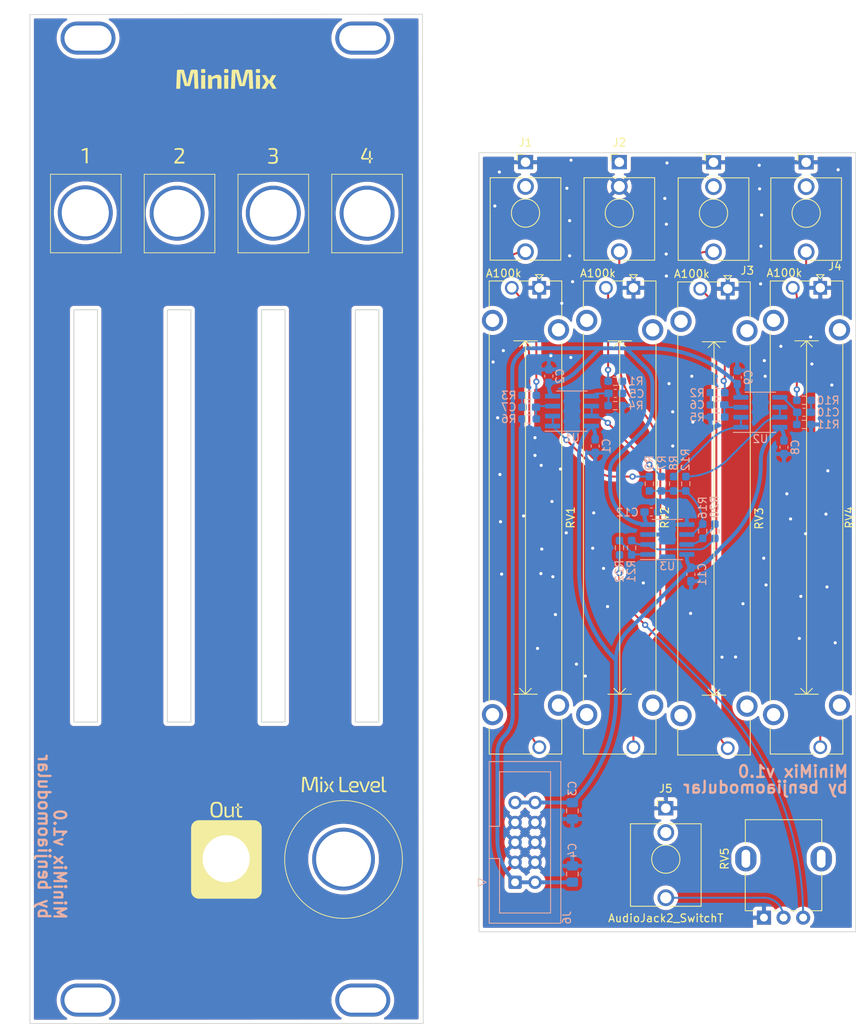
<source format=kicad_pcb>
(kicad_pcb (version 20211014) (generator pcbnew)
  (title_block (title "MiniMix") (rev "v1.0"))
  (layers (0 "F.Cu" signal) (31 "B.Cu" signal) (34 "B.Paste" user) (35 "F.Paste" user) (36 "B.SilkS" user "B.Silkscreen") (37 "F.SilkS" user "F.Silkscreen") (38 "B.Mask" user) (39 "F.Mask" user) (44 "Edge.Cuts" user))
  (net 0 "")
  (net 1 "GND")
  (net 2 "+12V")
  (net 3 "-12V")
  (net 4 "Net-(C5-Pad1)")
  (net 5 "Net-(C5-Pad2)")
  (net 6 "Net-(C6-Pad1)")
  (net 7 "Net-(C6-Pad2)")
  (net 8 "Net-(C7-Pad1)")
  (net 9 "Net-(C7-Pad2)")
  (net 10 "Net-(C10-Pad1)")
  (net 11 "Net-(C10-Pad2)")
  (net 13 "Net-(R22-Pad1)")
  (net 17 "Net-(J1-PadT)")
  (net 19 "Net-(J2-PadT)")
  (net 20 "Net-(J3-PadT)")
  (net 21 "Net-(J4-PadT)")
  (net 22 "Net-(R1-Pad2)")
  (net 23 "Net-(R2-Pad2)")
  (net 24 "Net-(R3-Pad2)")
  (net 25 "/MIXER_IN")
  (net 26 "Net-(R7-Pad2)")
  (net 27 "Net-(R8-Pad2)")
  (net 28 "Net-(R9-Pad2)")
  (net 29 "Net-(R10-Pad2)")
  (net 30 "Net-(J5-PadT)")
  (net 31 "Net-(R12-Pad2)")
  (net 32 "Net-(R16-Pad1)")
  (net 33 "Net-(R20-Pad1)")
  (net 34 "Net-(R21-Pad1)")
  (footprint "Potentiometer_THT:Potentiometer_Bourns_PTA4543_Single_Slide" (layer "F.Cu") (at 154.879275 74.8 -90)
    (fp_text reference "RV1")
    (fp_text value "A100k")
  )
  (footprint "benjiaomodular:AudioJack_3.5mm" (layer "F.Cu") (at 177.079275 58.82)
    (fp_text reference "J3")
    (fp_text value "AudioJack2_SwitchT" hide)
  )
  (footprint "benjiaomodular:AudioJack_3.5mm" (layer "F.Cu") (at 165.079275 58.8)
    (fp_text reference "J2")
    (fp_text value "AudioJack2_SwitchT" hide)
  )
  (footprint "benjiaomodular:PanelHole_PTA45xx_SlidePot" (layer "F.Cu") (at 98.85 74.6 -90)
    (fp_text reference "REF**" hide)
    (fp_text value "PanelHole_PTA45xx_SlidePot")
    (fp_line (start 55.5 3.25) (end 55.5 0.25) (layer "Edge.Cuts") (width 0.12))
    (fp_line (start 55.5 0.25) (end 3 0.25) (layer "Edge.Cuts") (width 0.12))
    (fp_line (start 3 3.25) (end 55.5 3.25) (layer "Edge.Cuts") (width 0.12))
    (fp_line (start 3 0.25) (end 3 3.25) (layer "Edge.Cuts") (width 0.12))
  )
  (footprint "Potentiometer_THT:Potentiometer_Bourns_PTA4543_Single_Slide" (layer "F.Cu") (at 190.679275 74.8 -90)
    (fp_text reference "RV4")
    (fp_text value "A100k")
  )
  (footprint "benjiaomodular:PanelHole_AudioJack_3.5mm" (layer "F.Cu") (at 115 141)
    (fp_text reference "REF**")
    (fp_text value "PanelHole_AudioJack_3.5mm")
  )
  (footprint "benjiaomodular:Potentiometer_RV09" (layer "F.Cu") (at 183.5 155 90)
    (fp_text reference "RV5")
    (fp_text value "A100k")
  )
  (footprint "benjiaomodular:PanelHole_AudioJack_3.5mm" (layer "F.Cu") (at 97.05 58.75)
    (fp_text reference "REF**")
    (fp_text value "PanelHole_AudioJack_3.5mm")
  )
  (footprint "benjiaomodular:AudioJack_3.5mm" (layer "F.Cu") (at 153.129275 58.8)
    (fp_text reference "J1")
    (fp_text value "AudioJack2_SwitchT" hide)
  )
  (footprint "benjiaomodular:PanelHole_AudioJack_3.5mm" (layer "F.Cu") (at 132.95 58.8)
    (fp_text reference "REF**")
    (fp_text value "PanelHole_AudioJack_3.5mm")
  )
  (footprint "benjiaomodular:AudioJack_3.5mm" (layer "F.Cu") (at 171 141.07)
    (fp_text reference "J5")
    (fp_text value "AudioJack2_SwitchT")
  )
  (footprint "benjiaomodular:PanelHole_AudioJack_3.5mm" (layer "F.Cu") (at 121 58.8)
    (fp_text reference "REF**")
    (fp_text value "PanelHole_AudioJack_3.5mm")
  )
  (footprint "benjiaomodular:PanelHole_PTA45xx_SlidePot" (layer "F.Cu") (at 110.75 74.6 -90)
    (fp_text reference "REF**" hide)
    (fp_text value "PanelHole_PTA45xx_SlidePot")
    (fp_line (start 3 3.25) (end 55.5 3.25) (layer "Edge.Cuts") (width 0.12))
    (fp_line (start 3 0.25) (end 3 3.25) (layer "Edge.Cuts") (width 0.12))
    (fp_line (start 55.5 0.25) (end 3 0.25) (layer "Edge.Cuts") (width 0.12))
    (fp_line (start 55.5 3.25) (end 55.5 0.25) (layer "Edge.Cuts") (width 0.12))
  )
  (footprint "benjiaomodular:PanelHole_PTA45xx_SlidePot" (layer "F.Cu") (at 122.75 74.6 -90)
    (fp_text reference "REF**" hide)
    (fp_text value "PanelHole_PTA45xx_SlidePot")
    (fp_line (start 55.5 0.25) (end 3 0.25) (layer "Edge.Cuts") (width 0.12))
    (fp_line (start 55.5 3.25) (end 55.5 0.25) (layer "Edge.Cuts") (width 0.12))
    (fp_line (start 3 3.25) (end 55.5 3.25) (layer "Edge.Cuts") (width 0.12))
    (fp_line (start 3 0.25) (end 3 3.25) (layer "Edge.Cuts") (width 0.12))
  )
  (footprint "benjiaomodular:PanelHole_PTA45xx_SlidePot" (layer "F.Cu") (at 134.7 74.6 -90)
    (fp_text reference "REF**" hide)
    (fp_text value "PanelHole_PTA45xx_SlidePot")
    (fp_line (start 3 0.25) (end 3 3.25) (layer "Edge.Cuts") (width 0.12))
    (fp_line (start 55.5 3.25) (end 55.5 0.25) (layer "Edge.Cuts") (width 0.12))
    (fp_line (start 55.5 0.25) (end 3 0.25) (layer "Edge.Cuts") (width 0.12))
    (fp_line (start 3 3.25) (end 55.5 3.25) (layer "Edge.Cuts") (width 0.12))
  )
  (footprint "benjiaomodular:PanelHole_Potentiometer_RV09" (layer "F.Cu") (at 127.45 155.05 90)
    (fp_text reference "REF**" hide)
    (fp_text value "PanelHole_Potentiometer_RV09" hide)
  )
  (footprint "benjiaomodular:AudioJack_3.5mm" (layer "F.Cu") (at 188.879275 58.82)
    (fp_text reference "J4")
    (fp_text value "AudioJack2_SwitchT" hide)
  )
  (footprint "benjiaomodular:PanelHole_AudioJack_3.5mm" (layer "F.Cu") (at 108.75 58.8)
    (fp_text reference "REF**")
    (fp_text value "PanelHole_AudioJack_3.5mm")
  )
  (footprint "Potentiometer_THT:Potentiometer_Bourns_PTA4543_Single_Slide" (layer "F.Cu") (at 178.89 74.92 -90)
    (fp_text reference "RV3")
    (fp_text value "A100k")
  )
  (footprint "Potentiometer_THT:Potentiometer_Bourns_PTA4543_Single_Slide" (layer "F.Cu") (at 166.879275 74.8 -90)
    (fp_text reference "RV2")
    (fp_text value "A100k")
  )
  (footprint "benjiaomodular:Panel_10HP" (layer "F.Cu") (at 89.9 40)
    (fp_text reference "REF**")
    (fp_text value "Panel_10HP")
  )
  (footprint "Resistor_SMD:R_0603_1608Metric_Pad0.98x0.95mm_HandSolder" (layer "B.Cu") (at 173.55 99.75 90)
    (fp_text reference "R12")
    (fp_text value "100K")
  )
  (footprint "Resistor_SMD:R_0603_1608Metric_Pad0.98x0.95mm_HandSolder" (layer "B.Cu") (at 172 99.75 90)
    (fp_text reference "R8")
    (fp_text value "100K")
  )
  (footprint "Capacitor_SMD:C_0603_1608Metric_Pad1.08x0.95mm_HandSolder" (layer "B.Cu") (at 169.15 103.35)
    (fp_text reference "C12")
    (fp_text value "100nF")
  )
  (footprint "Capacitor_SMD:C_0603_1608Metric_Pad1.08x0.95mm_HandSolder" (layer "B.Cu") (at 164.5625 88.25)
    (fp_text reference "C5")
    (fp_text value "100nF")
  )
  (footprint "Resistor_SMD:R_0603_1608Metric_Pad0.98x0.95mm_HandSolder" (layer "B.Cu") (at 165.1 107.9 90)
    (fp_text reference "R22")
    (fp_text value "1K")
  )
  (footprint "Resistor_SMD:R_0603_1608Metric_Pad0.98x0.95mm_HandSolder" (layer "B.Cu") (at 153.6 88.5)
    (fp_text reference "R3")
    (fp_text value "10K")
  )
  (footprint "Resistor_SMD:R_0603_1608Metric_Pad0.98x0.95mm_HandSolder" (layer "B.Cu") (at 168.9 99.75 90)
    (fp_text reference "R9")
    (fp_text value "100K")
  )
  (footprint "Resistor_SMD:R_0603_1608Metric_Pad0.98x0.95mm_HandSolder" (layer "B.Cu") (at 177.25 105.8 90)
    (fp_text reference "R20")
    (fp_text value "100K")
  )
  (footprint "Resistor_SMD:R_0603_1608Metric_Pad0.98x0.95mm_HandSolder" (layer "B.Cu") (at 170.45 99.75 90)
    (fp_text reference "R7")
    (fp_text value "100K")
  )
  (footprint "Capacitor_SMD:C_0603_1608Metric_Pad1.08x0.95mm_HandSolder" (layer "B.Cu") (at 174.2 111.3 90)
    (fp_text reference "C11")
    (fp_text value "100nF")
  )
  (footprint "Resistor_SMD:R_0603_1608Metric_Pad0.98x0.95mm_HandSolder" (layer "B.Cu") (at 188.6 92.2 180)
    (fp_text reference "R11")
    (fp_text value "1M")
  )
  (footprint "Capacitor_SMD:C_0603_1608Metric_Pad1.08x0.95mm_HandSolder" (layer "B.Cu") (at 177.6 89.7 180)
    (fp_text reference "C6")
    (fp_text value "100nF")
  )
  (footprint "Capacitor_SMD:C_0805_2012Metric_Pad1.18x1.45mm_HandSolder" (layer "B.Cu") (at 159.1 149.45 -90)
    (fp_text reference "C4")
    (fp_text value "22uF")
  )
  (footprint "Package_SO:SOIC-8_3.9x4.9mm_P1.27mm" (layer "B.Cu") (at 183.05 90.65)
    (fp_text reference "U2")
    (fp_text value "NE5532")
  )
  (footprint "Capacitor_SMD:C_0603_1608Metric_Pad1.08x0.95mm_HandSolder" (layer "B.Cu") (at 180.1 86.2 90)
    (fp_text reference "C9")
    (fp_text value "100nF")
  )
  (footprint "Capacitor_SMD:C_0603_1608Metric_Pad1.08x0.95mm_HandSolder" (layer "B.Cu") (at 156.1 86.05 90)
    (fp_text reference "C2")
    (fp_text value "100nF")
  )
  (footprint "Capacitor_SMD:C_0805_2012Metric_Pad1.18x1.45mm_HandSolder" (layer "B.Cu") (at 159.1 141.4 -90)
    (fp_text reference "C3")
    (fp_text value "22uF")
  )
  (footprint "Resistor_SMD:R_0603_1608Metric_Pad0.98x0.95mm_HandSolder" (layer "B.Cu") (at 164.5625 86.7 180)
    (fp_text reference "R1")
    (fp_text value "10K")
  )
  (footprint "Resistor_SMD:R_0603_1608Metric_Pad0.98x0.95mm_HandSolder" (layer "B.Cu") (at 177.6 91.25)
    (fp_text reference "R5")
    (fp_text value "1M")
  )
  (footprint "Resistor_SMD:R_0603_1608Metric_Pad0.98x0.95mm_HandSolder" (layer "B.Cu") (at 175.7 105.8 90)
    (fp_text reference "R16")
    (fp_text value "100K")
  )
  (footprint "Connector_IDC:IDC-Header_2x05_P2.54mm_Vertical" (layer "B.Cu") (at 151.8 150.5)
    (fp_text reference "J6")
    (fp_text value "IDC_2x05")
  )
  (footprint "Package_SO:SOIC-8_3.9x4.9mm_P1.27mm" (layer "B.Cu") (at 159.05 90.5)
    (fp_text reference "U1")
    (fp_text value "NE5532")
  )
  (footprint "Package_SO:SOIC-8_3.9x4.9mm_P1.27mm" (layer "B.Cu") (at 171.2 106.85)
    (fp_text reference "U3")
    (fp_text value "NE5532")
  )
  (footprint "Capacitor_SMD:C_0603_1608Metric_Pad1.08x0.95mm_HandSolder" (layer "B.Cu") (at 188.6 90.65)
    (fp_text reference "C10")
    (fp_text value "100nF")
  )
  (footprint "Resistor_SMD:R_0603_1608Metric_Pad0.98x0.95mm_HandSolder" (layer "B.Cu") (at 164.5625 89.8 180)
    (fp_text reference "R4")
    (fp_text value "1M")
  )
  (footprint "Capacitor_SMD:C_0603_1608Metric_Pad1.08x0.95mm_HandSolder" (layer "B.Cu") (at 162 94.95 90)
    (fp_text reference "C1")
    (fp_text value "100nF")
  )
  (footprint "Resistor_SMD:R_0603_1608Metric_Pad0.98x0.95mm_HandSolder" (layer "B.Cu") (at 188.6 89.125 180)
    (fp_text reference "R10")
    (fp_text value "10K")
  )
  (footprint "Resistor_SMD:R_0603_1608Metric_Pad0.98x0.95mm_HandSolder" (layer "B.Cu") (at 177.6 88.15)
    (fp_text reference "R2")
    (fp_text value "10K")
  )
  (footprint "Capacitor_SMD:C_0603_1608Metric_Pad1.08x0.95mm_HandSolder" (layer "B.Cu") (at 153.6 90 180)
    (fp_text reference "C7")
    (fp_text value "100nF")
  )
  (footprint "Resistor_SMD:R_0603_1608Metric_Pad0.98x0.95mm_HandSolder" (layer "B.Cu") (at 166.65 107.9 90)
    (fp_text reference "R21")
    (fp_text value "100K")
  )
  (footprint "Capacitor_SMD:C_0603_1608Metric_Pad1.08x0.95mm_HandSolder" (layer "B.Cu") (at 186.05 95.1 90)
    (fp_text reference "C8")
    (fp_text value "100nF")
  )
  (footprint "Resistor_SMD:R_0603_1608Metric_Pad0.98x0.95mm_HandSolder" (layer "B.Cu") (at 153.6 91.5)
    (fp_text reference "R6")
    (fp_text value "1M")
  )
  (gr_line (start 126.06123 154.008648) (end 125.756931 153.813566) (layer "F.SilkS") (width 0.1))
  (gr_line (start 108.756069 63.871099) (end 108.829936 63.857908) (layer "F.SilkS") (width 0.1))
  (gr_line (start 131.593389 64.690313) (end 131.626515 64.625636) (layer "F.SilkS") (width 0.1))
  (gr_line (start 134.993083 142.042813) (end 135.253553 142.291148) (layer "F.SilkS") (width 0.1))
  (gr_line (start 120.163249 64.096801) (end 120.224109 64.057784) (layer "F.SilkS") (width 0.1))
  (gr_line (start 134.228313 66.118428) (end 134.189296 66.179288) (layer "F.SilkS") (width 0.1))
  (gr_line (start 137.445473 70.340624) (end 128.445473 70.340624) (layer "F.SilkS") (width 0.099999))
  (gr_line (start 131.380232 150.232364) (end 131.250878 150.298616) (layer "F.SilkS") (width 0.1))
  (gr_line (start 123.536053 151.483471) (end 123.355462 151.169394) (layer "F.SilkS") (width 0.1))
  (gr_line (start 134.297556 65.990936) (end 134.264431 66.055613) (layer "F.SilkS") (width 0.1))
  (gr_line (start 127.030914 140.683836) (end 127.371501 140.549546) (layer "F.SilkS") (width 0.1))
  (gr_line (start 121.376786 66.7934) (end 121.304215 66.81015) (layer "F.SilkS") (width 0.1))
  (gr_line (start 130.336202 140.104207) (end 130.717084 140.13317) (layer "F.SilkS") (width 0.1))
  (gr_line (start 134.189296 64.50196) (end 134.228313 64.56282) (layer "F.SilkS") (width 0.1))
  (gr_line (start 131.662633 66.118428) (end 131.626515 66.055613) (layer "F.SilkS") (width 0.1))
  (gr_line (start 108.905005 63.848369) (end 108.981181 63.842576) (layer "F.SilkS") (width 0.1))
  (gr_line (start 127.635307 149.502726) (end 127.546247 149.389396) (layer "F.SilkS") (width 0.1))
  (gr_line (start 95.795855 64.625636) (end 95.831973 64.56282) (layer "F.SilkS") (width 0.1))
  (gr_line (start 108.104232 64.183152) (end 108.160897 64.138621) (layer "F.SilkS") (width 0.1))
  (gr_line (start 107.605595 64.965751) (end 107.625808 64.89457) (layer "F.SilkS") (width 0.1))
  (gr_line (start 128.445473 70.340624) (end 128.445473 70.340624) (layer "F.SilkS") (width 0.099999))
  (gr_line (start 121.304215 66.81015) (end 121.230348 66.823341) (layer "F.SilkS") (width 0.1))
  (gr_line (start 109.286806 66.823341) (end 109.211737 66.83288) (layer "F.SilkS") (width 0.1))
  (gr_line (start 107.64939 64.824874) (end 107.676248 64.756757) (layer "F.SilkS") (width 0.1))
  (gr_line (start 131.536492 65.856374) (end 131.51291 65.786678) (layer "F.SilkS") (width 0.1))
  (gr_line (start 136.710671 144.342888) (end 136.860865 144.67511) (layer "F.SilkS") (width 0.1))
  (gr_line (start 97.037624 66.838672) (end 96.961447 66.83288) (layer "F.SilkS") (width 0.1))
  (gr_line (start 127.462606 145.917121) (end 127.546247 145.799501) (layer "F.SilkS") (width 0.1))
  (gr_line (start 96.812511 63.871099) (end 96.886378 63.857908) (layer "F.SilkS") (width 0.1))
  (gr_line (start 98.012287 66.542627) (end 97.953478 66.584448) (layer "F.SilkS") (width 0.1))
  (gr_line (start 120.848547 63.848369) (end 120.924723 63.842576) (layer "F.SilkS") (width 0.1))
  (gr_line (start 108.104232 66.498097) (end 108.049805 66.450951) (layer "F.SilkS") (width 0.1))
  (gr_line (start 129.950253 140.094448) (end 129.950253 140.094448) (layer "F.SilkS") (width 0.1))
  (gr_line (start 129.950253 150.594448) (end 129.795873 150.590545) (layer "F.SilkS") (width 0.1))
  (gr_line (start 108.049805 64.230297) (end 108.104232 64.183152) (layer "F.SilkS") (width 0.1))
  (gr_line (start 133.247775 66.81015) (end 133.173908 66.823341) (layer "F.SilkS") (width 0.1))
  (gr_line (start 134.414998 65.642926) (end 134.398249 65.715497) (layer "F.SilkS") (width 0.1))
  (gr_line (start 97.343249 63.857908) (end 97.417116 63.871099) (layer "F.SilkS") (width 0.1))
  (gr_line (start 98.358637 66.179288) (end 98.316816 66.238098) (layer "F.SilkS") (width 0.1))
  (gr_line (start 127.729599 145.577317) (end 127.828933 145.473129) (layer "F.SilkS") (width 0.1))
  (gr_line (start 110.541087 65.569059) (end 110.527896 65.642926) (layer "F.SilkS") (width 0.1))
  (gr_line (start 96.054153 66.401284) (end 96.004486 66.34919) (layer "F.SilkS") (width 0.1))
  (gr_line (start 108.343382 64.021666) (end 108.408059 63.988541) (layer "F.SilkS") (width 0.1))
  (gr_line (start 110.119031 66.401284) (end 110.066936 66.450951) (layer "F.SilkS") (width 0.1))
  (gr_line (start 96.337009 66.623464) (end 96.276149 66.584448) (layer "F.SilkS") (width 0.1))
  (gr_line (start 134.327595 64.756757) (end 134.354453 64.824874) (layer "F.SilkS") (width 0.1))
  (gr_line (start 95.76273 65.990936) (end 95.732691 65.924492) (layer "F.SilkS") (width 0.1))
  (gr_line (start 96.004486 66.34919) (end 95.95734 66.294763) (layer "F.SilkS") (width 0.1))
  (gr_line (start 133.842946 64.138621) (end 133.899612 64.183152) (layer "F.SilkS") (width 0.1))
  (gr_line (start 133.173908 66.823341) (end 133.098839 66.83288) (layer "F.SilkS") (width 0.1))
  (gr_line (start 123.355462 144.019503) (end 123.536053 143.705426) (layer "F.SilkS") (width 0.1))
  (gr_line (start 119.682955 66.055613) (end 119.64983 65.990936) (layer "F.SilkS") (width 0.1))
  (gr_line (start 128.649629 144.890281) (end 128.782518 144.830204) (layer "F.SilkS") (width 0.1))
  (gr_line (start 107.560322 65.417814) (end 107.558371 65.340624) (layer "F.SilkS") (width 0.1))
  (gr_poly (pts (xy 134.046331 137.612162) (xy 134.083119 137.613485) (xy 134.118562 137.61569) (xy 134.15266 137.618777) (xy 134.185413 137.622745) (xy 134.216821 137.627596) (xy 134.246883 137.633328) (xy 134.275601 137.639943) (xy 134.302975 137.647439) (xy 134.329003 137.655817) (xy 134.353686 137.665077) (xy 134.377024 137.675219) (xy 134.399018 137.686243) (xy 134.419666 137.698149) (xy 134.43897 137.710936) (xy 134.456928 137.724606) (xy 134.474016 137.739148) (xy 134.490001 137.754549) (xy 134.504884 137.770811) (xy 134.518665 137.787932) (xy 134.531343 137.805913) (xy 134.542919 137.824754) (xy 134.553392 137.844454) (xy 134.562763 137.865014) (xy 134.571031 137.886435) (xy 134.578197 137.908715) (xy 134.584261 137.931854) (xy 134.589222 137.955854) (xy 134.593081 137.980714) (xy 134.595837 138.006433) (xy 134.59749 138.033013) (xy 134.598042 138.060452) (xy 134.598072 138.083074) (xy 134.597463 138.105079) (xy 134.596215 138.126467) (xy 134.594329 138.147237) (xy 134.591803 138.16739) (xy 134.588638 138.186925) (xy 134.584834 138.205843) (xy 134.580391 138.224143) (xy 134.575309 138.241827) (xy 134.569588 138.258892) (xy 134.563227 138.275341) (xy 134.556228 138.291172) (xy 134.54859 138.306386) (xy 134.540312 138.320983) (xy 134.531395 138.334962) (xy 134.521839 138.348324) (xy 134.511598 138.360627) (xy 134.50063 138.372137) (xy 134.488933 138.382852) (xy 134.476509 138.392773) (xy 134.463358 138.401901) (xy 134.449478 138.410235) (xy 134.434871 138.417775) (xy 134.419536 138.424521) (xy 134.403474 138.430473) (xy 134.386684 138.435632) (xy 134.369166 138.439997) (xy 134.350921 138.443568) (xy 134.331948 138.446346) (xy 134.312248 138.44833) (xy 134.29182 138.44952) (xy 134.270664 138.449917) (xy 133.632091 138.449917) (xy 133.633146 138.464877) (xy 133.637776 138.508488) (xy 133.643729 138.548836) (xy 133.651005 138.585922) (xy 133.655139 138.603241) (xy 133.659604 138.619744) (xy 133.664399 138.635432) (xy 133.669525 138.650303) (xy 133.675368 138.664481) (xy 133.681609 138.678085) (xy 133.688246 138.691115) (xy 133.695279 138.703573) (xy 133.70271 138.715457) (xy 133.710537 138.726768) (xy 133.718762 138.737505) (xy 133.727383 138.74767) (xy 133.736401 138.757261) (xy 133.745815 138.766278) (xy 133.755627 138.774723) (xy 133.765835 138.782594) (xy 133.77644 138.789892) (xy 133.787441 138.796617) (xy 133.79884 138.802768) (xy 133.810635 138.808346) (xy 133.822872 138.813474) (xy 133.835594 138.81827) (xy 133.848802 138.822736) (xy 133.862494 138.82687) (xy 133.876672 138.830674) (xy 133.891334 138.834147) (xy 133.906482 138.837289) (xy 133.922114 138.8401) (xy 133.938232 138.84258) (xy 133.954835 138.84473) (xy 133.971922 138.846548) (xy 133.989495 138.848036) (xy 134.007553 138.849194) (xy 134.026096 138.85002) (xy 134.045123 138.850516) (xy 134.064636 138.850682) (xy 134.120903 138.850151) (xy 134.17964 138.848558) (xy 134.240847 138.845902) (xy 134.304524 138.842183) (xy 134.369083 138.836359) (xy 134.430113 138.830184) (xy 134.487615 138.823659) (xy 134.541592 138.816784) (xy 134.56699 138.97765) (xy 134.550277 138.983867) (xy 134.532595 138.989819) (xy 134.513942 138.995508) (xy 134.494319 139.000932) (xy 134.473726 139.006092) (xy 134.452162 139.010988) (xy 134.429629 139.015619) (xy 134.406124 139.019986) (xy 134.382709 139.024085) (xy 134.359029 139.027919) (xy 134.335084 139.031489) (xy 134.310875 139.034795) (xy 134.286401 139.037837) (xy 134.261663 139.040614) (xy 134.236659 139.043127) (xy 134.211391 139.045376) (xy 134.163237 139.049096) (xy 134.117552 139.051752) (xy 134.074338 139.053344) (xy 134.053656 139.053743) (xy 134.033592 139.053875) (xy 133.97578 139.052773) (xy 133.947966 139.051395) (xy 133.920879 139.049466) (xy 133.894519 139.046986) (xy 133.868888 139.043955) (xy 133.843984 139.040372) (xy 133.819808 139.036238) (xy 133.796359 139.031553) (xy 133.773638 139.026316) (xy 133.751645 139.020529) (xy 133.730379 139.014189) (xy 133.709841 139.007299) (xy 133.69003 138.999857) (xy 133.670947 138.991864) (xy 133.652592 138.983319) (xy 133.634898 138.973816) (xy 133.617799 138.963651) (xy 133.601296 138.952825) (xy 133.585388 138.941337) (xy 133.570075 138.929189) (xy 133.555358 138.916378) (xy 133.541235 138.902907) (xy 133.527709 138.888773) (xy 133.514777 138.873979) (xy 133.502441 138.858523) (xy 133.4907 138.842405) (xy 133.479554 138.825626) (xy 133.469004 138.808186) (xy 133.459049 138.790084) (xy 133.44969 138.771321) (xy 133.440926 138.751896) (xy 133.433065 138.731391) (xy 133.425712 138.710091) (xy 133.418866 138.687998) (xy 133.412527 138.665112) (xy 133.406695 138.641431) (xy 133.401371 138.616957) (xy 133.396553 138.591689) (xy 133.392242 138.565627) (xy 133.388439 138.538772) (xy 133.385143 138.511123) (xy 133.382354 138.482681) (xy 133.380072 138.453445) (xy 133.379863 138.449917) (xy 133.469154 138.449917) (xy 133.632091 138.449917) (xy 133.629839 138.418003) (xy 133.627855 138.367865) (xy 133.627193 138.314465) (xy 133.627723 138.267149) (xy 133.627847 138.263653) (xy 134.208576 138.263653) (xy 134.219964 138.263411) (xy 134.230844 138.262683) (xy 134.241217 138.26147) (xy 134.251084 138.259772) (xy 134.260443 138.257589) (xy 134.269295 138.254921) (xy 134.277641 138.251768) (xy 134.285479 138.24813) (xy 134.29281 138.244007) (xy 134.299634 138.239399) (xy 134.305952 138.234306) (xy 134.311761 138.228728) (xy 134.317064 138.222664) (xy 134.32186 138.216116) (xy 134.326148 138.209083) (xy 134.329929 138.201565) (xy 134.333347 138.193407) (xy 134.336544 138.185161) (xy 134.33952 138.176826) (xy 134.342276 138.168403) (xy 134.344812 138.159892) (xy 134.347127 138.151293) (xy 134.349221 138.142605) (xy 134.351095 138.133829) (xy 134.352749 138.124966) (xy 134.354182 138.116014) (xy 134.355395 138.106973) (xy 134.356387 138.097845) (xy 134.357158 138.088629) (xy 134.35771 138.079325) (xy 134.35804 138.069932) (xy 134.358151 138.060452) (xy 134.357514 138.04417) (xy 134.356304 138.028483) (xy 134.35452 138.013391) (xy 134.352163 137.998894) (xy 134.349231 137.984993) (xy 134.345727 137.971687) (xy 134.341648 137.958976) (xy 134.336997 137.94686) (xy 134.331771 137.935339) (xy 134.325972 137.924414) (xy 134.3196 137.914084) (xy 134.312653 137.90435) (xy 134.305134 137.89521) (xy 134.29704 137.886666) (xy 134.288373 137.878718) (xy 134.279133 137.871365) (xy 134.269189 137.86453) (xy 134.258407 137.858136) (xy 134.246787 137.852183) (xy 134.234329 137.846671) (xy 134.221034 137.841601) (xy 134.2069 137.83697) (xy 134.191929 137.832781) (xy 134.17612 137.829033) (xy 134.159473 137.825726) (xy 134.141988 137.82286) (xy 134.123665 137.820435) (xy 134.104505 137.81845) (xy 134.084507 137.816907) (xy 134.063671 137.815805) (xy 134.041997 137.815143) (xy 134.019486 137.814923) (xy 134.001031 137.815099) (xy 133.983061 137.815629) (xy 133.965576 137.816511) (xy 133.948576 137.817746) (xy 133.932062 137.819335) (xy 133.916033 137.821276) (xy 133.900489 137.823569) (xy 133.885429 137.826216) (xy 133.870855 137.829216) (xy 133.856767 137.832568) (xy 133.843163 137.836273) (xy 133.830044 137.840331) (xy 133.817411 137.844741) (xy 133.805262 137.849504) (xy 133.793599 137.85462) (xy 133.782421 137.860089) (xy 133.772024 137.865643) (xy 133.762002 137.871728) (xy 133.752355 137.878341) (xy 133.743083 137.885484) (xy 133.734186 137.893157) (xy 133.725664 137.901359) (xy 133.717517 137.91009) (xy 133.709745 137.91935) (xy 133.702348 137.92914) (xy 133.695325 137.939459) (xy 133.688678 137.950307) (xy 133.682405 137.961684) (xy 133.676508 137.973591) (xy 133.670985 137.986027) (xy 133.665837 137.998992) (xy 133.661064 138.012486) (xy 133.656963 138.026233) (xy 133.653126 138.040664) (xy 133.649554 138.055778) (xy 133.646246 138.071576) (xy 133.643203 138.088057) (xy 133.640425 138.105222) (xy 133.637911 138.123071) (xy 133.635662 138.141603) (xy 133.631957 138.180718) (xy 133.629311 138.222566) (xy 133.627847 138.263653) (xy 133.469154 138.263653) (xy 133.469154 138.449917) (xy 133.379863 138.449917) (xy 133.378297 138.423415) (xy 133.377029 138.392592) (xy 133.376268 138.360975) (xy 133.376015 138.328564) (xy 133.377029 138.26264) (xy 133.380072 138.20033) (xy 133.385143 138.141637) (xy 133.392242 138.086559) (xy 133.396553 138.060376) (xy 133.401371 138.035097) (xy 133.406695 138.010722) (xy 133.412527 137.987251) (xy 133.418866 137.964684) (xy 133.425712 137.943022) (xy 133.433065 137.922263) (xy 133.440926 137.902409) (xy 133.449668 137.883017) (xy 133.458961 137.864353) (xy 133.468805 137.846417) (xy 133.479201 137.829208) (xy 133.490148 137.812727) (xy 133.501646 137.796974) (xy 133.513696 137.781947) (xy 133.526296 137.767649) (xy 133.539448 137.754078) (xy 133.553151 137.741235) (xy 133.567405 137.729119) (xy 133.582211 137.717731) (xy 133.597568 137.707071) (xy 133.613476 137.697138) (xy 133.629935 137.687933) (xy 133.646946 137.679455) (xy 133.664894 137.671254) (xy 133.68346 137.663582) (xy 133.702643 137.656438) (xy 133.722443 137.649824) (xy 133.74286 137.643738) (xy 133.763895 137.638182) (xy 133.785547 137.633155) (xy 133.807816 137.628657) (xy 133.830703 137.624688) (xy 133.854207 137.621248) (xy 133.878328 137.618337) (xy 133.903066 137.615955) (xy 133.928422 137.614103) (xy 133.954396 137.61278) (xy 133.980986 137.611986) (xy 134.008194 137.611721) (xy 134.008198 137.611721)) (layer "F.SilkS") (width 0) (fill solid))
  (gr_line (start 96.399824 66.659582) (end 96.337009 66.623464) (layer "F.SilkS") (width 0.1))
  (gr_line (start 107.588845 65.642926) (end 107.575654 65.569059) (layer "F.SilkS") (width 0.1))
  (gr_line (start 98.584338 65.642926) (end 98.567589 65.715497) (layer "F.SilkS") (width 0.1))
  (gr_line (start 107.739413 64.625636) (end 107.775531 64.56282) (layer "F.SilkS") (width 0.1))
  (gr_line (start 120.047774 64.183152) (end 120.10444 64.138621) (layer "F.SilkS") (width 0.1))
  (gr_line (start 110.260374 66.238098) (end 110.215843 66.294763) (layer "F.SilkS") (width 0.1))
  (gr_line (start 110.302194 64.50196) (end 110.34121 64.56282) (layer "F.SilkS") (width 0.1))
  (gr_line (start 136.710671 150.846009) (end 136.545043 151.169394) (layer "F.SilkS") (width 0.1))
  (gr_line (start 122.159385 66.294763) (end 122.112239 66.34919) (layer "F.SilkS") (width 0.1))
  (gr_line (start 122.905351 150.1732) (end 122.787438 149.824719) (layer "F.SilkS") (width 0.1))
  (gr_line (start 119.532388 65.642926) (end 119.519197 65.569059) (layer "F.SilkS") (width 0.1))
  (gr_line (start 95.87099 64.50196) (end 95.91281 64.443151) (layer "F.SilkS") (width 0.1))
  (gr_line (start 132.167669 64.057784) (end 132.230484 64.021666) (layer "F.SilkS") (width 0.1))
  (gr_line (start 132.768214 148.625948) (end 132.714498 148.762183) (layer "F.SilkS") (width 0.1))
  (gr_line (start 131.462756 65.569059) (end 131.453217 65.49399) (layer "F.SilkS") (width 0.1))
  (gr_line (start 97.114813 66.840624) (end 97.114813 66.840624) (layer "F.SilkS") (width 0.1))
  (gr_line (start 128.782518 144.830204) (end 128.918753 144.776488) (layer "F.SilkS") (width 0.1))
  (gr_line (start 98.567589 64.965751) (end 98.584338 65.038322) (layer "F.SilkS") (width 0.1))
  (gr_line (start 126.954156 147.440069) (end 126.965741 147.287716) (layer "F.SilkS") (width 0.1))
  (gr_line (start 97.765125 63.988541) (end 97.829802 64.021666) (layer "F.SilkS") (width 0.1))
  (gr_line (start 121.58578 63.958502) (end 121.652224 63.988541) (layer "F.SilkS") (width 0.1))
  (gr_line (start 95.831973 64.56282) (end 95.87099 64.50196) (layer "F.SilkS") (width 0.1))
  (gr_line (start 133.723277 64.057784) (end 133.784137 64.096801) (layer "F.SilkS") (width 0.1))
  (gr_line (start 129.564304 140.104207) (end 129.950253 140.094448) (layer "F.SilkS") (width 0.1))
  (gr_line (start 98.567589 65.715497) (end 98.547376 65.786678) (layer "F.SilkS") (width 0.1))
  (gr_line (start 123.940237 143.107079) (end 124.162888 142.823752) (layer "F.SilkS") (width 0.1))
  (gr_line (start 97.114813 66.840624) (end 97.037624 66.838672) (layer "F.SilkS") (width 0.1))
  (gr_line (start 98.068953 66.498097) (end 98.012287 66.542627) (layer "F.SilkS") (width 0.1))
  (gr_line (start 122.536669 148.736625) (end 122.488974 148.36128) (layer "F.SilkS") (width 0.1))
  (gr_line (start 132.588169 149.024426) (end 132.515933 149.150057) (layer "F.SilkS") (width 0.1))
  (gr_line (start 120.351601 63.988541) (end 120.418046 63.958502) (layer "F.SilkS") (width 0.1))
  (gr_line (start 122.284752 64.56282) (end 122.32087 64.625636) (layer "F.SilkS") (width 0.1))
  (gr_line (start 120.555859 66.773187) (end 120.486163 66.749605) (layer "F.SilkS") (width 0.1))
  (gr_line (start 132.934764 147.901181) (end 132.915686 148.051319) (layer "F.SilkS") (width 0.1))
  (gr_line (start 109.504424 66.773187) (end 109.433244 66.7934) (layer "F.SilkS") (width 0.1))
  (gr_line (start 134.398249 64.965751) (end 134.414998 65.038322) (layer "F.SilkS") (width 0.1))
  (gr_line (start 125.501911 60.340624) (end 125.501911 60.340624) (layer "F.SilkS") (width 0.099999))
  (gr_line (start 122.686372 149.468815) (end 122.602626 149.10596) (layer "F.SilkS") (width 0.1))
  (gr_line (start 122.499959 65.263434) (end 122.501911 65.340624) (layer "F.SilkS") (width 0.1))
  (gr_line (start 124.162888 152.365145) (end 123.940237 152.081818) (layer "F.SilkS") (width 0.1))
  (gr_line (start 96.337009 64.057784) (end 96.399824 64.021666) (layer "F.SilkS") (width 0.1))
  (gr_line (start 108.408059 63.988541) (end 108.474503 63.958502) (layer "F.SilkS") (width 0.1))
  (gr_line (start 130.256986 150.57896) (end 130.104632 150.590545) (layer "F.SilkS") (width 0.1))
  (gr_line (start 97.26818 66.83288) (end 97.192003 66.838672) (layer "F.SilkS") (width 0.1))
  (gr_line (start 133.391527 66.773187) (end 133.320346 66.7934) (layer "F.SilkS") (width 0.1))
  (gr_line (start 97.698681 63.958502) (end 97.765125 63.988541) (layer "F.SilkS") (width 0.1))
  (gr_line (start 110.558371 65.340624) (end 110.558371 65.340624) (layer "F.SilkS") (width 0.1))
  (gr_line (start 131.092429 155.008032) (end 130.717084 155.055727) (layer "F.SilkS") (width 0.1))
  (gr_line (start 128.808077 140.180865) (end 129.183421 140.13317) (layer "F.SilkS") (width 0.1))
  (gr_line (start 124.162888 142.823752) (end 124.398617 142.551618) (layer "F.SilkS") (width 0.1))
  (gr_line (start 119.519197 65.112189) (end 119.532388 65.038322) (layer "F.SilkS") (width 0.1))
  (gr_poly (pts (xy 132.992035 56.998455) (xy 132.447346 58.149922) (xy 132.444358 58.156878) (xy 132.441746 58.163635) (xy 132.439509 58.170194) (xy 132.437646 58.176555) (xy 132.436159 58.182717) (xy 132.435046 58.188681) (xy 132.434309 58.194447) (xy 132.433947 58.200014) (xy 132.433959 58.205383) (xy 132.434347 58.210554) (xy 132.435109 58.215526) (xy 132.436247 58.2203) (xy 132.437759 58.224875) (xy 132.439646 58.229253) (xy 132.441909 58.233431) (xy 132.444546 58.237412) (xy 132.447809 58.240829) (xy 132.451249 58.244026) (xy 132.454865 58.247002) (xy 132.458657 58.249758) (xy 132.462626 58.252293) (xy 132.466771 58.254608) (xy 132.471093 58.256702) (xy 132.475591 58.258576) (xy 132.480265 58.26023) (xy 132.485116 58.261663) (xy 132.490143 58.262875) (xy 132.495347 58.263867) (xy 132.500727 58.264639) (xy 132.506283 58.26519) (xy 132.512016 58.265521) (xy 132.517925 58.265631) (xy 133.186768 58.265631) (xy 133.186768 58.46883) (xy 132.379639 58.46883) (xy 132.36986 58.468654) (xy 132.36028 58.468125) (xy 132.350898 58.467243) (xy 132.341715 58.466008) (xy 132.33273 58.46442) (xy 132.323944 58.46248) (xy 132.315356 58.460187) (xy 132.306966 58.457541) (xy 132.298775 58.454542) (xy 132.290783 58.45119) (xy 132.282988 58.447486) (xy 132.275393 58.443428) (xy 132.267995 58.439018) (xy 132.260796 58.434255) (xy 132.253796 58.429139) (xy 132.246994 58.42367) (xy 132.240435 58.417926) (xy 132.234162 58.411983) (xy 132.228176 58.405842) (xy 132.222476 58.399503) (xy 132.217064 58.392965) (xy 132.211937 58.386229) (xy 132.207098 58.379295) (xy 132.202544 58.372162) (xy 132.198278 58.364831) (xy 132.194298 58.357301) (xy 132.190604 58.349573) (xy 132.187197 58.341647) (xy 132.184076 58.333523) (xy 132.181242 58.3252) (xy 132.178695 58.316679) (xy 132.176434 58.307959) (xy 132.174846 58.29914) (xy 132.173611 58.290321) (xy 132.172729 58.281502) (xy 132.1722 58.272683) (xy 132.172024 58.263864) (xy 132.1722 58.255045) (xy 132.172729 58.246226) (xy 132.17361 58.237406) (xy 132.174845 58.228587) (xy 132.176432 58.219767) (xy 132.178372 58.210947) (xy 132.180665 58.202128) (xy 132.18331 58.193308) (xy 132.186308 58.184488) (xy 132.189659 58.175668) (xy 132.193363 58.166848) (xy 132.746517 56.998448)) (layer "F.SilkS") (width 0) (fill solid))
  (gr_line (start 134.437728 65.49399) (end 134.428189 65.569059) (layer "F.SilkS") (width 0.1))
  (gr_line (start 128.394644 150.160128) (end 128.272925 150.082095) (layer "F.SilkS") (width 0.1))
  (gr_line (start 121.001913 66.840624) (end 120.924723 66.838672) (layer "F.SilkS") (width 0.1))
  (gr_line (start 98.433771 66.055613) (end 98.397653 66.118428) (layer "F.SilkS") (width 0.1))
  (gr_line (start 134.993083 153.146084) (end 134.720949 153.381813) (layer "F.SilkS") (width 0.1))
  (gr_line (start 131.626515 64.625636) (end 131.662633 64.56282) (layer "F.SilkS") (width 0.1))
  (gr_line (start 116.501913 60.340624) (end 125.501911 60.340624) (layer "F.SilkS") (width 0.099999))
  (gr_line (start 132.515933 149.150057) (end 132.4379 149.271776) (layer "F.SilkS") (width 0.1))
  (gr_line (start 122.062572 64.279964) (end 122.112239 64.332058) (layer "F.SilkS") (width 0.1))
  (gr_line (start 133.247775 63.871099) (end 133.320346 63.887848) (layer "F.SilkS") (width 0.1))
  (gr_line (start 132.815379 148.486556) (end 132.768214 148.625948) (layer "F.SilkS") (width 0.1))
  (gr_line (start 129.493383 144.629015) (end 129.64352 144.609937) (layer "F.SilkS") (width 0.1))
  (gr_line (start 96.276149 64.096801) (end 96.337009 64.057784) (layer "F.SilkS") (width 0.1))
  (gr_line (start 132.714498 148.762183) (end 132.65442 148.895072) (layer "F.SilkS") (width 0.1))
  (gr_line (start 134.327595 65.924492) (end 134.297556 65.990936) (layer "F.SilkS") (width 0.1))
  (gr_line (start 107.575654 65.569059) (end 107.566115 65.49399) (layer "F.SilkS") (width 0.1))
  (gr_line (start 128.272925 150.082095) (end 128.155305 149.998454) (layer "F.SilkS") (width 0.1))
  (gr_line (start 129.950253 144.594448) (end 130.104632 144.598352) (layer "F.SilkS") (width 0.1))
  (gr_line (start 132.35426 149.389396) (end 132.265199 149.502726) (layer "F.SilkS") (width 0.1))
  (gr_line (start 119.549137 65.715497) (end 119.532388 65.642926) (layer "F.SilkS") (width 0.1))
  (gr_line (start 129.200506 150.5) (end 129.058145 150.459574) (layer "F.SilkS") (width 0.1))
  (gr_line (start 110.527896 65.642926) (end 110.511147 65.715497) (layer "F.SilkS") (width 0.1))
  (gr_line (start 96.961447 66.83288) (end 96.886378 66.823341) (layer "F.SilkS") (width 0.1))
  (gr_line (start 122.494167 65.187258) (end 122.499959 65.263434) (layer "F.SilkS") (width 0.1))
  (gr_line (start 109.642238 66.722747) (end 109.574121 66.749605) (layer "F.SilkS") (width 0.1))
  (gr_line (start 95.614813 65.340624) (end 95.616765 65.263434) (layer "F.SilkS") (width 0.1))
  (gr_line (start 95.831973 66.118428) (end 95.795855 66.055613) (layer "F.SilkS") (width 0.1))
  (gr_line (start 108.343382 66.659582) (end 108.280566 66.623464) (layer "F.SilkS") (width 0.1))
  (gr_line (start 101.614814 70.340624) (end 92.614814 70.340624) (layer "F.SilkS") (width 0.099999))
  (gr_line (start 131.461764 140.246822) (end 131.824619 140.330568) (layer "F.SilkS") (width 0.1))
  (gr_line (start 135.253553 142.291148) (end 135.501889 142.551618) (layer "F.SilkS") (width 0.1))
  (gr_line (start 121.155279 63.848369) (end 121.230348 63.857908) (layer "F.SilkS") (width 0.1))
  (gr_line (start 120.351601 66.692708) (end 120.286924 66.659582) (layer "F.SilkS") (width 0.1))
  (gr_line (start 119.503865 65.417814) (end 119.501913 65.340624) (layer "F.SilkS") (width 0.1))
  (gr_line (start 125.756931 153.813566) (end 125.462883 153.604464) (layer "F.SilkS") (width 0.1))
  (gr_line (start 122.602626 149.10596) (end 122.536669 148.736625) (layer "F.SilkS") (width 0.1))
  (gr_poly (pts (xy 115.266325 49.45611) (xy 114.748011 49.45611) (xy 114.748011 47.713581) (xy 115.266325 47.713581)) (layer "F.SilkS") (width 0) (fill solid))
  (gr_line (start 127.030914 154.505061) (end 126.698692 154.354867) (layer "F.SilkS") (width 0.1))
  (gr_line (start 131.967386 149.815102) (end 131.858532 149.909394) (layer "F.SilkS") (width 0.1))
  (gr_line (start 107.558371 65.340624) (end 107.560322 65.263434) (layer "F.SilkS") (width 0.1))
  (gr_line (start 130.842362 150.459574) (end 130.7 150.5) (layer "F.SilkS") (width 0.1))
  (gr_line (start 121.899386 64.138621) (end 121.956051 64.183152) (layer "F.SilkS") (width 0.1))
  (gr_line (start 121.001913 66.840624) (end 121.001913 66.840624) (layer "F.SilkS") (width 0.1))
  (gr_line (start 130.842362 144.729323) (end 130.981754 144.776488) (layer "F.SilkS") (width 0.1))
  (gr_line (start 107.566115 65.187258) (end 107.575654 65.112189) (layer "F.SilkS") (width 0.1))
  (gr_line (start 136.545043 151.169394) (end 136.364452 151.483471) (layer "F.SilkS") (width 0.1))
  (gr_line (start 124.646952 152.897749) (end 124.398617 152.637279) (layer "F.SilkS") (width 0.1))
  (gr_line (start 132.071574 145.473129) (end 132.170908 145.577317) (layer "F.SilkS") (width 0.1))
  (gr_line (start 123.03964 150.513787) (end 122.905351 150.1732) (layer "F.SilkS") (width 0.1))
  (gr_line (start 133.525198 154.189239) (end 133.201813 154.354867) (layer "F.SilkS") (width 0.1))
  (gr_line (start 132.361605 66.722747) (end 132.295161 66.692708) (layer "F.SilkS") (width 0.1))
  (gr_line (start 119.79991 64.443151) (end 119.84444 64.386485) (layer "F.SilkS") (width 0.1))
  (gr_line (start 96.530946 66.722747) (end 96.464501 66.692708) (layer "F.SilkS") (width 0.1))
  (gr_line (start 110.541087 65.112189) (end 110.550626 65.187258) (layer "F.SilkS") (width 0.1))
  (gr_line (start 128.272925 145.106802) (end 128.394644 145.028769) (layer "F.SilkS") (width 0.1))
  (gr_line (start 98.358637 64.50196) (end 98.397653 64.56282) (layer "F.SilkS") (width 0.1))
  (gr_line (start 132.499419 63.908061) (end 132.5706 63.887848) (layer "F.SilkS") (width 0.1))
  (gr_line (start 132.855805 146.844702) (end 132.889303 146.989844) (layer "F.SilkS") (width 0.1))
  (gr_line (start 131.56335 64.756757) (end 131.593389 64.690313) (layer "F.SilkS") (width 0.1))
  (gr_line (start 132.295161 63.988541) (end 132.361605 63.958502) (layer "F.SilkS") (width 0.1))
  (gr_line (start 120.047774 66.498097) (end 119.993347 66.450951) (layer "F.SilkS") (width 0.1))
  (gr_line (start 98.433771 64.625636) (end 98.466897 64.690313) (layer "F.SilkS") (width 0.1))
  (gr_line (start 133.52934 66.722747) (end 133.461223 66.749605) (layer "F.SilkS") (width 0.1))
  (gr_line (start 110.168698 64.332058) (end 110.215843 64.386485) (layer "F.SilkS") (width 0.1))
  (gr_line (start 122.501911 65.340624) (end 122.499959 65.417814) (layer "F.SilkS") (width 0.1))
  (gr_line (start 109.836175 64.057784) (end 109.897035 64.096801) (layer "F.SilkS") (width 0.1))
  (gr_line (start 137.411531 146.827617) (end 137.440494 147.208499) (layer "F.SilkS") (width 0.1))
  (gr_line (start 131.626515 66.055613) (end 131.593389 65.990936) (layer "F.SilkS") (width 0.1))
  (gr_line (start 133.899612 64.183152) (end 133.954039 64.230297) (layer "F.SilkS") (width 0.1))
  (gr_line (start 119.592933 65.856374) (end 119.56935 65.786678) (layer "F.SilkS") (width 0.1))
  (gr_line (start 133.201813 140.83403) (end 133.525198 140.999658) (layer "F.SilkS") (width 0.1))
  (gr_line (start 121.079103 66.838672) (end 121.001913 66.840624) (layer "F.SilkS") (width 0.1))
  (gr_line (start 134.445473 65.340624) (end 134.443521 65.417814) (layer "F.SilkS") (width 0.1))
  (gr_line (start 95.632097 65.569059) (end 95.622558 65.49399) (layer "F.SilkS") (width 0.1))
  (gr_poly (pts (xy 115.032978 140.854153) (xy 115.032978 141.819348) (xy 115.032814 141.83528) (xy 115.033072 141.850617) (xy 115.033752 141.865359) (xy 115.034854 141.879504) (xy 115.036377 141.893054) (xy 115.038322 141.906008) (xy 115.040689 141.918367) (xy 115.043478 141.93013) (xy 115.046689 141.941298) (xy 115.050321 141.951871) (xy 115.054376 141.961848) (xy 115.058852 141.97123) (xy 115.06375 141.980016) (xy 115.06907 141.988207) (xy 115.074811 141.995803) (xy 115.080975 142.002804) (xy 115.087589 142.009295) (xy 115.094733 142.015368) (xy 115.102406 142.021021) (xy 115.110608 142.026256) (xy 115.119339 142.031072) (xy 115.128599 142.035469) (xy 115.138388 142.039448) (xy 115.148707 142.043007) (xy 115.159554 142.046148) (xy 115.170931 142.04887) (xy 115.182836 142.051174) (xy 115.195271 142.053058) (xy 115.208235 142.054524) (xy 115.221728 142.055571) (xy 115.23575 142.056199) (xy 115.250301 142.056408) (xy 115.264754 142.056199) (xy 115.279185 142.055571) (xy 115.293593 142.054524) (xy 115.30798 142.053058) (xy 115.322344 142.051174) (xy 115.336686 142.04887) (xy 115.351007 142.046148) (xy 115.365305 142.043007) (xy 115.379581 142.039448) (xy 115.393836 142.035469) (xy 115.408068 142.031072) (xy 115.422278 142.026256) (xy 115.436467 142.021021) (xy 115.450633 142.015368) (xy 115.464778 142.009295) (xy 115.478901 142.002804) (xy 115.508534 141.987954) (xy 115.539579 141.971602) (xy 115.572035 141.953747) (xy 115.605902 141.93439) (xy 115.618995 141.926648) (xy 115.730053 141.926648) (xy 115.755451 141.968945) (xy 115.760617 142.028296) (xy 115.78648 142.008435) (xy 115.755482 141.841931) (xy 115.730053 141.858258) (xy 115.730053 141.926648) (xy 115.618995 141.926648) (xy 115.64118 141.913529) (xy 115.677869 141.891166) (xy 115.71597 141.8673) (xy 115.730053 141.858258) (xy 115.730053 140.854199) (xy 115.969959 140.854153) (xy 115.969959 142.228589) (xy 115.77805 142.228589) (xy 115.760617 142.028296) (xy 115.746397 142.039216) (xy 115.706579 142.068056) (xy 115.667024 142.094955) (xy 115.627734 142.119913) (xy 115.588708 142.142932) (xy 115.549947 142.164009) (xy 115.51145 142.183147) (xy 115.473217 142.200344) (xy 115.454497 142.208202) (xy 115.435733 142.215553) (xy 115.416925 142.222397) (xy 115.398072 142.228734) (xy 115.379176 142.234565) (xy 115.360236 142.239888) (xy 115.341252 142.244705) (xy 115.322224 142.249014) (xy 115.303152 142.252817) (xy 115.284036 142.256113) (xy 115.264875 142.258902) (xy 115.245671 142.261183) (xy 115.226423 142.262958) (xy 115.207131 142.264226) (xy 115.187795 142.264987) (xy 115.168415 142.26524) (xy 115.145322 142.264871) (xy 115.122962 142.263763) (xy 115.101335 142.261916) (xy 115.080441 142.259331) (xy 115.060281 142.256008) (xy 115.040853 142.251945) (xy 115.022158 142.247144) (xy 115.004197 142.241605) (xy 114.986969 142.235327) (xy 114.970473 142.22831) (xy 114.954711 142.220555) (xy 114.939682 142.212061) (xy 114.925386 142.202828) (xy 114.911823 142.192857) (xy 114.898994 142.182147) (xy 114.886897 142.170699) (xy 114.875534 142.158511) (xy 114.864903 142.145586) (xy 114.855006 142.131921) (xy 114.845842 142.117518) (xy 114.837411 142.102376) (xy 114.829713 142.086496) (xy 114.822748 142.069877) (xy 114.816517 142.052519) (xy 114.811018 142.034423) (xy 114.806253 142.015588) (xy 114.802221 141.996015) (xy 114.798922 141.975702) (xy 114.796356 141.954651) (xy 114.794523 141.932862) (xy 114.793423 141.910333) (xy 114.793057 141.887066) (xy 114.793057 140.854123)) (layer "F.SilkS") (width 0) (fill solid))
  (gr_line (start 97.630564 66.749605) (end 97.560868 66.773187) (layer "F.SilkS") (width 0.1))
  (gr_line (start 133.595784 63.988541) (end 133.660462 64.021666) (layer "F.SilkS") (width 0.1))
  (gr_line (start 132.855805 148.344195) (end 132.815379 148.486556) (layer "F.SilkS") (width 0.1))
  (gr_line (start 109.058371 66.840624) (end 108.981181 66.838672) (layer "F.SilkS") (width 0.1))
  (gr_line (start 134.378036 65.786678) (end 134.354453 65.856374) (layer "F.SilkS") (width 0.1))
  (gr_line (start 129.64352 150.57896) (end 129.493383 150.559882) (layer "F.SilkS") (width 0.1))
  (gr_line (start 97.417116 63.871099) (end 97.489687 63.887848) (layer "F.SilkS") (width 0.1))
  (gr_line (start 120.62704 66.7934) (end 120.555859 66.773187) (layer "F.SilkS") (width 0.1))
  (gr_line (start 134.189296 66.179288) (end 134.147476 66.238098) (layer "F.SilkS") (width 0.1))
  (gr_line (start 119.56935 64.89457) (end 119.592933 64.824874) (layer "F.SilkS") (width 0.1))
  (gr_line (start 134.143574 153.813566) (end 133.839275 154.008648) (layer "F.SilkS") (width 0.1))
  (gr_line (start 132.180523 140.431634) (end 132.529004 140.549546) (layer "F.SilkS") (width 0.1))
  (gr_line (start 127.933121 145.373795) (end 128.041975 145.279503) (layer "F.SilkS") (width 0.1))
  (gr_line (start 126.698692 154.354867) (end 126.375307 154.189239) (layer "F.SilkS") (width 0.1))
  (gr_line (start 121.779717 66.623464) (end 121.716901 66.659582) (layer "F.SilkS") (width 0.1))
  (gr_line (start 125.462883 141.584433) (end 125.756931 141.375331) (layer "F.SilkS") (width 0.1))
  (gr_line (start 128.808077 155.008032) (end 128.438741 154.942075) (layer "F.SilkS") (width 0.1))
  (gr_line (start 132.106809 66.584448) (end 132.047999 66.542627) (layer "F.SilkS") (width 0.1))
  (gr_line (start 132.815379 146.702341) (end 132.855805 146.844702) (layer "F.SilkS") (width 0.1))
  (gr_line (start 107.605595 65.715497) (end 107.588845 65.642926) (layer "F.SilkS") (width 0.1))
  (gr_line (start 129.950253 150.594448) (end 129.950253 150.594448) (layer "F.SilkS") (width 0.1))
  (gr_line (start 129.183421 140.13317) (end 129.564304 140.104207) (layer "F.SilkS") (width 0.1))
  (gr_line (start 132.915686 147.137578) (end 132.934764 147.287716) (layer "F.SilkS") (width 0.1))
  (gr_line (start 123.189834 150.846009) (end 123.03964 150.513787) (layer "F.SilkS") (width 0.1))
  (gr_line (start 107.856368 66.238098) (end 107.814547 66.179288) (layer "F.SilkS") (width 0.1))
  (gr_line (start 133.595784 66.692708) (end 133.52934 66.722747) (layer "F.SilkS") (width 0.1))
  (gr_line (start 107.775531 64.56282) (end 107.814547 64.50196) (layer "F.SilkS") (width 0.1))
  (gr_line (start 119.891586 64.332058) (end 119.941253 64.279964) (layer "F.SilkS") (width 0.1))
  (gr_line (start 107.560322 65.263434) (end 107.566115 65.187258) (layer "F.SilkS") (width 0.1))
  (gr_line (start 131.51291 65.786678) (end 131.492697 65.715497) (layer "F.SilkS") (width 0.1))
  (gr_line (start 109.897035 64.096801) (end 109.955844 64.138621) (layer "F.SilkS") (width 0.1))
  (gr_line (start 97.953478 64.096801) (end 98.012287 64.138621) (layer "F.SilkS") (width 0.1))
  (gr_line (start 127.011202 148.199053) (end 126.984819 148.051319) (layer "F.SilkS") (width 0.1))
  (gr_line (start 127.371501 140.549546) (end 127.719982 140.431634) (layer "F.SilkS") (width 0.1))
  (gr_line (start 128.041975 149.909394) (end 127.933121 149.815102) (layer "F.SilkS") (width 0.1))
  (gr_line (start 122.501911 65.340624) (end 122.501911 65.340624) (layer "F.SilkS") (width 0.1))
  (gr_line (start 123.189834 144.342888) (end 123.355462 144.019503) (layer "F.SilkS") (width 0.1))
  (gr_line (start 108.280566 66.623464) (end 108.219707 66.584448) (layer "F.SilkS") (width 0.1))
  (gr_line (start 121.58578 66.722747) (end 121.517663 66.749605) (layer "F.SilkS") (width 0.1))
  (gr_line (start 130.7 144.688897) (end 130.842362 144.729323) (layer "F.SilkS") (width 0.1))
  (gr_line (start 120.286924 64.021666) (end 120.351601 63.988541) (layer "F.SilkS") (width 0.1))
  (gr_line (start 136.16937 143.401127) (end 136.364452 143.705426) (layer "F.SilkS") (width 0.1))
  (gr_line (start 119.592933 64.824874) (end 119.619791 64.756757) (layer "F.SilkS") (width 0.1))
  (gr_line (start 108.683498 66.7934) (end 108.612317 66.773187) (layer "F.SilkS") (width 0.1))
  (gr_line (start 95.705833 65.856374) (end 95.68225 65.786678) (layer "F.SilkS") (width 0.1))
  (gr_line (start 132.946349 147.440069) (end 132.950253 147.594448) (layer "F.SilkS") (width 0.1))
  (gr_line (start 122.450253 147.594448) (end 122.460012 147.208499) (layer "F.SilkS") (width 0.1))
  (gr_line (start 98.397653 64.56282) (end 98.433771 64.625636) (layer "F.SilkS") (width 0.1))
  (gr_line (start 97.343249 66.823341) (end 97.26818 66.83288) (layer "F.SilkS") (width 0.1))
  (gr_line (start 122.460012 147.980397) (end 122.450253 147.594448) (layer "F.SilkS") (width 0.1))
  (gr_line (start 137.411531 148.36128) (end 137.363836 148.736625) (layer "F.SilkS") (width 0.1))
  (gr_line (start 122.245735 66.179288) (end 122.203915 66.238098) (layer "F.SilkS") (width 0.1))
  (gr_line (start 120.699611 66.81015) (end 120.62704 66.7934) (layer "F.SilkS") (width 0.1))
  (gr_line (start 120.286924 66.659582) (end 120.224109 66.623464) (layer "F.SilkS") (width 0.1))
  (gr_line (start 119.993347 66.450951) (end 119.941253 66.401284) (layer "F.SilkS") (width 0.1))
  (gr_line (start 131.593389 65.990936) (end 131.56335 65.924492) (layer "F.SilkS") (width 0.1))
  (gr_line (start 119.719073 66.118428) (end 119.682955 66.055613) (layer "F.SilkS") (width 0.1))
  (gr_line (start 129.345648 150.533499) (end 129.200506 150.5) (layer "F.SilkS") (width 0.1))
  (gr_line (start 95.632097 65.112189) (end 95.645288 65.038322) (layer "F.SilkS") (width 0.1))
  (gr_line (start 129.564304 155.08469) (end 129.183421 155.055727) (layer "F.SilkS") (width 0.1))
  (gr_line (start 97.560868 66.773187) (end 97.489687 66.7934) (layer "F.SilkS") (width 0.1))
  (gr_line (start 107.625808 64.89457) (end 107.64939 64.824874) (layer "F.SilkS") (width 0.1))
  (gr_line (start 133.320346 63.887848) (end 133.391527 63.908061) (layer "F.SilkS") (width 0.1))
  (gr_line (start 121.779717 64.057784) (end 121.840576 64.096801) (layer "F.SilkS") (width 0.1))
  (gr_line (start 136.860865 150.513787) (end 136.710671 150.846009) (layer "F.SilkS") (width 0.1))
  (gr_line (start 110.34121 66.118428) (end 110.302194 66.179288) (layer "F.SilkS") (width 0.1))
  (gr_line (start 134.443521 65.417814) (end 134.437728 65.49399) (layer "F.SilkS") (width 0.1))
  (gr_line (start 131.858532 149.909394) (end 131.745201 149.998454) (layer "F.SilkS") (width 0.1))
  (gr_line (start 136.364452 143.705426) (end 136.545043 144.019503) (layer "F.SilkS") (width 0.1))
  (gr_line (start 98.496936 64.756757) (end 98.523793 64.824874) (layer "F.SilkS") (width 0.1))
  (gr_line (start 119.84444 64.386485) (end 119.891586 64.332058) (layer "F.SilkS") (width 0.1))
  (gr_line (start 108.612317 66.773187) (end 108.542621 66.749605) (layer "F.SilkS") (width 0.1))
  (gr_line (start 120.224109 66.623464) (end 120.163249 66.584448) (layer "F.SilkS") (width 0.1))
  (gr_line (start 121.447967 63.908061) (end 121.517663 63.931644) (layer "F.SilkS") (width 0.1))
  (gr_line (start 108.542621 66.749605) (end 108.474503 66.722747) (layer "F.SilkS") (width 0.1))
  (gr_line (start 121.899386 66.542627) (end 121.840576 66.584448) (layer "F.SilkS") (width 0.1))
  (gr_line (start 129.795873 150.590545) (end 129.64352 150.57896) (layer "F.SilkS") (width 0.1))
  (gr_line (start 107.625808 65.786678) (end 107.605595 65.715497) (layer "F.SilkS") (width 0.1))
  (gr_line (start 96.276149 66.584448) (end 96.217339 66.542627) (layer "F.SilkS") (width 0.1))
  (gr_line (start 109.955844 64.138621) (end 110.01251 64.183152) (layer "F.SilkS") (width 0.1))
  (gr_line (start 131.492697 65.715497) (end 131.475947 65.642926) (layer "F.SilkS") (width 0.1))
  (gr_line (start 134.0558 64.332058) (end 134.102945 64.386485) (layer "F.SilkS") (width 0.1))
  (gr_line (start 96.399824 64.021666) (end 96.464501 63.988541) (layer "F.SilkS") (width 0.1))
  (gr_line (start 109.13556 66.838672) (end 109.058371 66.840624) (layer "F.SilkS") (width 0.1))
  (gr_line (start 121.652224 66.692708) (end 121.58578 66.722747) (layer "F.SilkS") (width 0.1))
  (gr_line (start 131.56335 65.924492) (end 131.536492 65.856374) (layer "F.SilkS") (width 0.1))
  (gr_line (start 95.68225 65.786678) (end 95.662037 65.715497) (layer "F.SilkS") (width 0.1))
  (gr_line (start 98.584338 65.038322) (end 98.59753 65.112189) (layer "F.SilkS") (width 0.1))
  (gr_line (start 98.316816 66.238098) (end 98.272286 66.294763) (layer "F.SilkS") (width 0.1))
  (gr_line (start 131.835146 64.332058) (end 131.884813 64.279964) (layer "F.SilkS") (width 0.1))
  (gr_line (start 119.56935 65.786678) (end 119.549137 65.715497) (layer "F.SilkS") (width 0.1))
  (gr_line (start 132.180523 154.757263) (end 131.824619 154.858329) (layer "F.SilkS") (width 0.1))
  (gr_line (start 127.085127 148.486556) (end 127.044701 148.344195) (layer "F.SilkS") (width 0.1))
  (gr_line (start 95.732691 64.756757) (end 95.76273 64.690313) (layer "F.SilkS") (width 0.1))
  (gr_line (start 98.614813 65.340624) (end 98.614813 65.340624) (layer "F.SilkS") (width 0.1))
  (gr_line (start 129.183421 155.055727) (end 128.808077 155.008032) (layer "F.SilkS") (width 0.1))
  (gr_poly (pts (xy 127.235592 139.020009) (xy 126.998524 139.020009) (xy 126.998524 137.645588) (xy 127.235592 137.645588)) (layer "F.SilkS") (width 0) (fill solid))
  (gr_line (start 95.616765 65.417814) (end 95.614813 65.340624) (layer "F.SilkS") (width 0.1))
  (gr_line (start 120.924723 63.842576) (end 121.001913 63.840624) (layer "F.SilkS") (width 0.1))
  (gr_line (start 131.536492 64.824874) (end 131.56335 64.756757) (layer "F.SilkS") (width 0.1))
  (gr_line (start 126.375307 140.999658) (end 126.698692 140.83403) (layer "F.SilkS") (width 0.1))
  (gr_line (start 119.549137 64.965751) (end 119.56935 64.89457) (layer "F.SilkS") (width 0.1))
  (gr_line (start 131.462756 65.112189) (end 131.475947 65.038322) (layer "F.SilkS") (width 0.1))
  (gr_line (start 109.642238 63.958502) (end 109.708682 63.988541) (layer "F.SilkS") (width 0.1))
  (gr_line (start 95.622558 65.49399) (end 95.616765 65.417814) (layer "F.SilkS") (width 0.1))
  (gr_line (start 131.835146 66.34919) (end 131.788 66.294763) (layer "F.SilkS") (width 0.1))
  (gr_line (start 121.517663 66.749605) (end 121.447967 66.773187) (layer "F.SilkS") (width 0.1))
  (gr_line (start 119.503865 65.263434) (end 119.509657 65.187258) (layer "F.SilkS") (width 0.1))
  (gr_line (start 127.546247 145.799501) (end 127.635307 145.686171) (layer "F.SilkS") (width 0.1))
  (gr_line (start 97.953478 66.584448) (end 97.892618 66.623464) (layer "F.SilkS") (width 0.1))
  (gr_line (start 131.74347 66.238098) (end 131.701649 66.179288) (layer "F.SilkS") (width 0.1))
  (gr_line (start 123.731135 151.78777) (end 123.536053 151.483471) (layer "F.SilkS") (width 0.1))
  (gr_line (start 119.532388 65.038322) (end 119.549137 64.965751) (layer "F.SilkS") (width 0.1))
  (gr_poly (pts (xy 115.131181 46.944791) (xy 115.14043 46.945255) (xy 115.149378 46.946029) (xy 115.158024 46.947112) (xy 115.166369 46.948505) (xy 115.174412 46.950208) (xy 115.182152 46.95222) (xy 115.189591 46.954542) (xy 115.196727 46.957174) (xy 115.203561 46.960115) (xy 115.210093 46.963366) (xy 115.216322 46.966928) (xy 115.222248 46.970799) (xy 115.227871 46.97498) (xy 115.233192 46.979471) (xy 115.238209 46.984272) (xy 115.242923 46.989383) (xy 115.247334 46.994804) (xy 115.251442 47.000536) (xy 115.255246 47.006577) (xy 115.258746 47.012929) (xy 115.261943 47.019591) (xy 115.264835 47.026563) (xy 115.267424 47.033846) (xy 115.269709 47.041439) (xy 115.271689 47.049342) (xy 115.273365 47.057556) (xy 115.274737 47.06608) (xy 115.275804 47.074915) (xy 115.276566 47.08406) (xy 115.277176 47.103283) (xy 115.277176 47.290352) (xy 115.277023 47.300118) (xy 115.276566 47.309574) (xy 115.275804 47.318719) (xy 115.274737 47.327554) (xy 115.273365 47.336079) (xy 115.271689 47.344292) (xy 115.269709 47.352196) (xy 115.267424 47.359789) (xy 115.264835 47.367071) (xy 115.261943 47.374043) (xy 115.258746 47.380705) (xy 115.255246 47.387057) (xy 115.251442 47.393099) (xy 115.247334 47.39883) (xy 115.242923 47.404251) (xy 115.238209 47.409362) (xy 115.233192 47.414164) (xy 115.227871 47.418655) (xy 115.222248 47.422836) (xy 115.216322 47.426707) (xy 115.210093 47.430268) (xy 115.203561 47.433519) (xy 115.196727 47.436461) (xy 115.189591 47.439093) (xy 115.182152 47.441415) (xy 115.174412 47.443427) (xy 115.166369 47.445129) (xy 115.158024 47.446522) (xy 115.149378 47.447606) (xy 115.14043 47.448379) (xy 115.131181 47.448844) (xy 115.12163 47.448998) (xy 114.89632 47.448998) (xy 114.88677 47.448844) (xy 114.87752 47.448379) (xy 114.868573 47.447606) (xy 114.859926 47.446522) (xy 114.851582 47.445129) (xy 114.843539 47.443427) (xy 114.835799 47.441415) (xy 114.82836 47.439093) (xy 114.821224 47.436461) (xy 114.81439 47.433519) (xy 114.807858 47.430268) (xy 114.801629 47.426707) (xy 114.795703 47.422836) (xy 114.79008 47.418655) (xy 114.784759 47.414164) (xy 114.779742 47.409362) (xy 114.775028 47.404251) (xy 114.770617 47.39883) (xy 114.766509 47.393099) (xy 114.762705 47.387057) (xy 114.759204 47.380705) (xy 114.756008 47.374043) (xy 114.753115 47.367071) (xy 114.750526 47.359789) (xy 114.748242 47.352196) (xy 114.746261 47.344292) (xy 114.744585 47.336079) (xy 114.743214 47.327554) (xy 114.742147 47.318719) (xy 114.741384 47.309574) (xy 114.740774 47.290352) (xy 114.740774 47.103283) (xy 114.740927 47.093516) (xy 114.741384 47.08406) (xy 114.742147 47.074915) (xy 114.743214 47.06608) (xy 114.744585 47.057556) (xy 114.746261 47.049342) (xy 114.748242 47.041439) (xy 114.750526 47.033846) (xy 114.753115 47.026563) (xy 114.756008 47.019591) (xy 114.759204 47.012929) (xy 114.762705 47.006577) (xy 114.766509 47.000536) (xy 114.770617 46.994804) (xy 114.775028 46.989383) (xy 114.779742 46.984272) (xy 114.784759 46.979471) (xy 114.79008 46.97498) (xy 114.795703 46.970799) (xy 114.801629 46.966928) (xy 114.807858 46.963367) (xy 114.81439 46.960115) (xy 114.821224 46.957174) (xy 114.82836 46.954542) (xy 114.835799 46.95222) (xy 114.843539 46.950208) (xy 114.851582 46.948505) (xy 114.859926 46.947112) (xy 114.868573 46.946029) (xy 114.87752 46.945255) (xy 114.88677 46.944791) (xy 114.89632 46.944636) (xy 115.12163 46.944636)) (layer "F.SilkS") (width 0) (fill solid))
  (gr_line (start 131.475947 65.642926) (end 131.462756 65.569059) (layer "F.SilkS") (width 0.1))
  (gr_line (start 122.536669 146.452272) (end 122.602626 146.082937) (layer "F.SilkS") (width 0.1))
  (gr_line (start 107.676248 65.924492) (end 107.64939 65.856374) (layer "F.SilkS") (width 0.1))
  (gr_line (start 134.147476 64.443151) (end 134.189296 64.50196) (layer "F.SilkS") (width 0.1))
  (gr_line (start 132.717038 66.823341) (end 132.643171 66.81015) (layer "F.SilkS") (width 0.1))
  (gr_line (start 126.954156 147.748828) (end 126.950253 147.594448) (layer "F.SilkS") (width 0.1))
  (gr_line (start 110.34121 64.56282) (end 110.377329 64.625636) (layer "F.SilkS") (width 0.1))
  (gr_line (start 130.104632 150.590545) (end 129.950253 150.594448) (layer "F.SilkS") (width 0.1))
  (gr_line (start 131.701649 64.50196) (end 131.74347 64.443151) (layer "F.SilkS") (width 0.1))
  (gr_line (start 122.245735 64.50196) (end 122.284752 64.56282) (layer "F.SilkS") (width 0.1))
  (gr_line (start 127.828933 149.715768) (end 127.729599 149.61158) (layer "F.SilkS") (width 0.1))
  (gr_line (start 95.68225 64.89457) (end 95.705833 64.824874) (layer "F.SilkS") (width 0.1))
  (gr_line (start 127.933121 149.815102) (end 127.828933 149.715768) (layer "F.SilkS") (width 0.1))
  (gr_line (start 121.447967 66.773187) (end 121.376786 66.7934) (layer "F.SilkS") (width 0.1))
  (gr_line (start 121.001913 63.840624) (end 121.079103 63.842576) (layer "F.SilkS") (width 0.1))
  (gr_line (start 128.438741 140.246822) (end 128.808077 140.180865) (layer "F.SilkS") (width 0.1))
  (gr_line (start 109.574121 63.931644) (end 109.642238 63.958502) (layer "F.SilkS") (width 0.1))
  (gr_line (start 134.445473 65.340624) (end 134.445473 65.340624) (layer "F.SilkS") (width 0.1))
  (gr_line (start 133.954039 66.450951) (end 133.899612 66.498097) (layer "F.SilkS") (width 0.1))
  (gr_line (start 127.312337 149.024426) (end 127.246085 148.895072) (layer "F.SilkS") (width 0.1))
  (gr_line (start 137.363836 148.736625) (end 137.297879 149.10596) (layer "F.SilkS") (width 0.1))
  (gr_line (start 134.264431 64.625636) (end 134.297556 64.690313) (layer "F.SilkS") (width 0.1))
  (gr_line (start 136.995155 145.015697) (end 137.113067 145.364178) (layer "F.SilkS") (width 0.1))
  (gr_line (start 119.75809 64.50196) (end 119.79991 64.443151) (layer "F.SilkS") (width 0.1))
  (gr_line (start 122.787438 145.364178) (end 122.905351 145.015697) (layer "F.SilkS") (width 0.1))
  (gr_line (start 97.892618 64.057784) (end 97.953478 64.096801) (layer "F.SilkS") (width 0.1))
  (gr_line (start 121.230348 66.823341) (end 121.155279 66.83288) (layer "F.SilkS") (width 0.1))
  (gr_line (start 120.848547 66.83288) (end 120.773478 66.823341) (layer "F.SilkS") (width 0.1))
  (gr_line (start 98.614813 65.340624) (end 98.612861 65.417814) (layer "F.SilkS") (width 0.1))
  (gr_line (start 131.250878 150.298616) (end 131.117989 150.358693) (layer "F.SilkS") (width 0.1))
  (gr_line (start 137.214133 145.720082) (end 137.297879 146.082937) (layer "F.SilkS") (width 0.1))
  (gr_line (start 97.892618 66.623464) (end 97.829802 66.659582) (layer "F.SilkS") (width 0.1))
  (gr_line (start 120.10444 66.542627) (end 120.047774 66.498097) (layer "F.SilkS") (width 0.1))
  (gr_line (start 128.782518 150.358693) (end 128.649629 150.298616) (layer "F.SilkS") (width 0.1))
  (gr_line (start 131.991334 64.183152) (end 132.047999 64.138621) (layer "F.SilkS") (width 0.1))
  (gr_line (start 134.443521 65.263434) (end 134.445473 65.340624) (layer "F.SilkS") (width 0.1))
  (gr_line (start 133.461223 63.931644) (end 133.52934 63.958502) (layer "F.SilkS") (width 0.1))
  (gr_line (start 110.168698 66.34919) (end 110.119031 66.401284) (layer "F.SilkS") (width 0.1))
  (gr_line (start 132.714498 146.426714) (end 132.768214 146.562948) (layer "F.SilkS") (width 0.1))
  (gr_line (start 96.054153 64.279964) (end 96.106247 64.230297) (layer "F.SilkS") (width 0.1))
  (gr_line (start 119.64983 65.990936) (end 119.619791 65.924492) (layer "F.SilkS") (width 0.1))
  (gr_line (start 121.155279 66.83288) (end 121.079103 66.838672) (layer "F.SilkS") (width 0.1))
  (gr_line (start 132.265199 149.502726) (end 132.170908 149.61158) (layer "F.SilkS") (width 0.1))
  (gr_line (start 98.175473 64.279964) (end 98.22514 64.332058) (layer "F.SilkS") (width 0.1))
  (gr_line (start 98.547376 64.89457) (end 98.567589 64.965751) (layer "F.SilkS") (width 0.1))
  (gr_line (start 132.35426 145.799501) (end 132.4379 145.917121) (layer "F.SilkS") (width 0.1))
  (gr_line (start 126.965741 147.901181) (end 126.954156 147.748828) (layer "F.SilkS") (width 0.1))
  (gr_line (start 98.068953 64.183152) (end 98.123379 64.230297) (layer "F.SilkS") (width 0.1))
  (gr_line (start 96.73994 66.7934) (end 96.668759 66.773187) (layer "F.SilkS") (width 0.1))
  (gr_line (start 97.489687 66.7934) (end 97.417116 66.81015) (layer "F.SilkS") (width 0.1))
  (gr_line (start 120.418046 66.722747) (end 120.351601 66.692708) (layer "F.SilkS") (width 0.1))
  (gr_line (start 108.981181 66.838672) (end 108.905005 66.83288) (layer "F.SilkS") (width 0.1))
  (gr_line (start 133.098839 63.848369) (end 133.173908 63.857908) (layer "F.SilkS") (width 0.1))
  (gr_line (start 108.683498 63.887848) (end 108.756069 63.871099) (layer "F.SilkS") (width 0.1))
  (gr_line (start 134.720949 141.807084) (end 134.993083 142.042813) (layer "F.SilkS") (width 0.1))
  (gr_line (start 108.829936 66.823341) (end 108.756069 66.81015) (layer "F.SilkS") (width 0.1))
  (gr_line (start 137.445473 60.340624) (end 137.445473 70.340624) (layer "F.SilkS") (width 0.099999))
  (gr_line (start 119.619791 65.924492) (end 119.592933 65.856374) (layer "F.SilkS") (width 0.1))
  (gr_line (start 132.170908 145.577317) (end 132.265199 145.686171) (layer "F.SilkS") (width 0.1))
  (gr_line (start 97.829802 64.021666) (end 97.892618 64.057784) (layer "F.SilkS") (width 0.1))
  (gr_poly (pts (xy 120.980846 56.999119) (xy 121.030499 57.001103) (xy 121.077507 57.00441) (xy 121.121869 57.00904) (xy 121.163585 57.014993) (xy 121.202655 57.022268) (xy 121.239079 57.030866) (xy 121.272858 57.040787) (xy 121.289163 57.045957) (xy 121.304917 57.051591) (xy 121.320119 57.057687) (xy 121.334771 57.064247) (xy 121.348871 57.071269) (xy 121.36242 57.078755) (xy 121.375417 57.086703) (xy 121.387864 57.095115) (xy 121.399759 57.103989) (xy 121.411103 57.113327) (xy 121.421896 57.123128) (xy 121.432137 57.133391) (xy 121.441827 57.144118) (xy 121.450966 57.155307) (xy 121.459554 57.16696) (xy 121.46759 57.179076) (xy 121.475109 57.19171) (xy 121.482143 57.204917) (xy 121.488691 57.218698) (xy 121.494755 57.233051) (xy 121.500333 57.247978) (xy 121.505426 57.263479) (xy 121.510035 57.279552) (xy 121.514158 57.296199) (xy 121.517796 57.313419) (xy 121.520949 57.331212) (xy 121.523617 57.349578) (xy 121.5258 57.368518) (xy 121.527498 57.388031) (xy 121.52871 57.408117) (xy 121.529438 57.428776) (xy 121.52968 57.450009) (xy 121.529283 57.480744) (xy 121.528093 57.510863) (xy 121.526108 57.540364) (xy 121.52333 57.569247) (xy 121.519758 57.597514) (xy 121.515393 57.625163) (xy 121.510233 57.652194) (xy 121.50428 57.678608) (xy 121.500962 57.691187) (xy 121.497357 57.703523) (xy 121.493465 57.715617) (xy 121.489287 57.727468) (xy 121.484822 57.739077) (xy 121.480071 57.750443) (xy 121.475032 57.761566) (xy 121.469708 57.772447) (xy 121.464096 57.783086) (xy 121.458198 57.793482) (xy 121.452013 57.803635) (xy 121.445542 57.813546) (xy 121.438784 57.823214) (xy 121.431739 57.83264) (xy 121.424408 57.841823) (xy 121.41679 57.850764) (xy 121.409172 57.859054) (xy 121.401134 57.866991) (xy 121.392678 57.874575) (xy 121.383803 57.881806) (xy 121.37451 57.888685) (xy 121.364797 57.895212) (xy 121.354666 57.901385) (xy 121.344116 57.907206) (xy 121.333146 57.912674) (xy 121.321759 57.917789) (xy 121.309952 57.922551) (xy 121.297726 57.926961) (xy 121.285081 57.931018) (xy 121.272018 57.934723) (xy 121.258536 57.938074) (xy 121.244635 57.941073) (xy 121.244635 57.952362) (xy 121.26815 57.956628) (xy 121.290716 57.961666) (xy 121.312335 57.967475) (xy 121.333006 57.974056) (xy 121.352728 57.981409) (xy 121.371502 57.989534) (xy 121.389329 57.998431) (xy 121.406207 58.008099) (xy 121.422137 58.018539) (xy 121.437119 58.029751) (xy 121.451153 58.041735) (xy 121.464239 58.05449) (xy 121.476376 58.068018) (xy 121.487566 58.082317) (xy 121.497808 58.097388) (xy 121.507101 58.11323) (xy 121.515998 58.129392) (xy 121.524344 58.146127) (xy 121.532138 58.163435) (xy 121.539381 58.181316) (xy 121.546073 58.199771) (xy 121.552213 58.218799) (xy 121.557803 58.2384) (xy 121.562841 58.258575) (xy 121.567328 58.279322) (xy 121.571264 58.300643) (xy 121.574648 58.322537) (xy 121.577481 58.345005) (xy 121.579763 58.368046) (xy 121.581494 58.39166) (xy 121.582673 58.415847) (xy 121.583302 58.440607) (xy 121.583409 58.465037) (xy 121.583032 58.488938) (xy 121.582171 58.51231) (xy 121.580824 58.535152) (xy 121.578993 58.557465) (xy 121.576677 58.579249) (xy 121.573877 58.600504) (xy 121.570592 58.62123) (xy 121.566822 58.641426) (xy 121.562567 58.661093) (xy 121.557828 58.680232) (xy 121.552604 58.698841) (xy 121.546895 58.71692) (xy 121.540702 58.734471) (xy 121.534024 58.751493) (xy 121.526861 58.767985) (xy 121.519155 58.783606) (xy 121.510853 58.798721) (xy 121.501956 58.813328) (xy 121.492464 58.827428) (xy 121.482376 58.841021) (xy 121.471693 58.854107) (xy 121.460415 58.866686) (xy 121.448542 58.878758) (xy 121.436074 58.890322) (xy 121.42301 58.90138) (xy 121.409351 58.91193) (xy 121.395097 58.921973) (xy 121.380248 58.931509) (xy 121.364803 58.940538) (xy 121.348764 58.949059) (xy 121.332129 58.957074) (xy 121.31482 58.964592) (xy 121.296763 58.971626) (xy 121.277955 58.978174) (xy 121.258398 58.984238) (xy 121.238091 58.989816) (xy 121.217035 58.99491) (xy 121.195229 58.999518) (xy 121.172673 59.003641) (xy 121.149367 59.007279) (xy 121.125312 59.010432) (xy 121.100508 59.0131) (xy 121.074954 59.015283) (xy 121.04865 59.016981) (xy 121.021596 59.018193) (xy 120.993793 59.018921) (xy 120.965241 59.019163) (xy 120.926391 59.018899) (xy 120.887453 59.018105) (xy 120.848427 59.016783) (xy 120.809313 59.014931) (xy 120.770111 59.01255) (xy 120.73082 59.00964) (xy 120.691441 59.006202) (xy 120.651974 59.002234) (xy 120.574715 58.994826) (xy 120.498162 58.986711) (xy 120.422315 58.97789) (xy 120.347174 58.968363) (xy 120.364103 58.767987) (xy 120.457945 58.776469) (xy 120.547546 58.784916) (xy 120.592525 58.787547) (xy 120.637151 58.789841) (xy 120.681424 58.791797) (xy 120.725346 58.793415) (xy 120.769267 58.794641) (xy 120.813541 58.795516) (xy 120.858167 58.79604) (xy 120.903145 58.796215) (xy 120.941642 58.795686) (xy 120.978111 58.794099) (xy 121.012551 58.791453) (xy 121.044962 58.787748) (xy 121.075345 58.782985) (xy 121.1037 58.777163) (xy 121.117116 58.773856) (xy 121.130026 58.770283) (xy 121.142428 58.766446) (xy 121.154324 58.762345) (xy 121.166109 58.757571) (xy 121.177476 58.752423) (xy 121.188424 58.746899) (xy 121.198952 58.741001) (xy 121.209062 58.734729) (xy 121.218752 58.728081) (xy 121.228024 58.721059) (xy 121.236876 58.713661) (xy 121.24531 58.705889) (xy 121.253324 58.697742) (xy 121.260919 58.689221) (xy 121.268096 58.680324) (xy 121.274854 58.671053) (xy 121.281192 58.661407) (xy 121.287112 58.651386) (xy 121.292612 58.64099) (xy 121.298081 58.630186) (xy 121.303197 58.618941) (xy 121.30796 58.607254) (xy 121.31237 58.595127) (xy 121.316427 58.58256) (xy 121.320132 58.569551) (xy 121.323484 58.556101) (xy 121.326483 58.54221) (xy 121.329129 58.527879) (xy 121.331422 58.513106) (xy 121.333362 58.497892) (xy 121.33495 58.482238) (xy 121.336185 58.466143) (xy 121.337067 58.449606) (xy 121.337596 58.432629) (xy 121.337772 58.415211) (xy 121.337287 58.388841) (xy 121.335832 58.363352) (xy 121.333407 58.338746) (xy 121.331831 58.326774) (xy 121.330012 58.315022) (xy 121.327951 58.303491) (xy 121.325647 58.29218) (xy 121.323101 58.28109) (xy 121.320312 58.27022) (xy 121.317281 58.25957) (xy 121.314007 58.249141) (xy 121.310491 58.238933) (xy 121.306732 58.228945) (xy 121.302984 58.218858) (xy 121.298796 58.209058) (xy 121.294166 58.199545) (xy 121.289095 58.190318) (xy 121.283583 58.181377) (xy 121.27763 58.172723) (xy 121.271236 58.164356) (xy 121.264401 58.156275) (xy 121.257125 58.148481) (xy 121.249408 58.140973) (xy 121.24125 58.133752) (xy 121.23265 58.126817) (xy 121.22361 58.120169) (xy 121.214129 58.113808) (xy 121.204207 58.107733) (xy 121.193844 58.101944) (xy 121.183304 58.096476) (xy 121.172147 58.09136) (xy 121.160372 58.086597) (xy 121.147981 58.082186) (xy 121.134972 58.078129) (xy 121.121345 58.074424) (xy 121.107102 58.071073) (xy 121.092241 58.068074) (xy 121.076763 58.065428) (xy 121.060668 58.063135) (xy 121.043956 58.061194) (xy 121.026626 58.059606) (xy 121.008679 58.058372) (xy 120.990114 58.05749) (xy 120.970933 58.05696) (xy 120.951134 58.056784) (xy 120.58989 58.056784) (xy 120.58989 57.862051) (xy 120.951134 57.862051) (xy 120.979312 57.861566) (xy 121.005991 57.860111) (xy 121.018768 57.85902) (xy 121.03117 57.857686) (xy 121.043198 57.85611) (xy 121.05485 57.854291) (xy 121.066128 57.85223) (xy 121.077031 57.849926) (xy 121.087559 57.84738) (xy 121.097712 57.844591) (xy 121.107491 57.84156) (xy 121.116894 57.838286) (xy 121.125923 57.83477) (xy 121.134577 57.831011) (xy 121.143254 57.827065) (xy 121.151644 57.822987) (xy 121.159747 57.818776) (xy 121.167564 57.814433) (xy 121.175094 57.809957) (xy 121.182337 57.805349) (xy 121.189293 57.800609) (xy 121.195963 57.795736) (xy 121.202346 57.790731) (xy 121.208442 57.785594) (xy 121.214252 57.780325) (xy 121.219775 57.774923) (xy 121.225011 57.769388) (xy 121.22996 57.763722) (xy 121.234623 57.757923) (xy 121.238999 57.751992) (xy 121.243133 57.745597) (xy 121.247069 57.739115) (xy 121.250807 57.732545) (xy 121.254346 57.725886) (xy 121.257686 57.719139) (xy 121.260828 57.712304) (xy 121.263772 57.705381) (xy 121.266516 57.698369) (xy 121.269063 57.69127) (xy 121.27141 57.684082) (xy 121.27356 57.676806) (xy 121.27551 57.669442) (xy 121.277263 57.661989) (xy 121.278816 57.654449) (xy 121.280172 57.64682) (xy 121.281328 57.639103) (xy 121.283974 57.622832) (xy 121.286268 57.606472) (xy 121.288208 57.590023) (xy 121.289795 57.573487) (xy 121.29103 57.556862) (xy 121.291912 57.540149) (xy 121.292441 57.523348) (xy 121.292618 57.506459) (xy 121.291388 57.476429) (xy 121.290375 57.462174) (xy 121.289098 57.448427) (xy 121.287556 57.435187) (xy 121.285749 57.422454) (xy 121.283677 57.410228) (xy 121.28134 57.398509) (xy 121.278738 57.387298) (xy 121.275871 57.376593) (xy 121.272739 57.366396) (xy 121.269343 57.356706) (xy 121.265681 57.347522) (xy 121.261755 57.338846) (xy 121.257563 57.330677) (xy 121.253107 57.323016) (xy 121.248322 57.31542) (xy 121.243141 57.308155) (xy 121.237563 57.30122) (xy 121.231587 57.294617) (xy 121.225215 57.288344) (xy 121.218446 57.282402) (xy 121.21128 57.276791) (xy 121.203718 57.27151) (xy 121.195758 57.266561) (xy 121.187402 57.261942) (xy 121.178648 57.257654) (xy 121.169498 57.253696) (xy 121.159951 57.25007) (xy 121.150007 57.246774) (xy 121.139667 57.243809) (xy 121.128929 57.241175) (xy 121.118092 57.238441) (xy 121.106748 57.235883) (xy 121.082538 57.231297) (xy 121.0563 57.227416) (xy 121.028034 57.224241) (xy 120.997739 57.221771) (xy 120.965416 57.220007) (xy 120.931064 57.218949) (xy 120.894684 57.218596) (xy 120.826069 57.219127) (xy 120.758512 57.22072) (xy 120.692014 57.223376) (xy 120.626574 57.227095) (xy 120.564837 57.230077) (xy 120.506628 57.233422) (xy 120.451948 57.237132) (xy 120.400795 57.241206) (xy 120.381041 57.049298) (xy 120.416848 57.043168) (xy 120.452302 57.03748) (xy 120.487404 57.032232) (xy 120.522153 57.027425) (xy 120.556548 57.023059) (xy 120.590591 57.019135) (xy 120.624282 57.015651) (xy 120.65762 57.012608) (xy 120.691486 57.009301) (xy 120.725353 57.006435) (xy 120.759219 57.004009) (xy 120.793086 57.002025) (xy 120.826953 57.000482) (xy 120.860819 56.999379) (xy 120.894686 56.998718) (xy 120.928553 56.998497) (xy 120.928547 56.998457)) (layer "F.SilkS") (width 0) (fill solid))
  (gr_line (start 95.614813 65.340624) (end 95.614813 65.340624) (layer "F.SilkS") (width 0.1))
  (gr_line (start 108.612317 63.908061) (end 108.683498 63.887848) (layer "F.SilkS") (width 0.1))
  (gr_line (start 123.03964 144.67511) (end 123.189834 144.342888) (layer "F.SilkS") (width 0.1))
  (gr_line (start 125.501911 70.340624) (end 116.501913 70.340624) (layer "F.SilkS") (width 0.099999))
  (gr_line (start 109.773359 64.021666) (end 109.836175 64.057784) (layer "F.SilkS") (width 0.1))
  (gr_line (start 131.453217 65.49399) (end 131.447425 65.417814) (layer "F.SilkS") (width 0.1))
  (gr_line (start 132.047999 64.138621) (end 132.106809 64.096801) (layer "F.SilkS") (width 0.1))
  (gr_line (start 108.542621 63.931644) (end 108.612317 63.908061) (layer "F.SilkS") (width 0.1))
  (gr_line (start 126.06123 141.180249) (end 126.375307 140.999658) (layer "F.SilkS") (width 0.1))
  (gr_poly (pts (xy 116.382313 141.04324) (xy 116.133991 141.04324) (xy 116.133991 140.868267) (xy 116.382313 140.855345)) (layer "F.SilkS") (width 0) (fill solid))
  (gr_line (start 132.950253 147.594448) (end 132.950253 147.594448) (layer "F.SilkS") (width 0.1))
  (gr_line (start 131.447425 65.263434) (end 131.453217 65.187258) (layer "F.SilkS") (width 0.1))
  (gr_line (start 128.394644 145.028769) (end 128.520275 144.956533) (layer "F.SilkS") (width 0.1))
  (gr_line (start 127.132292 148.625948) (end 127.085127 148.486556) (layer "F.SilkS") (width 0.1))
  (gr_line (start 98.523793 64.824874) (end 98.547376 64.89457) (layer "F.SilkS") (width 0.1))
  (gr_line (start 107.588845 65.038322) (end 107.605595 64.965751) (layer "F.SilkS") (width 0.1))
  (gr_line (start 119.993347 64.230297) (end 120.047774 64.183152) (layer "F.SilkS") (width 0.1))
  (gr_line (start 132.65442 148.895072) (end 132.588169 149.024426) (layer "F.SilkS") (width 0.1))
  (gr_line (start 109.360673 63.871099) (end 109.433244 63.887848) (layer "F.SilkS") (width 0.1))
  (gr_line (start 92.614814 70.340624) (end 92.614814 60.340624) (layer "F.SilkS") (width 0.099999))
  (gr_line (start 110.377329 64.625636) (end 110.410454 64.690313) (layer "F.SilkS") (width 0.1))
  (gr_line (start 96.73994 63.887848) (end 96.812511 63.871099) (layer "F.SilkS") (width 0.1))
  (gr_line (start 122.471437 65.642926) (end 122.454687 65.715497) (layer "F.SilkS") (width 0.1))
  (gr_line (start 97.417116 66.81015) (end 97.343249 66.823341) (layer "F.SilkS") (width 0.1))
  (gr_line (start 119.84444 66.294763) (end 119.79991 66.238098) (layer "F.SilkS") (width 0.1))
  (gr_line (start 107.575654 65.112189) (end 107.588845 65.038322) (layer "F.SilkS") (width 0.1))
  (gr_line (start 101.614814 60.340624) (end 101.614814 60.340624) (layer "F.SilkS") (width 0.099999))
  (gr_line (start 131.461764 154.942075) (end 131.092429 155.008032) (layer "F.SilkS") (width 0.1))
  (gr_poly (pts (xy 118.581539 142.59579) (xy 118.632459 142.599638) (xy 118.682624 142.605974) (xy 118.731974 142.614738) (xy 118.780445 142.625867) (xy 118.827975 142.6393) (xy 118.874503 142.654974) (xy 118.919967 142.672828) (xy 118.964304 142.692801) (xy 119.007452 142.714829) (xy 119.04935 142.738852) (xy 119.089935 142.764807) (xy 119.129145 142.792632) (xy 119.166918 142.822266) (xy 119.203192 142.853648) (xy 119.237906 142.886713) (xy 119.270996 142.921402) (xy 119.302401 142.957653) (xy 119.332059 142.995402) (xy 119.359907 143.034589) (xy 119.385885 143.075151) (xy 119.409929 143.117028) (xy 119.431978 143.160156) (xy 119.451969 143.204474) (xy 119.469841 143.24992) (xy 119.485531 143.296432) (xy 119.498978 143.343949) (xy 119.510118 143.392408) (xy 119.518892 143.441748) (xy 119.525235 143.491907) (xy 119.529087 143.542823) (xy 119.530384 143.594433) (xy 119.530384 151.594464) (xy 119.529087 151.646074) (xy 119.525235 151.69699) (xy 119.518892 151.747149) (xy 119.510118 151.796489) (xy 119.498978 151.844948) (xy 119.485531 151.892465) (xy 119.469841 151.938977) (xy 119.451969 151.984423) (xy 119.431978 152.028741) (xy 119.409929 152.071869) (xy 119.385885 152.113746) (xy 119.359907 152.154308) (xy 119.332059 152.193495) (xy 119.302401 152.231244) (xy 119.270996 152.267495) (xy 119.237906 152.302184) (xy 119.203192 152.335249) (xy 119.166918 152.36663) (xy 119.129145 152.396265) (xy 119.089935 152.42409) (xy 119.04935 152.450045) (xy 119.007452 152.474068) (xy 118.964304 152.496096) (xy 118.919967 152.516069) (xy 118.874503 152.533923) (xy 118.827975 152.549597) (xy 118.780445 152.56303) (xy 118.731974 152.574159) (xy 118.682624 152.582923) (xy 118.632459 152.589259) (xy 118.581539 152.593107) (xy 118.529926 152.594403) (xy 111.530354 152.594403) (xy 111.478741 152.593107) (xy 111.427821 152.589259) (xy 111.377656 152.582923) (xy 111.328306 152.574159) (xy 111.279835 152.56303) (xy 111.232305 152.549597) (xy 111.185777 152.533923) (xy 111.140313 152.516069) (xy 111.095976 152.496096) (xy 111.052828 152.474068) (xy 111.01093 152.450045) (xy 110.970345 152.42409) (xy 110.931135 152.396265) (xy 110.893362 152.36663) (xy 110.857088 152.335249) (xy 110.822374 152.302184) (xy 110.789284 152.267495) (xy 110.757879 152.231244) (xy 110.728221 152.193495) (xy 110.700373 152.154308) (xy 110.674395 152.113746) (xy 110.650351 152.071869) (xy 110.628302 152.028741) (xy 110.608311 151.984423) (xy 110.590439 151.938977) (xy 110.574749 151.892465) (xy 110.561302 151.844948) (xy 110.550162 151.796489) (xy 110.541388 151.747149) (xy 110.535045 151.69699) (xy 110.531193 151.646074) (xy 110.529896 151.594464) (xy 110.529896 147.594677) (xy 113.530209 147.594677) (xy 113.532178 147.67186) (xy 113.537987 147.748029) (xy 113.547542 147.823089) (xy 113.560749 147.896947) (xy 113.577513 147.969509) (xy 113.597741 148.04068) (xy 113.621337 148.110366) (xy 113.648209 148.178472) (xy 113.678261 148.244905) (xy 113.711399 148.309571) (xy 113.747531 148.372375) (xy 113.78656 148.433223) (xy 113.828393 148.49202) (xy 113.872936 148.548673) (xy 113.920095 148.603087) (xy 113.969775 148.655169) (xy 114.021883 148.704823) (xy 114.076323 148.751956) (xy 114.133003 148.796474) (xy 114.191827 148.838282) (xy 114.252702 148.877286) (xy 114.315533 148.913392) (xy 114.380227 148.946505) (xy 114.446688 148.976532) (xy 114.514824 149.003378) (xy 114.584539 149.026949) (xy 114.655739 149.047151) (xy 114.728331 149.06389) (xy 114.80222 149.077071) (xy 114.877312 149.0866) (xy 114.953512 149.092384) (xy 115.030728 149.094326) (xy 115.107891 149.09234) (xy 115.184041 149.086516) (xy 115.259083 149.076949) (xy 115.332922 149.063732) (xy 115.405464 149.04696) (xy 115.476616 149.026727) (xy 115.546283 149.003127) (xy 115.614371 148.976256) (xy 115.680786 148.946206) (xy 115.745433 148.913072) (xy 115.80822 148.876949) (xy 115.86905 148.83793) (xy 115.927831 148.79611) (xy 115.984468 148.751584) (xy 116.038868 148.704445) (xy 116.090935 148.654787) (xy 116.140576 148.602706) (xy 116.187696 148.548295) (xy 116.232202 148.491648) (xy 116.274 148.43286) (xy 116.312994 148.372025) (xy 116.349092 148.309237) (xy 116.382198 148.244591) (xy 116.41222 148.17818) (xy 116.439062 148.1101) (xy 116.46263 148.040443) (xy 116.482831 147.969306) (xy 116.49957 147.89678) (xy 116.512753 147.822962) (xy 116.522286 147.747945) (xy 116.528075 147.671824) (xy 116.530026 147.594693) (xy 116.528082 147.517509) (xy 116.522298 147.441339) (xy 116.512768 147.366275) (xy 116.499587 147.292413) (xy 116.482848 147.219846) (xy 116.462645 147.148669) (xy 116.439073 147.078975) (xy 116.412227 147.01086) (xy 116.3822 146.944417) (xy 116.349086 146.879741) (xy 116.31298 146.816925) (xy 116.273975 146.756065) (xy 116.232167 146.697253) (xy 116.187649 146.640586) (xy 116.140516 146.586156) (xy 116.090861 146.534058) (xy 116.03878 146.484386) (xy 115.984365 146.437235) (xy 115.927712 146.392699) (xy 115.868914 146.350871) (xy 115.808067 146.311847) (xy 115.745263 146.27572) (xy 115.680597 146.242585) (xy 115.614164 146.212535) (xy 115.546057 146.185666) (xy 115.476371 146.162071) (xy 115.4052 146.141845) (xy 115.332639 146.125081) (xy 115.258781 146.111875) (xy 115.18372 146.10232) (xy 115.107551 146.09651) (xy 115.030369 146.09454) (xy 115.017723 146.094483) (xy 115.005077 146.09454) (xy 115.005428 146.094525) (xy 114.92917 146.097694) (xy 114.853952 146.104603) (xy 114.779864 146.115161) (xy 114.706998 146.129274) (xy 114.635444 146.14685) (xy 114.565292 146.167799) (xy 114.496633 146.192028) (xy 114.429558 146.219444) (xy 114.364156 146.249957) (xy 114.300519 146.283474) (xy 114.238738 146.319902) (xy 114.178902 146.359151) (xy 114.121102 146.401127) (xy 114.065429 146.44574) (xy 114.011973 146.492897) (xy 113.960825 146.542506) (xy 113.912075 146.594475) (xy 113.865815 146.648712) (xy 113.822134 146.705125) (xy 113.781123 146.763623) (xy 113.742872 146.824112) (xy 113.707473 146.886502) (xy 113.675015 146.9507) (xy 113.645589 147.016615) (xy 113.619286 147.084153) (xy 113.596197 147.153224) (xy 113.576411 147.223735) (xy 113.56002 147.295595) (xy 113.547113 147.368711) (xy 113.537782 147.442991) (xy 113.532117 147.518344) (xy 113.530209 147.594677) (xy 110.529896 147.594677) (xy 110.529896 143.594433) (xy 110.531193 143.542823) (xy 110.535045 143.491907) (xy 110.541388 143.441748) (xy 110.550162 143.392408) (xy 110.561302 143.343949) (xy 110.574749 143.296432) (xy 110.590439 143.24992) (xy 110.608311 143.204474) (xy 110.628302 143.160156) (xy 110.650351 143.117028) (xy 110.674395 143.075151) (xy 110.700373 143.034589) (xy 110.728221 142.995402) (xy 110.757879 142.957653) (xy 110.789284 142.921402) (xy 110.822374 142.886713) (xy 110.857088 142.853648) (xy 110.893362 142.822266) (xy 110.931135 142.792632) (xy 110.970345 142.764807) (xy 111.01093 142.738852) (xy 111.052828 142.714829) (xy 111.095976 142.692801) (xy 111.140313 142.672828) (xy 111.185777 142.654974) (xy 111.232305 142.6393) (xy 111.279835 142.625867) (xy 111.328306 142.614738) (xy 111.377656 142.605974) (xy 111.427821 142.599638) (xy 111.478741 142.59579) (xy 111.530354 142.594494) (xy 118.529926 142.594494)) (layer "F.SilkS") (width 0) (fill solid))
  (gr_line (start 95.76273 64.690313) (end 95.795855 64.625636) (layer "F.SilkS") (width 0.1))
  (gr_line (start 131.445473 65.340624) (end 131.445473 65.340624) (layer "F.SilkS") (width 0.1))
  (gr_line (start 107.948044 64.332058) (end 107.997711 64.279964) (layer "F.SilkS") (width 0.1))
  (gr_line (start 104.558372 60.340624) (end 113.558373 60.340624) (layer "F.SilkS") (width 0.099999))
  (gr_line (start 137.297879 146.082937) (end 137.363836 146.452272) (layer "F.SilkS") (width 0.1))
  (gr_line (start 120.486163 63.931644) (end 120.555859 63.908061) (layer "F.SilkS") (width 0.1))
  (gr_line (start 107.676248 64.756757) (end 107.706287 64.690313) (layer "F.SilkS") (width 0.1))
  (gr_line (start 136.545043 144.019503) (end 136.710671 144.342888) (layer "F.SilkS") (width 0.1))
  (gr_line (start 92.614814 60.340624) (end 101.614814 60.340624) (layer "F.SilkS") (width 0.099999))
  (gr_line (start 133.201813 154.354867) (end 132.869591 154.505061) (layer "F.SilkS") (width 0.1))
  (gr_line (start 133.899612 66.498097) (end 133.842946 66.542627) (layer "F.SilkS") (width 0.1))
  (gr_line (start 96.599063 63.931644) (end 96.668759 63.908061) (layer "F.SilkS") (width 0.1))
  (gr_line (start 131.492697 64.965751) (end 131.51291 64.89457) (layer "F.SilkS") (width 0.1))
  (gr_line (start 108.280566 64.057784) (end 108.343382 64.021666) (layer "F.SilkS") (width 0.1))
  (gr_line (start 125.501911 70.340624) (end 125.501911 70.340624) (layer "F.SilkS") (width 0.099999))
  (gr_line (start 109.836175 66.623464) (end 109.773359 66.659582) (layer "F.SilkS") (width 0.1))
  (gr_line (start 132.429723 63.931644) (end 132.499419 63.908061) (layer "F.SilkS") (width 0.1))
  (gr_line (start 122.010478 64.230297) (end 122.062572 64.279964) (layer "F.SilkS") (width 0.1))
  (gr_line (start 119.619791 64.756757) (end 119.64983 64.690313) (layer "F.SilkS") (width 0.1))
  (gr_poly (pts (xy 125.102846 137.073005) (xy 125.107523 137.073418) (xy 125.112096 137.073997) (xy 125.116563 137.074742) (xy 125.120926 137.075651) (xy 125.125184 137.076726) (xy 125.129337 137.077967) (xy 125.133386 137.079373) (xy 125.13733 137.080944) (xy 125.141169 137.08268) (xy 125.144904 137.084582) (xy 125.148534 137.08665) (xy 125.152059 137.088882) (xy 125.155479 137.09128) (xy 125.158795 137.093844) (xy 125.162005 137.096573) (xy 125.165111 137.099467) (xy 125.168113 137.102526) (xy 125.171009 137.105751) (xy 125.173801 137.109141) (xy 125.176488 137.112697) (xy 125.179071 137.116418) (xy 125.181548 137.120304) (xy 125.186189 137.128572) (xy 125.190411 137.137502) (xy 125.194214 137.147093) (xy 125.197598 137.157345) (xy 125.561665 138.345501) (xy 125.567177 138.361729) (xy 125.572425 138.377957) (xy 125.577408 138.394185) (xy 125.582127 138.410412) (xy 125.586581 138.42664) (xy 125.59077 138.442868) (xy 125.594694 138.459095) (xy 125.598354 138.475323) (xy 125.606997 138.507956) (xy 125.615993 138.540942) (xy 125.625342 138.574279) (xy 125.635044 138.607968) (xy 125.685845 138.607968) (xy 125.695545 138.57428) (xy 125.704893 138.540945) (xy 125.713888 138.507959) (xy 125.72253 138.475323) (xy 125.740172 138.409003) (xy 125.75922 138.339856) (xy 126.123287 137.157345) (xy 126.126352 137.147093) (xy 126.128067 137.142215) (xy 126.129902 137.137502) (xy 126.131859 137.132954) (xy 126.133937 137.128572) (xy 126.136137 137.124355) (xy 126.138457 137.120304) (xy 126.140899 137.116418) (xy 126.143462 137.112697) (xy 126.146147 137.109141) (xy 126.148952 137.105751) (xy 126.151879 137.102526) (xy 126.154928 137.099467) (xy 126.158097 137.096573) (xy 126.161388 137.093844) (xy 126.1648 137.09128) (xy 126.168333 137.088882) (xy 126.171988 137.08665) (xy 126.175764 137.084582) (xy 126.179661 137.08268) (xy 126.183679 137.080944) (xy 126.187819 137.079373) (xy 126.19208 137.077967) (xy 126.196462 137.076726) (xy 126.200966 137.075651) (xy 126.205591 137.074742) (xy 126.210337 137.073997) (xy 126.215204 137.073418) (xy 126.220193 137.073005) (xy 126.230534 137.072674) (xy 126.50993 137.072674) (xy 126.516181 137.072776) (xy 126.522233 137.073082) (xy 126.528087 137.073592) (xy 126.533742 137.074306) (xy 126.539199 137.075224) (xy 126.544458 137.076346) (xy 126.549518 137.077672) (xy 126.55438 137.079201) (xy 126.559043 137.080935) (xy 126.563508 137.082873) (xy 126.567775 137.085015) (xy 126.571843 137.08736) (xy 126.575712 137.08991) (xy 126.579383 137.092664) (xy 126.582856 137.095621) (xy 126.58613 137.098783) (xy 126.589206 137.102148) (xy 126.592083 137.105718) (xy 126.594762 137.109491) (xy 126.597243 137.113469) (xy 126.599525 137.11765) (xy 126.601608 137.122035) (xy 126.603494 137.126625) (xy 126.60518 137.131418) (xy 126.606669 137.136415) (xy 126.607958 137.141616) (xy 126.60905 137.147021) (xy 126.609943 137.15263) (xy 126.610637 137.158443) (xy 126.611134 137.16446) (xy 126.611431 137.170681) (xy 126.61153 137.177105) (xy 126.693375 139.020016) (xy 126.445019 139.020016) (xy 126.374462 137.278698) (xy 126.315197 137.278698) (xy 125.880577 138.715207) (xy 125.877512 138.72546) (xy 125.875798 138.730339) (xy 125.873962 138.735052) (xy 125.872005 138.7396) (xy 125.869927 138.743982) (xy 125.867728 138.748199) (xy 125.865407 138.752251) (xy 125.862965 138.756137) (xy 125.860402 138.759858) (xy 125.857718 138.763414) (xy 125.854912 138.766804) (xy 125.851985 138.770029) (xy 125.848937 138.773088) (xy 125.845767 138.775982) (xy 125.842476 138.778711) (xy 125.839064 138.781274) (xy 125.835531 138.783672) (xy 125.831876 138.785904) (xy 125.828101 138.787971) (xy 125.824203 138.789873) (xy 125.820185 138.791609) (xy 125.816045 138.79318) (xy 125.811784 138.794586) (xy 125.807402 138.795826) (xy 125.802899 138.796901) (xy 125.798274 138.797811) (xy 125.793528 138.798555) (xy 125.78866 138.799133) (xy 125.783672 138.799547) (xy 125.773331 138.799877) (xy 125.550377 138.799877) (xy 125.539683 138.799547) (xy 125.529475 138.798555) (xy 125.519751 138.796901) (xy 125.510513 138.794586) (xy 125.506076 138.79318) (xy 125.50176 138.791609) (xy 125.497565 138.789873) (xy 125.493491 138.787971) (xy 125.489539 138.785904) (xy 125.485708 138.783672) (xy 125.481999 138.781274) (xy 125.47841 138.778711) (xy 125.474943 138.775982) (xy 125.471597 138.773088) (xy 125.468373 138.770029) (xy 125.46527 138.766804) (xy 125.462288 138.763414) (xy 125.459427 138.759858) (xy 125.456687 138.756137) (xy 125.454069 138.752251) (xy 125.449196 138.743982) (xy 125.444809 138.735052) (xy 125.440906 138.72546) (xy 125.437489 138.715207) (xy 125.002865 137.278698) (xy 124.946423 137.278698) (xy 124.878689 139.020016) (xy 124.630333 139.020016) (xy 124.706532 137.177105) (xy 124.707601 137.16446) (xy 124.708408 137.158443) (xy 124.709397 137.15263) (xy 124.710569 137.147021) (xy 124.711922 137.141616) (xy 124.713457 137.136415) (xy 124.715174 137.131418) (xy 124.717073 137.126625) (xy 124.719154 137.122035) (xy 124.721417 137.11765) (xy 124.723861 137.113469) (xy 124.726488 137.109491) (xy 124.729296 137.105718) (xy 124.732287 137.102148) (xy 124.735459 137.098783) (xy 124.738813 137.095621) (xy 124.742349 137.092664) (xy 124.746067 137.08991) (xy 124.749967 137.08736) (xy 124.754049 137.085015) (xy 124.758313 137.082873) (xy 124.762759 137.080935) (xy 124.767386 137.079201) (xy 124.772196 137.077672) (xy 124.777187 137.076346) (xy 124.78236 137.075224) (xy 124.787715 137.074306) (xy 124.793252 137.073592) (xy 124.798971 137.073082) (xy 124.804872 137.072776) (xy 124.810955 137.072674) (xy 125.093178 137.072674)) (layer "F.SilkS") (width 0) (fill solid))
  (gr_line (start 97.114813 63.840624) (end 97.192003 63.842576) (layer "F.SilkS") (width 0.1))
  (gr_line (start 108.219707 66.584448) (end 108.160897 66.542627) (layer "F.SilkS") (width 0.1))
  (gr_line (start 137.450253 147.594448) (end 137.440494 147.980397) (layer "F.SilkS") (width 0.1))
  (gr_line (start 107.706287 64.690313) (end 107.739413 64.625636) (layer "F.SilkS") (width 0.1))
  (gr_line (start 132.768214 146.562948) (end 132.815379 146.702341) (layer "F.SilkS") (width 0.1))
  (gr_line (start 134.228313 64.56282) (end 134.264431 64.625636) (layer "F.SilkS") (width 0.1))
  (gr_poly (pts (xy 112.331619 49.45611) (xy 111.812788 49.45611) (xy 111.812788 47.713581) (xy 112.331619 47.713581)) (layer "F.SilkS") (width 0) (fill solid))
  (gr_line (start 127.011202 146.989844) (end 127.044701 146.844702) (layer "F.SilkS") (width 0.1))
  (gr_line (start 96.160674 64.183152) (end 96.217339 64.138621) (layer "F.SilkS") (width 0.1))
  (gr_line (start 128.041975 145.279503) (end 128.155305 145.190443) (layer "F.SilkS") (width 0.1))
  (gr_line (start 130.104632 144.598352) (end 130.256986 144.609937) (layer "F.SilkS") (width 0.1))
  (gr_line (start 107.997711 64.279964) (end 108.049805 64.230297) (layer "F.SilkS") (width 0.1))
  (gr_line (start 124.646952 142.291148) (end 124.907422 142.042813) (layer "F.SilkS") (width 0.1))
  (gr_line (start 110.558371 65.340624) (end 110.558371 65.340624) (layer "F.SilkS") (width 0.1))
  (gr_line (start 109.708682 66.692708) (end 109.642238 66.722747) (layer "F.SilkS") (width 0.1))
  (gr_line (start 132.170908 149.61158) (end 132.071574 149.715768) (layer "F.SilkS") (width 0.1))
  (gr_line (start 95.622558 65.187258) (end 95.632097 65.112189) (layer "F.SilkS") (width 0.1))
  (gr_line (start 121.079103 63.842576) (end 121.155279 63.848369) (layer "F.SilkS") (width 0.1))
  (gr_line (start 123.940237 152.081818) (end 123.731135 151.78777) (layer "F.SilkS") (width 0.1))
  (gr_line (start 108.981181 63.842576) (end 109.058371 63.840624) (layer "F.SilkS") (width 0.1))
  (gr_line (start 132.643171 66.81015) (end 132.5706 66.7934) (layer "F.SilkS") (width 0.1))
  (gr_line (start 132.499419 66.773187) (end 132.429723 66.749605) (layer "F.SilkS") (width 0.1))
  (gr_line (start 135.960268 152.081818) (end 135.737617 152.365145) (layer "F.SilkS") (width 0.1))
  (gr_line (start 127.371501 154.63935) (end 127.030914 154.505061) (layer "F.SilkS") (width 0.1))
  (gr_line (start 96.160674 66.498097) (end 96.106247 66.450951) (layer "F.SilkS") (width 0.1))
  (gr_line (start 128.649629 150.298616) (end 128.520275 150.232364) (layer "F.SilkS") (width 0.1))
  (gr_line (start 96.464501 63.988541) (end 96.530946 63.958502) (layer "F.SilkS") (width 0.1))
  (gr_line (start 132.167669 66.623464) (end 132.106809 66.584448) (layer "F.SilkS") (width 0.1))
  (gr_line (start 129.950253 144.594448) (end 129.950253 144.594448) (layer "F.SilkS") (width 0.1))
  (gr_line (start 131.936907 66.450951) (end 131.884813 66.401284) (layer "F.SilkS") (width 0.1))
  (gr_line (start 104.558372 70.340624) (end 104.558372 60.340624) (layer "F.SilkS") (width 0.099999))
  (gr_line (start 132.717038 63.857908) (end 132.792107 63.848369) (layer "F.SilkS") (width 0.1))
  (gr_line (start 121.840576 64.096801) (end 121.899386 64.138621) (layer "F.SilkS") (width 0.1))
  (gr_line (start 108.474503 66.722747) (end 108.408059 66.692708) (layer "F.SilkS") (width 0.1))
  (gr_line (start 129.64352 144.609937) (end 129.795873 144.598352) (layer "F.SilkS") (width 0.1))
  (gr_line (start 121.376786 63.887848) (end 121.447967 63.908061) (layer "F.SilkS") (width 0.1))
  (gr_line (start 124.907422 142.042813) (end 125.179556 141.807084) (layer "F.SilkS") (width 0.1))
  (gr_line (start 98.466897 64.690313) (end 98.496936 64.756757) (layer "F.SilkS") (width 0.1))
  (gr_line (start 109.286806 63.857908) (end 109.360673 63.871099) (layer "F.SilkS") (width 0.1))
  (gr_line (start 96.464501 66.692708) (end 96.399824 66.659582) (layer "F.SilkS") (width 0.1))
  (gr_line (start 127.312337 146.164471) (end 127.384573 146.03884) (layer "F.SilkS") (width 0.1))
  (gr_line (start 98.607069 65.187258) (end 98.612861 65.263434) (layer "F.SilkS") (width 0.1))
  (gr_line (start 110.302194 66.179288) (end 110.260374 66.238098) (layer "F.SilkS") (width 0.1))
  (gr_line (start 122.32087 64.625636) (end 122.353995 64.690313) (layer "F.SilkS") (width 0.1))
  (gr_line (start 123.355462 151.169394) (end 123.189834 150.846009) (layer "F.SilkS") (width 0.1))
  (gr_line (start 109.773359 66.659582) (end 109.708682 66.692708) (layer "F.SilkS") (width 0.1))
  (gr_line (start 132.945473 63.840624) (end 132.945473 63.840624) (layer "F.SilkS") (width 0.1))
  (gr_line (start 96.599063 66.749605) (end 96.530946 66.722747) (layer "F.SilkS") (width 0.1))
  (gr_line (start 110.511147 65.715497) (end 110.490934 65.786678) (layer "F.SilkS") (width 0.1))
  (gr_line (start 110.490934 64.89457) (end 110.511147 64.965751) (layer "F.SilkS") (width 0.1))
  (gr_line (start 136.364452 151.483471) (end 136.16937 151.78777) (layer "F.SilkS") (width 0.1))
  (gr_line (start 133.320346 66.7934) (end 133.247775 66.81015) (layer "F.SilkS") (width 0.1))
  (gr_line (start 120.555859 63.908061) (end 120.62704 63.887848) (layer "F.SilkS") (width 0.1))
  (gr_line (start 119.891586 66.34919) (end 119.84444 66.294763) (layer "F.SilkS") (width 0.1))
  (gr_line (start 104.558372 70.340624) (end 104.558372 70.340624) (layer "F.SilkS") (width 0.099999))
  (gr_line (start 132.65442 146.293825) (end 132.714498 146.426714) (layer "F.SilkS") (width 0.1))
  (gr_line (start 98.272286 66.294763) (end 98.22514 66.34919) (layer "F.SilkS") (width 0.1))
  (gr_line (start 97.765125 66.692708) (end 97.698681 66.722747) (layer "F.SilkS") (width 0.1))
  (gr_line (start 129.493383 150.559882) (end 129.345648 150.533499) (layer "F.SilkS") (width 0.1))
  (gr_line (start 96.106247 66.450951) (end 96.054153 66.401284) (layer "F.SilkS") (width 0.1))
  (gr_line (start 122.488974 146.827617) (end 122.536669 146.452272) (layer "F.SilkS") (width 0.1))
  (gr_line (start 131.51291 64.89457) (end 131.536492 64.824874) (layer "F.SilkS") (width 0.1))
  (gr_line (start 109.211737 66.83288) (end 109.13556 66.838672) (layer "F.SilkS") (width 0.1))
  (gr_line (start 122.602626 146.082937) (end 122.686372 145.720082) (layer "F.SilkS") (width 0.1))
  (gr_line (start 98.123379 66.450951) (end 98.068953 66.498097) (layer "F.SilkS") (width 0.1))
  (gr_line (start 134.143574 141.375331) (end 134.437622 141.584433) (layer "F.SilkS") (width 0.1))
  (gr_line (start 133.525198 140.999658) (end 133.839275 141.180249) (layer "F.SilkS") (width 0.1))
  (gr_line (start 119.501913 65.340624) (end 119.503865 65.263434) (layer "F.SilkS") (width 0.1))
  (gr_line (start 108.219707 64.096801) (end 108.280566 64.057784) (layer "F.SilkS") (width 0.1))
  (gr_line (start 97.698681 66.722747) (end 97.630564 66.749605) (layer "F.SilkS") (width 0.1))
  (gr_line (start 132.869591 154.505061) (end 132.529004 154.63935) (layer "F.SilkS") (width 0.1))
  (gr_line (start 108.905005 66.83288) (end 108.829936 66.823341) (layer "F.SilkS") (width 0.1))
  (gr_poly (pts (xy 113.937102 47.668061) (xy 113.96652 47.669476) (xy 113.994971 47.671834) (xy 114.022456 47.675136) (xy 114.048975 47.67938) (xy 114.074528 47.684569) (xy 114.099114 47.6907) (xy 114.122735 47.697776) (xy 114.14539 47.705795) (xy 114.167079 47.714757) (xy 114.187803 47.724663) (xy 114.207561 47.735513) (xy 114.226354 47.747307) (xy 114.244183 47.760044) (xy 114.261046 47.773725) (xy 114.276944 47.78835) (xy 114.291878 47.803919) (xy 114.305848 47.820433) (xy 114.318853 47.83789) (xy 114.330894 47.856291) (xy 114.341971 47.875637) (xy 114.352083 47.895926) (xy 114.361233 47.91716) (xy 114.369418 47.939338) (xy 114.37664 47.962461) (xy 114.382898 47.986528) (xy 114.388194 48.011539) (xy 114.392526 48.037495) (xy 114.395895 48.064395) (xy 114.398302 48.09224) (xy 114.399745 48.12103) (xy 114.400227 48.150764) (xy 114.400227 49.45611) (xy 113.878296 49.45611) (xy 113.878296 48.313028) (xy 113.87813 48.298766) (xy 113.877633 48.285086) (xy 113.876804 48.271986) (xy 113.875643 48.259466) (xy 113.874152 48.247526) (xy 113.872329 48.236166) (xy 113.870176 48.225385) (xy 113.867691 48.215184) (xy 113.864876 48.205561) (xy 113.86173 48.196516) (xy 113.858254 48.18805) (xy 113.854447 48.180162) (xy 113.850311 48.172851) (xy 113.845844 48.166118) (xy 113.841047 48.159961) (xy 113.83592 48.154381) (xy 113.830394 48.148826) (xy 113.824399 48.143627) (xy 113.817933 48.138783) (xy 113.810999 48.134296) (xy 113.803595 48.130166) (xy 113.795722 48.126393) (xy 113.78738 48.122977) (xy 113.778569 48.11992) (xy 113.76929 48.11722) (xy 113.759542 48.11488) (xy 113.749326 48.112898) (xy 113.738642 48.111276) (xy 113.72749 48.110014) (xy 113.71587 48.109111) (xy 113.703782 48.10857) (xy 113.691227 48.108389) (xy 113.677091 48.10857) (xy 113.662907 48.109111) (xy 113.648672 48.110014) (xy 113.634387 48.111276) (xy 113.620049 48.112898) (xy 113.60566 48.11488) (xy 113.591216 48.117221) (xy 113.576719 48.11992) (xy 113.562166 48.122978) (xy 113.547558 48.126393) (xy 113.532892 48.130166) (xy 113.518169 48.134297) (xy 113.503388 48.138784) (xy 113.488547 48.143627) (xy 113.458683 48.154381) (xy 113.433121 48.163899) (xy 113.405765 48.174975) (xy 113.376818 48.187436) (xy 113.346481 48.201108) (xy 113.314958 48.215818) (xy 113.282449 48.231395) (xy 113.215286 48.264452) (xy 113.215286 49.45611) (xy 112.692839 49.45611) (xy 112.692839 47.713581) (xy 113.112967 47.713581) (xy 113.15896 47.979715) (xy 113.203222 47.944249) (xy 113.247689 47.910706) (xy 113.292358 47.879131) (xy 113.337225 47.849568) (xy 113.382289 47.822063) (xy 113.404893 47.809096) (xy 113.427546 47.79666) (xy 113.450246 47.78476) (xy 113.472993 47.773403) (xy 113.495787 47.762594) (xy 113.518627 47.752339) (xy 113.543295 47.742085) (xy 113.567908 47.732492) (xy 113.592466 47.723558) (xy 113.61697 47.715284) (xy 113.641419 47.707671) (xy 113.665813 47.700719) (xy 113.690152 47.694428) (xy 113.714436 47.688798) (xy 113.738665 47.683829) (xy 113.762839 47.679522) (xy 113.786958 47.675877) (xy 113.811021 47.672894) (xy 113.835028 47.670574) (xy 113.85898 47.668916) (xy 113.882877 47.667921) (xy 113.906717 47.66759)) (layer "F.SilkS") (width 0) (fill solid))
  (gr_line (start 129.950253 155.094448) (end 129.564304 155.08469) (layer "F.SilkS") (width 0.1))
  (gr_line (start 133.391527 63.908061) (end 133.461223 63.931644) (layer "F.SilkS") (width 0.1))
  (gr_line (start 129.058145 150.459574) (end 128.918753 150.412409) (layer "F.SilkS") (width 0.1))
  (gr_line (start 126.375307 154.189239) (end 126.06123 154.008648) (layer "F.SilkS") (width 0.1))
  (gr_line (start 132.588169 146.164471) (end 132.65442 146.293825) (layer "F.SilkS") (width 0.1))
  (gr_line (start 131.74347 64.443151) (end 131.788 64.386485) (layer "F.SilkS") (width 0.1))
  (gr_line (start 127.246085 148.895072) (end 127.186008 148.762183) (layer "F.SilkS") (width 0.1))
  (gr_line (start 122.488974 148.36128) (end 122.460012 147.980397) (layer "F.SilkS") (width 0.1))
  (gr_line (start 110.01251 64.183152) (end 110.066936 64.230297) (layer "F.SilkS") (width 0.1))
  (gr_line (start 134.354453 65.856374) (end 134.327595 65.924492) (layer "F.SilkS") (width 0.1))
  (gr_line (start 122.499959 65.417814) (end 122.494167 65.49399) (layer "F.SilkS") (width 0.1))
  (gr_line (start 98.612861 65.417814) (end 98.607069 65.49399) (layer "F.SilkS") (width 0.1))
  (gr_line (start 130.407124 144.629015) (end 130.554858 144.655398) (layer "F.SilkS") (width 0.1))
  (gr_line (start 132.515933 146.03884) (end 132.588169 146.164471) (layer "F.SilkS") (width 0.1))
  (gr_line (start 124.398617 142.551618) (end 124.646952 142.291148) (layer "F.SilkS") (width 0.1))
  (gr_line (start 134.354453 64.824874) (end 134.378036 64.89457) (layer "F.SilkS") (width 0.1))
  (gr_line (start 134.147476 66.238098) (end 134.102945 66.294763) (layer "F.SilkS") (width 0.1))
  (gr_line (start 127.719982 140.431634) (end 128.075886 140.330568) (layer "F.SilkS") (width 0.1))
  (gr_line (start 96.812511 66.81015) (end 96.73994 66.7934) (layer "F.SilkS") (width 0.1))
  (gr_line (start 128.918753 144.776488) (end 129.058145 144.729323) (layer "F.SilkS") (width 0.1))
  (gr_line (start 109.058371 66.840624) (end 109.058371 66.840624) (layer "F.SilkS") (width 0.1))
  (gr_line (start 133.022663 66.838672) (end 132.945473 66.840624) (layer "F.SilkS") (width 0.1))
  (gr_line (start 107.566115 65.49399) (end 107.560322 65.417814) (layer "F.SilkS") (width 0.1))
  (gr_line (start 133.098839 66.83288) (end 133.022663 66.838672) (layer "F.SilkS") (width 0.1))
  (gr_line (start 95.645288 65.642926) (end 95.632097 65.569059) (layer "F.SilkS") (width 0.1))
  (gr_line (start 121.001913 63.840624) (end 121.001913 63.840624) (layer "F.SilkS") (width 0.1))
  (gr_line (start 133.173908 63.857908) (end 133.247775 63.871099) (layer "F.SilkS") (width 0.1))
  (gr_line (start 122.484628 65.112189) (end 122.494167 65.187258) (layer "F.SilkS") (width 0.1))
  (gr_line (start 124.398617 152.637279) (end 124.162888 152.365145) (layer "F.SilkS") (width 0.1))
  (gr_line (start 125.501911 60.340624) (end 125.501911 70.340624) (layer "F.SilkS") (width 0.099999))
  (gr_line (start 98.22514 64.332058) (end 98.272286 64.386485) (layer "F.SilkS") (width 0.1))
  (gr_poly (pts (xy 131.325014 137.612162) (xy 131.361802 137.613485) (xy 131.397245 137.61569) (xy 131.431343 137.618777) (xy 131.464096 137.622745) (xy 131.495504 137.627596) (xy 131.525568 137.633328) (xy 131.554286 137.639943) (xy 131.58166 137.647439) (xy 131.607688 137.655817) (xy 131.632371 137.665077) (xy 131.65571 137.675219) (xy 131.677704 137.686243) (xy 131.698352 137.698149) (xy 131.717656 137.710936) (xy 131.735615 137.724606) (xy 131.752702 137.739148) (xy 131.768687 137.754549) (xy 131.783569 137.770811) (xy 131.797349 137.787932) (xy 131.810027 137.805913) (xy 131.821602 137.824754) (xy 131.832075 137.844454) (xy 131.841446 137.865014) (xy 131.849714 137.886435) (xy 131.85688 137.908715) (xy 131.862944 137.931854) (xy 131.867905 137.955854) (xy 131.871763 137.980714) (xy 131.874519 138.006433) (xy 131.876173 138.033013) (xy 131.876724 138.060452) (xy 131.876755 138.083074) (xy 131.876146 138.105079) (xy 131.874898 138.126467) (xy 131.873011 138.147237) (xy 131.870486 138.16739) (xy 131.867321 138.186925) (xy 131.863517 138.205843) (xy 131.859074 138.224143) (xy 131.853992 138.241827) (xy 131.848271 138.258892) (xy 131.841911 138.275341) (xy 131.834912 138.291172) (xy 131.827274 138.306386) (xy 131.818997 138.320983) (xy 131.810081 138.334962) (xy 131.800526 138.348324) (xy 131.790284 138.360627) (xy 131.779315 138.372137) (xy 131.767618 138.382852) (xy 131.755194 138.392773) (xy 131.742042 138.401901) (xy 131.728163 138.410235) (xy 131.713556 138.417775) (xy 131.698221 138.424521) (xy 131.682158 138.430473) (xy 131.665368 138.435632) (xy 131.647851 138.439997) (xy 131.629605 138.443568) (xy 131.610632 138.446346) (xy 131.590931 138.44833) (xy 131.570503 138.44952) (xy 131.549347 138.449917) (xy 130.910776 138.449917) (xy 130.911832 138.464877) (xy 130.916461 138.508488) (xy 130.922413 138.548836) (xy 130.929688 138.585922) (xy 130.933822 138.603241) (xy 130.938287 138.619744) (xy 130.943082 138.635432) (xy 130.948208 138.650303) (xy 130.954051 138.664481) (xy 130.960291 138.678085) (xy 130.966928 138.691115) (xy 130.973962 138.703573) (xy 130.981393 138.715457) (xy 130.98922 138.726768) (xy 130.997445 138.737505) (xy 131.006066 138.74767) (xy 131.015084 138.757261) (xy 131.024499 138.766278) (xy 131.034311 138.774723) (xy 131.044519 138.782594) (xy 131.055124 138.789892) (xy 131.066127 138.796617) (xy 131.077525 138.802768) (xy 131.089321 138.808346) (xy 131.101559 138.813474) (xy 131.114281 138.81827) (xy 131.127488 138.822736) (xy 131.141181 138.82687) (xy 131.155358 138.830674) (xy 131.170021 138.834147) (xy 131.185168 138.837289) (xy 131.2008 138.8401) (xy 131.216918 138.84258) (xy 131.23352 138.84473) (xy 131.250608 138.846548) (xy 131.26818 138.848036) (xy 131.286237 138.849194) (xy 131.30478 138.85002) (xy 131.323807 138.850516) (xy 131.343319 138.850682) (xy 131.399588 138.850151) (xy 131.458326 138.848558) (xy 131.519534 138.845902) (xy 131.58321 138.842183) (xy 131.647768 138.836359) (xy 131.708798 138.830184) (xy 131.7663 138.823659) (xy 131.820274 138.816784) (xy 131.845677 138.97765) (xy 131.828964 138.983867) (xy 131.811281 138.989819) (xy 131.792627 138.995508) (xy 131.773004 139.000932) (xy 131.752411 139.006092) (xy 131.730847 139.010988) (xy 131.708314 139.015619) (xy 131.684811 139.019986) (xy 131.661395 139.024085) (xy 131.637715 139.027919) (xy 131.613771 139.031489) (xy 131.589562 139.034795) (xy 131.565088 139.037837) (xy 131.540349 139.040614) (xy 131.515346 139.043127) (xy 131.490078 139.045376) (xy 131.441923 139.049096) (xy 131.396237 139.051752) (xy 131.353021 139.053344) (xy 131.332339 139.053743) (xy 131.312275 139.053875) (xy 131.254464 139.052773) (xy 131.22665 139.051395) (xy 131.199564 139.049466) (xy 131.173205 139.046986) (xy 131.147573 139.043955) (xy 131.12267 139.040372) (xy 131.098494 139.036238) (xy 131.075045 139.031553) (xy 131.052324 139.026316) (xy 131.030331 139.020529) (xy 131.009065 139.014189) (xy 130.988527 139.007299) (xy 130.968717 138.999857) (xy 130.949634 138.991864) (xy 130.931278 138.983319) (xy 130.913584 138.973816) (xy 130.896486 138.963651) (xy 130.879982 138.952825) (xy 130.864074 138.941337) (xy 130.848762 138.929189) (xy 130.834044 138.916378) (xy 130.819922 138.902907) (xy 130.806395 138.888773) (xy 130.793463 138.873979) (xy 130.781126 138.858523) (xy 130.769385 138.842405) (xy 130.758239 138.825626) (xy 130.747689 138.808186) (xy 130.737733 138.790084) (xy 130.728373 138.771321) (xy 130.719608 138.751896) (xy 130.711749 138.731391) (xy 130.704396 138.710091) (xy 130.697551 138.687998) (xy 130.691212 138.665112) (xy 130.685381 138.641431) (xy 130.680056 138.616957) (xy 130.675239 138.591689) (xy 130.670929 138.565627) (xy 130.667125 138.538772) (xy 130.663829 138.511123) (xy 130.66104 138.482681) (xy 130.658758 138.453445) (xy 130.65855 138.449917) (xy 130.747837 138.449917) (xy 130.910776 138.449917) (xy 130.908525 138.418003) (xy 130.906541 138.367865) (xy 130.90588 138.314465) (xy 130.906409 138.267149) (xy 130.906534 138.263653) (xy 131.487259 138.263653) (xy 131.498646 138.263411) (xy 131.509527 138.262683) (xy 131.5199 138.26147) (xy 131.529766 138.259772) (xy 131.539126 138.257589) (xy 131.547978 138.254921) (xy 131.556324 138.251768) (xy 131.564162 138.24813) (xy 131.571494 138.244007) (xy 131.578318 138.239399) (xy 131.584635 138.234306) (xy 131.590446 138.228728) (xy 131.595749 138.222664) (xy 131.600545 138.216116) (xy 131.604834 138.209083) (xy 131.608616 138.201565) (xy 131.612033 138.193407) (xy 131.615229 138.185161) (xy 131.618205 138.176826) (xy 131.620961 138.168403) (xy 131.623496 138.159892) (xy 131.62581 138.151293) (xy 131.627905 138.142605) (xy 131.629778 138.133829) (xy 131.631432 138.124966) (xy 131.632865 138.116014) (xy 131.634077 138.106973) (xy 131.63507 138.097845) (xy 131.635841 138.088629) (xy 131.636392 138.079325) (xy 131.636723 138.069932) (xy 131.636833 138.060452) (xy 131.636197 138.04417) (xy 131.634986 138.028483) (xy 131.633203 138.013391) (xy 131.630845 137.998894) (xy 131.627914 137.984993) (xy 131.624409 137.971687) (xy 131.620331 137.958976) (xy 131.615679 137.94686) (xy 131.610454 137.935339) (xy 131.604655 137.924414) (xy 131.598282 137.914084) (xy 131.591336 137.90435) (xy 131.583816 137.89521) (xy 131.575723 137.886666) (xy 131.567056 137.878718) (xy 131.557816 137.871365) (xy 131.547872 137.86453) (xy 131.53709 137.858136) (xy 131.52547 137.852183) (xy 131.513013 137.846671) (xy 131.499717 137.841601) (xy 131.485584 137.83697) (xy 131.470613 137.832781) (xy 131.454805 137.829033) (xy 131.438158 137.825726) (xy 131.420673 137.82286) (xy 131.402351 137.820435) (xy 131.383191 137.81845) (xy 131.363193 137.816907) (xy 131.342357 137.815805) (xy 131.320683 137.815143) (xy 131.298172 137.814923) (xy 131.279717 137.815099) (xy 131.261747 137.815629) (xy 131.244263 137.816511) (xy 131.227263 137.817746) (xy 131.210748 137.819335) (xy 131.194719 137.821276) (xy 131.179175 137.823569) (xy 131.164116 137.826216) (xy 131.149541 137.829216) (xy 131.135452 137.832568) (xy 131.121848 137.836273) (xy 131.108729 137.840331) (xy 131.096095 137.844741) (xy 131.083946 137.849504) (xy 131.072283 137.85462) (xy 131.061104 137.860089) (xy 131.050708 137.865643) (xy 131.040686 137.871728) (xy 131.03104 137.878341) (xy 131.021768 137.885484) (xy 131.012872 137.893157) (xy 131.00435 137.901359) (xy 130.996203 137.91009) (xy 130.988431 137.91935) (xy 130.981033 137.92914) (xy 130.974011 137.939459) (xy 130.967363 137.950307) (xy 130.96109 137.961684) (xy 130.955192 137.973591) (xy 130.949669 137.986027) (xy 130.944521 137.998992) (xy 130.939747 138.012486) (xy 130.935646 138.026233) (xy 130.931809 138.040664) (xy 130.928237 138.055778) (xy 130.92493 138.071576) (xy 130.921887 138.088057) (xy 130.919109 138.105222) (xy 130.916595 138.123071) (xy 130.914346 138.141603) (xy 130.910642 138.180718) (xy 130.907997 138.222566) (xy 130.906534 138.263653) (xy 130.747837 138.263653) (xy 130.747837 138.449917) (xy 130.65855 138.449917) (xy 130.656983 138.423415) (xy 130.655716 138.392592) (xy 130.654955 138.360975) (xy 130.654701 138.328564) (xy 130.655716 138.26264) (xy 130.658758 138.20033) (xy 130.663829 138.141637) (xy 130.670929 138.086559) (xy 130.675239 138.060376) (xy 130.680056 138.035097) (xy 130.685381 138.010722) (xy 130.691212 137.987251) (xy 130.697551 137.964684) (xy 130.704396 137.943022) (xy 130.711749 137.922263) (xy 130.719608 137.902409) (xy 130.72835 137.883017) (xy 130.737644 137.864353) (xy 130.747489 137.846417) (xy 130.757885 137.829208) (xy 130.768832 137.812727) (xy 130.78033 137.796974) (xy 130.79238 137.781947) (xy 130.804981 137.767649) (xy 130.818133 137.754078) (xy 130.831836 137.741235) (xy 130.846091 137.729119) (xy 130.860897 137.717731) (xy 130.876254 137.707071) (xy 130.892162 137.697138) (xy 130.908622 137.687933) (xy 130.925633 137.679455) (xy 130.94358 137.671254) (xy 130.962145 137.663582) (xy 130.981327 137.656438) (xy 131.001127 137.649824) (xy 131.021544 137.643738) (xy 131.042578 137.638182) (xy 131.06423 137.633155) (xy 131.086499 137.628657) (xy 131.109386 137.624688) (xy 131.13289 137.621248) (xy 131.157011 137.618337) (xy 131.181749 137.615955) (xy 131.207105 137.614103) (xy 131.233078 137.61278) (xy 131.259669 137.611986) (xy 131.286877 137.611721) (xy 131.286881 137.611721)) (layer "F.SilkS") (width 0) (fill solid))
  (gr_poly (pts (xy 132.523354 138.607968) (xy 132.534468 138.637774) (xy 132.545228 138.667935) (xy 132.555633 138.69845) (xy 132.565685 138.729321) (xy 132.575564 138.760011) (xy 132.585443 138.789996) (xy 132.59532 138.819277) (xy 132.605194 138.847851) (xy 132.641884 138.847851) (xy 132.652997 138.818217) (xy 132.663756 138.788583) (xy 132.674163 138.758951) (xy 132.684216 138.729321) (xy 132.695328 138.69845) (xy 132.706086 138.667935) (xy 132.716491 138.637774) (xy 132.726543 138.607968) (xy 133.065208 137.645588) (xy 133.319225 137.645588) (xy 132.816872 138.960743) (xy 132.815416 138.964227) (xy 132.813873 138.967622) (xy 132.812241 138.97093) (xy 132.810521 138.974149) (xy 132.808713 138.97728) (xy 132.806816 138.980322) (xy 132.804832 138.983277) (xy 132.802759 138.986144) (xy 132.800598 138.988922) (xy 132.798348 138.991612) (xy 132.796011 138.994214) (xy 132.793585 138.996728) (xy 132.791072 138.999154) (xy 132.788469 139.001491) (xy 132.785779 139.00374) (xy 132.783001 139.005902) (xy 132.780487 139.007611) (xy 132.777885 139.009209) (xy 132.775195 139.010697) (xy 132.772417 139.012076) (xy 132.76955 139.013344) (xy 132.766596 139.014502) (xy 132.763553 139.015549) (xy 132.760422 139.016487) (xy 132.757203 139.017314) (xy 132.753895 139.018031) (xy 132.7505 139.018637) (xy 132.747017 139.019134) (xy 132.743445 139.01952) (xy 132.739785 139.019795) (xy 132.736037 139.019961) (xy 132.732201 139.020016) (xy 132.514893 139.020016) (xy 132.511387 139.019961) (xy 132.507925 139.019795) (xy 132.504508 139.01952) (xy 132.501135 139.019134) (xy 132.497805 139.018637) (xy 132.49452 139.018031) (xy 132.491279 139.017314) (xy 132.488082 139.016487) (xy 132.484929 139.015549) (xy 132.48182 139.014502) (xy 132.478755 139.013344) (xy 132.475735 139.012076) (xy 132.472758 139.010697) (xy 132.469825 139.009209) (xy 132.466937 139.007611) (xy 132.464092 139.005902) (xy 132.461314 139.003741) (xy 132.458624 139.001491) (xy 132.456022 138.999154) (xy 132.453508 138.996729) (xy 132.451082 138.994215) (xy 132.448745 138.991614) (xy 132.446496 138.988924) (xy 132.444335 138.986146) (xy 132.442262 138.98328) (xy 132.440277 138.980326) (xy 132.438381 138.977283) (xy 132.436572 138.974152) (xy 132.434852 138.970932) (xy 132.433221 138.967624) (xy 132.431677 138.964228) (xy 132.430222 138.960743) (xy 131.927868 137.645588) (xy 132.184689 137.645588)) (layer "F.SilkS") (width 0) (fill solid))
  (gr_line (start 131.788 66.294763) (end 131.74347 66.238098) (layer "F.SilkS") (width 0.1))
  (gr_line (start 128.918753 150.412409) (end 128.782518 150.358693) (layer "F.SilkS") (width 0.1))
  (gr_line (start 108.160897 64.138621) (end 108.219707 64.096801) (layer "F.SilkS") (width 0.1))
  (gr_line (start 137.445473 70.340624) (end 137.445473 70.340624) (layer "F.SilkS") (width 0.099999))
  (gr_line (start 127.384573 149.150057) (end 127.312337 149.024426) (layer "F.SilkS") (width 0.1))
  (gr_line (start 122.062572 66.401284) (end 122.010478 66.450951) (layer "F.SilkS") (width 0.1))
  (gr_line (start 95.91281 64.443151) (end 95.95734 64.386485) (layer "F.SilkS") (width 0.1))
  (gr_poly (pts (xy 116.432553 47.022823) (xy 116.442698 47.023664) (xy 116.452579 47.024841) (xy 116.462198 47.026354) (xy 116.471553 47.028204) (xy 116.480645 47.03039) (xy 116.489475 47.032914) (xy 116.498042 47.035774) (xy 116.506346 47.038971) (xy 116.514387 47.042505) (xy 116.522167 47.046377) (xy 116.529684 47.050585) (xy 116.536939 47.055131) (xy 116.543931 47.060014) (xy 116.550662 47.065235) (xy 116.557131 47.070794) (xy 116.563338 47.07669) (xy 116.569284 47.082924) (xy 116.574969 47.089496) (xy 116.580392 47.096406) (xy 116.585553 47.103654) (xy 116.590454 47.11124) (xy 116.595094 47.119164) (xy 116.599473 47.127427) (xy 116.603591 47.136029) (xy 116.607448 47.144968) (xy 116.611045 47.154247) (xy 116.614381 47.163864) (xy 116.617458 47.173821) (xy 116.62283 47.19475) (xy 116.937021 48.418965) (xy 116.942195 48.440197) (xy 116.947139 48.461558) (xy 116.951855 48.483041) (xy 116.956349 48.504641) (xy 116.96468 48.548164) (xy 116.97216 48.59208) (xy 116.979402 48.634594) (xy 116.987044 48.677499) (xy 116.995126 48.720845) (xy 117.003685 48.76468) (xy 117.049675 48.76468) (xy 117.058314 48.720845) (xy 117.06657 48.677499) (xy 117.074389 48.634594) (xy 117.081717 48.59208) (xy 117.116858 48.415347) (xy 117.427433 47.19475) (xy 117.43239 47.173821) (xy 117.438444 47.154247) (xy 117.441882 47.144968) (xy 117.445594 47.136029) (xy 117.449581 47.127427) (xy 117.453843 47.119164) (xy 117.458379 47.11124) (xy 117.46319 47.103654) (xy 117.468276 47.096406) (xy 117.473637 47.089496) (xy 117.479273 47.082924) (xy 117.485184 47.07669) (xy 117.491371 47.070794) (xy 117.497833 47.065235) (xy 117.504571 47.060014) (xy 117.511585 47.055131) (xy 117.518874 47.050585) (xy 117.526439 47.046377) (xy 117.534281 47.042505) (xy 117.542399 47.038971) (xy 117.550793 47.035774) (xy 117.559463 47.032914) (xy 117.56841 47.03039) (xy 117.577633 47.028204) (xy 117.587134 47.026354) (xy 117.596911 47.024841) (xy 117.617296 47.022823) (xy 117.63879 47.022151) (xy 118.154001 47.022151) (xy 118.165728 47.022343) (xy 118.177096 47.022921) (xy 118.188104 47.023884) (xy 118.198754 47.025231) (xy 118.209044 47.026964) (xy 118.218976 47.029082) (xy 118.228548 47.031586) (xy 118.237762 47.034474) (xy 118.246617 47.037749) (xy 118.255114 47.041408) (xy 118.263251 47.045453) (xy 118.271031 47.049884) (xy 118.278452 47.0547) (xy 118.285514 47.059903) (xy 118.292218 47.06549) (xy 118.298563 47.071464) (xy 118.304551 47.077823) (xy 118.31018 47.084569) (xy 118.315451 47.0917) (xy 118.320364 47.099217) (xy 118.324918 47.107121) (xy 118.329115 47.11541) (xy 118.332954 47.124086) (xy 118.336435 47.133148) (xy 118.339558 47.142596) (xy 118.342324 47.152431) (xy 118.344732 47.162652) (xy 118.346782 47.173259) (xy 118.348475 47.184253) (xy 118.34981 47.195634) (xy 118.351408 47.219555) (xy 118.44339 49.45611) (xy 117.945746 49.45611) (xy 117.864613 47.438146) (xy 117.801054 47.438146) (xy 117.409861 48.955367) (xy 117.405311 48.975868) (xy 117.399599 48.995039) (xy 117.396307 49.004126) (xy 117.392726 49.012881) (xy 117.388854 49.021304) (xy 117.384692 49.029395) (xy 117.380241 49.037154) (xy 117.375499 49.044582) (xy 117.370467 49.051678) (xy 117.365146 49.058442) (xy 117.359535 49.064876) (xy 117.353634 49.070978) (xy 117.347444 49.07675) (xy 117.340965 49.08219) (xy 117.334196 49.0873) (xy 117.327137 49.09208) (xy 117.31979 49.096528) (xy 117.312153 49.100647) (xy 117.304227 49.104435) (xy 117.296013 49.107893) (xy 117.287509 49.111021) (xy 117.278717 49.11382) (xy 117.269635 49.116288) (xy 117.260265 49.118427) (xy 117.240659 49.121717) (xy 117.2199 49.123691) (xy 117.197987 49.124348) (xy 116.859507 49.124348) (xy 116.837564 49.123691) (xy 116.827003 49.122869) (xy 116.816716 49.121717) (xy 116.806703 49.120237) (xy 116.796964 49.118427) (xy 116.7875 49.116288) (xy 116.778309 49.11382) (xy 116.769393 49.111021) (xy 116.760752 49.107893) (xy 116.752385 49.104435) (xy 116.744293 49.100647) (xy 116.736477 49.096528) (xy 116.728935 49.09208) (xy 116.721669 49.0873) (xy 116.714678 49.08219) (xy 116.707963 49.07675) (xy 116.701524 49.070978) (xy 116.69536 49.064876) (xy 116.689473 49.058442) (xy 116.683861 49.051678) (xy 116.678526 49.044582) (xy 116.673467 49.037154) (xy 116.668685 49.029395) (xy 116.66418 49.021304) (xy 116.659951 49.012881) (xy 116.655999 49.004126) (xy 116.652325 48.995039) (xy 116.648927 48.985619) (xy 116.645807 48.975868) (xy 116.642965 48.965783) (xy 116.6404 48.955367) (xy 116.24921 47.438146) (xy 116.189266 47.438146) (xy 116.114851 49.45611) (xy 115.614107 49.45611) (xy 115.705574 47.219555) (xy 115.707191 47.195634) (xy 115.708547 47.184253) (xy 115.710267 47.173259) (xy 115.712352 47.162652) (xy 115.714801 47.152431) (xy 115.717616 47.142596) (xy 115.720795 47.133148) (xy 115.724339 47.124086) (xy 115.728248 47.11541) (xy 115.732522 47.107121) (xy 115.73716 47.099217) (xy 115.742164 47.0917) (xy 115.747532 47.084569) (xy 115.753266 47.077823) (xy 115.759364 47.071464) (xy 115.765828 47.06549) (xy 115.772656 47.059903) (xy 115.77985 47.0547) (xy 115.787408 47.049884) (xy 115.795332 47.045453) (xy 115.803621 47.041408) (xy 115.812275 47.037749) (xy 115.821294 47.034474) (xy 115.830678 47.031586) (xy 115.840428 47.029082) (xy 115.850542 47.026964) (xy 115.861022 47.025231) (xy 115.871868 47.023884) (xy 115.883078 47.022921) (xy 115.894654 47.022343) (xy 115.906595 47.022151) (xy 116.411472 47.022151)) (layer "F.SilkS") (width 0) (fill solid))
  (gr_line (start 122.494167 65.49399) (end 122.484628 65.569059) (layer "F.SilkS") (width 0.1))
  (gr_line (start 133.784137 66.584448) (end 133.723277 66.623464) (layer "F.SilkS") (width 0.1))
  (gr_line (start 132.889303 148.199053) (end 132.855805 148.344195) (layer "F.SilkS") (width 0.1))
  (gr_line (start 98.523793 65.856374) (end 98.496936 65.924492) (layer "F.SilkS") (width 0.1))
  (gr_line (start 134.428189 65.112189) (end 134.437728 65.187258) (layer "F.SilkS") (width 0.1))
  (gr_line (start 132.529004 140.549546) (end 132.869591 140.683836) (layer "F.SilkS") (width 0.1))
  (gr_line (start 122.450253 147.594448) (end 122.450253 147.594448) (layer "F.SilkS") (width 0.1))
  (gr_line (start 96.886378 63.857908) (end 96.961447 63.848369) (layer "F.SilkS") (width 0.1))
  (gr_line (start 97.192003 66.838672) (end 97.114813 66.840624) (layer "F.SilkS") (width 0.1))
  (gr_line (start 122.32087 66.055613) (end 122.284752 66.118428) (layer "F.SilkS") (width 0.1))
  (gr_poly (pts (xy 133.421013 58.265631) (xy 133.186768 58.265631) (xy 133.186768 57.692723) (xy 133.229099 57.370989) (xy 133.421013 57.370989)) (layer "F.SilkS") (width 0) (fill solid))
  (gr_line (start 132.047999 66.542627) (end 131.991334 66.498097) (layer "F.SilkS") (width 0.1))
  (gr_line (start 96.217339 66.542627) (end 96.160674 66.498097) (layer "F.SilkS") (width 0.1))
  (gr_line (start 130.981754 150.412409) (end 130.842362 150.459574) (layer "F.SilkS") (width 0.1))
  (gr_line (start 109.708682 63.988541) (end 109.773359 64.021666) (layer "F.SilkS") (width 0.1))
  (gr_line (start 132.295161 66.692708) (end 132.230484 66.659582) (layer "F.SilkS") (width 0.1))
  (gr_line (start 128.438741 154.942075) (end 128.075886 154.858329) (layer "F.SilkS") (width 0.1))
  (gr_line (start 131.967386 145.373795) (end 132.071574 145.473129) (layer "F.SilkS") (width 0.1))
  (gr_line (start 136.995155 150.1732) (end 136.860865 150.513787) (layer "F.SilkS") (width 0.1))
  (gr_line (start 134.102945 64.386485) (end 134.147476 64.443151) (layer "F.SilkS") (width 0.1))
  (gr_line (start 98.175473 66.401284) (end 98.123379 66.450951) (layer "F.SilkS") (width 0.1))
  (gr_line (start 137.363836 146.452272) (end 137.411531 146.827617) (layer "F.SilkS") (width 0.1))
  (gr_line (start 120.62704 63.887848) (end 120.699611 63.871099) (layer "F.SilkS") (width 0.1))
  (gr_line (start 127.462606 149.271776) (end 127.384573 149.150057) (layer "F.SilkS") (width 0.1))
  (gr_poly (pts (xy 97.343411 56.998455) (xy 97.343411 58.945788) (xy 97.095056 58.945788) (xy 97.095056 57.402033) (xy 97.095232 57.380868) (xy 97.095761 57.359702) (xy 97.096642 57.338534) (xy 97.097876 57.317364) (xy 97.098669 57.306782) (xy 97.099639 57.296199) (xy 97.100785 57.285616) (xy 97.102108 57.275032) (xy 97.103607 57.264449) (xy 97.105283 57.253864) (xy 97.107136 57.24328) (xy 97.109165 57.232695) (xy 96.632209 57.382271) (xy 96.598342 57.198826) (xy 97.095053 56.99845)) (layer "F.SilkS") (width 0) (fill solid))
  (gr_line (start 132.5706 63.887848) (end 132.643171 63.871099) (layer "F.SilkS") (width 0.1))
  (gr_line (start 131.991334 66.498097) (end 131.936907 66.450951) (layer "F.SilkS") (width 0.1))
  (gr_line (start 110.410454 65.990936) (end 110.377329 66.055613) (layer "F.SilkS") (width 0.1))
  (gr_line (start 132.946349 147.748828) (end 132.934764 147.901181) (layer "F.SilkS") (width 0.1))
  (gr_line (start 119.682955 64.625636) (end 119.719073 64.56282) (layer "F.SilkS") (width 0.1))
  (gr_line (start 130.554858 150.533499) (end 130.407124 150.559882) (layer "F.SilkS") (width 0.1))
  (gr_line (start 98.272286 64.386485) (end 98.316816 64.443151) (layer "F.SilkS") (width 0.1))
  (gr_line (start 127.044701 148.344195) (end 127.011202 148.199053) (layer "F.SilkS") (width 0.1))
  (gr_line (start 110.558371 65.340624) (end 110.556419 65.417814) (layer "F.SilkS") (width 0.1))
  (gr_line (start 97.114813 63.840624) (end 97.114813 63.840624) (layer "F.SilkS") (width 0.1))
  (gr_line (start 98.466897 65.990936) (end 98.433771 66.055613) (layer "F.SilkS") (width 0.1))
  (gr_poly (pts (xy 129.675041 137.072674) (xy 129.675041 138.624897) (xy 129.675218 138.636694) (xy 129.675747 138.648093) (xy 129.676629 138.659096) (xy 129.677864 138.669701) (xy 129.679452 138.679909) (xy 129.681393 138.689721) (xy 129.683686 138.699136) (xy 129.686333 138.708153) (xy 129.689332 138.716774) (xy 129.692684 138.724997) (xy 129.696389 138.732824) (xy 129.700446 138.740254) (xy 129.704856 138.747287) (xy 129.709619 138.753922) (xy 129.714735 138.760161) (xy 129.720203 138.766003) (xy 129.726388 138.771472) (xy 129.732948 138.776587) (xy 129.739882 138.781351) (xy 129.747192 138.785761) (xy 129.754875 138.789819) (xy 129.762934 138.793524) (xy 129.771368 138.796876) (xy 129.780176 138.799876) (xy 129.789359 138.802522) (xy 129.798917 138.804816) (xy 129.80885 138.806757) (xy 129.819158 138.808345) (xy 129.82984 138.809581) (xy 129.840897 138.810463) (xy 129.852329 138.810993) (xy 129.864136 138.811169) (xy 130.566868 138.811169) (xy 130.578159 139.003079) (xy 130.485906 139.009424) (xy 130.392596 139.014361) (xy 130.298227 139.017887) (xy 130.202801 139.020001) (xy 130.013715 139.022106) (xy 129.824627 139.022808) (xy 129.798301 139.022401) (xy 129.772945 139.021177) (xy 129.748559 139.019137) (xy 129.725143 139.016281) (xy 129.702697 139.01261) (xy 129.681222 139.008122) (xy 129.660716 139.002819) (xy 129.641181 138.9967) (xy 129.622616 138.989765) (xy 129.605021 138.982014) (xy 129.588396 138.973447) (xy 129.572742 138.964065) (xy 129.558057 138.953867) (xy 129.544343 138.942853) (xy 129.531599 138.931023) (xy 129.519825 138.918377) (xy 129.508889 138.905116) (xy 129.498659 138.891435) (xy 129.489134 138.877335) (xy 129.480314 138.862816) (xy 129.472201 138.847879) (xy 129.464792 138.832522) (xy 129.45809 138.816746) (xy 129.452093 138.800551) (xy 129.446801 138.783937) (xy 129.442215 138.766904) (xy 129.438335 138.749452) (xy 129.43516 138.731582) (xy 129.432691 138.713292) (xy 129.430927 138.694584) (xy 129.429869 138.675457) (xy 129.429516 138.655911) (xy 129.429516 137.072644)) (layer "F.SilkS") (width 0) (fill solid))
  (gr_line (start 127.186008 148.762183) (end 127.132292 148.625948) (layer "F.SilkS") (width 0.1))
  (gr_line (start 122.384034 65.924492) (end 122.353995 65.990936) (layer "F.SilkS") (width 0.1))
  (gr_poly (pts (xy 109.013214 56.998455) (xy 109.058943 56.99894) (xy 109.102996 57.000395) (xy 109.145373 57.002821) (xy 109.186075 57.006216) (xy 109.225101 57.010581) (xy 109.262451 57.015916) (xy 109.298126 57.022221) (xy 109.332125 57.029496) (xy 109.348805 57.033607) (xy 109.364977 57.038182) (xy 109.380643 57.043219) (xy 109.395801 57.04872) (xy 109.410452 57.054684) (xy 109.424597 57.061111) (xy 109.438234 57.068001) (xy 109.451364 57.075355) (xy 109.463986 57.083171) (xy 109.476102 57.09145) (xy 109.487711 57.100193) (xy 109.498812 57.109398) (xy 109.509407 57.119067) (xy 109.519494 57.129198) (xy 109.529074 57.139793) (xy 109.538147 57.150851) (xy 109.547033 57.162481) (xy 109.555345 57.174795) (xy 109.563085 57.187792) (xy 109.570251 57.201473) (xy 109.576843 57.215838) (xy 109.582863 57.230886) (xy 109.588309 57.246617) (xy 109.593182 57.263033) (xy 109.597481 57.280131) (xy 109.601208 57.297913) (xy 109.604361 57.316379) (xy 109.60694 57.335529) (xy 109.608947 57.355361) (xy 109.61038 57.375878) (xy 109.61124 57.397078) (xy 109.611527 57.418961) (xy 109.610997 57.449079) (xy 109.60941 57.478757) (xy 109.606764 57.507993) (xy 109.603059 57.536788) (xy 109.598296 57.565143) (xy 109.592475 57.593056) (xy 109.585595 57.620529) (xy 109.577656 57.647561) (xy 109.573599 57.660999) (xy 109.56919 57.674504) (xy 109.564428 57.688075) (xy 109.559313 57.701712) (xy 109.553845 57.715415) (xy 109.548025 57.729185) (xy 109.541851 57.74302) (xy 109.535325 57.756922) (xy 109.521213 57.784924) (xy 109.505691 57.81319) (xy 109.488757 57.841721) (xy 109.470411 57.870516) (xy 109.450523 57.899223) (xy 109.42896 57.9289) (xy 109.405721 57.959548) (xy 109.380806 57.991166) (xy 109.354215 58.023753) (xy 109.325949 58.057312) (xy 109.296007 58.09184) (xy 109.264389 58.127339) (xy 108.705589 58.751049) (xy 108.742808 58.748418) (xy 108.781085 58.746125) (xy 108.820419 58.744168) (xy 108.860811 58.74255) (xy 108.902616 58.741325) (xy 108.943362 58.74045) (xy 108.983049 58.739925) (xy 109.021677 58.73975) (xy 109.682078 58.73975) (xy 109.682078 58.979639) (xy 108.403612 58.979639) (xy 108.403612 58.824417) (xy 108.403745 58.816743) (xy 108.404143 58.809245) (xy 108.404807 58.801924) (xy 108.405737 58.79478) (xy 108.406932 58.787812) (xy 108.408393 58.781021) (xy 108.410119 58.774406) (xy 108.412111 58.767968) (xy 108.413218 58.764462) (xy 108.414412 58.761001) (xy 108.415693 58.757584) (xy 108.417062 58.754211) (xy 108.418519 58.750882) (xy 108.420064 58.747596) (xy 108.421696 58.744355) (xy 108.423416 58.741158) (xy 108.425223 58.738005) (xy 108.427118 58.734896) (xy 108.429101 58.731832) (xy 108.431172 58.728811) (xy 108.43333 58.725834) (xy 108.435576 58.722901) (xy 108.437909 58.720012) (xy 108.440331 58.717167) (xy 109.004774 58.079346) (xy 109.049797 58.029957) (xy 109.091734 57.98198) (xy 109.130583 57.935413) (xy 109.166346 57.890258) (xy 109.199022 57.846514) (xy 109.228611 57.804181) (xy 109.255113 57.763259) (xy 109.278528 57.723748) (xy 109.289101 57.704411) (xy 109.298946 57.685207) (xy 109.308063 57.666135) (xy 109.316453 57.647195) (xy 109.324115 57.628387) (xy 109.331049 57.609712) (xy 109.337256 57.591169) (xy 109.342736 57.572759) (xy 109.347487 57.554481) (xy 109.351512 57.536335) (xy 109.354808 57.518321) (xy 109.357377 57.50044) (xy 109.359219 57.48269) (xy 109.360333 57.465074) (xy 109.360719 57.447589) (xy 109.360378 57.430237) (xy 109.359863 57.418452) (xy 109.359016 57.407085) (xy 109.357838 57.396137) (xy 109.356329 57.385609) (xy 109.354489 57.375499) (xy 109.352318 57.365809) (xy 109.349816 57.356537) (xy 109.346983 57.347685) (xy 109.343819 57.339251) (xy 109.340323 57.331237) (xy 109.336497 57.323641) (xy 109.33234 57.316465) (xy 109.327851 57.309707) (xy 109.323031 57.303369) (xy 109.317881 57.297449) (xy 109.312399 57.291949) (xy 109.306954 57.286426) (xy 109.301199 57.281146) (xy 109.295136 57.276108) (xy 109.288764 57.271313) (xy 109.282084 57.26676) (xy 109.275095 57.262449) (xy 109.267797 57.258381) (xy 109.26019 57.254556) (xy 109.252274 57.250972) (xy 109.24405 57.247631) (xy 109.235517 57.244533) (xy 109.226675 57.241677) (xy 109.217525 57.239064) (xy 109.208066 57.236693) (xy 109.198298 57.234564) (xy 109.188221 57.232678) (xy 109.167937 57.229371) (xy 109.146595 57.226504) (xy 109.124193 57.224079) (xy 109.100734 57.222095) (xy 109.076216 57.220552) (xy 109.050639 57.219449) (xy 109.024003 57.218788) (xy 108.996309 57.218567) (xy 108.951684 57.218742) (xy 108.908116 57.219267) (xy 108.865606 57.220142) (xy 108.824154 57.221367) (xy 108.803518 57.2222) (xy 108.782528 57.223299) (xy 108.761185 57.224664) (xy 108.739489 57.226295) (xy 108.717441 57.228192) (xy 108.695039 57.230355) (xy 108.649176 57.235478) (xy 108.602081 57.240429) (xy 108.551105 57.246782) (xy 108.496247 57.254538) (xy 108.43751 57.263697) (xy 108.42058 57.071785) (xy 108.484786 57.057319) (xy 108.544758 57.04497) (xy 108.600497 57.034739) (xy 108.626779 57.030417) (xy 108.652002 57.026625) (xy 108.677138 57.022569) (xy 108.701744 57.018866) (xy 108.725822 57.015514) (xy 108.74937 57.012516) (xy 108.772389 57.00987) (xy 108.794879 57.007576) (xy 108.816839 57.005635) (xy 108.83827 57.004046) (xy 108.882015 57.001596) (xy 108.92576 56.999846) (xy 108.969505 56.998796) (xy 109.013249 56.998446)) (layer "F.SilkS") (width 0) (fill solid))
  (gr_line (start 127.132292 146.562948) (end 127.186008 146.426714) (layer "F.SilkS") (width 0.1))
  (gr_line (start 110.215843 66.294763) (end 110.168698 66.34919) (layer "F.SilkS") (width 0.1))
  (gr_line (start 131.117989 144.830204) (end 131.250878 144.890281) (layer "F.SilkS") (width 0.1))
  (gr_line (start 125.462883 153.604464) (end 125.179556 153.381813) (layer "F.SilkS") (width 0.1))
  (gr_line (start 134.437622 141.584433) (end 134.720949 141.807084) (layer "F.SilkS") (width 0.1))
  (gr_line (start 130.256986 144.609937) (end 130.407124 144.629015) (layer "F.SilkS") (width 0.1))
  (gr_poly (pts (xy 116.622234 140.854163) (xy 116.404919 140.854168) (xy 116.382313 140.855345) (xy 116.382313 140.447995) (xy 116.622234 140.44775)) (layer "F.SilkS") (width 0) (fill solid))
  (gr_line (start 109.433244 66.7934) (end 109.360673 66.81015) (layer "F.SilkS") (width 0.1))
  (gr_line (start 126.950253 147.594448) (end 126.954156 147.440069) (layer "F.SilkS") (width 0.1))
  (gr_line (start 130.7 150.5) (end 130.554858 150.533499) (layer "F.SilkS") (width 0.1))
  (gr_line (start 110.215843 64.386485) (end 110.260374 64.443151) (layer "F.SilkS") (width 0.1))
  (gr_line (start 131.505863 150.160128) (end 131.380232 150.232364) (layer "F.SilkS") (width 0.1))
  (gr_line (start 131.884813 64.279964) (end 131.936907 64.230297) (layer "F.SilkS") (width 0.1))
  (gr_line (start 127.246085 146.293825) (end 127.312337 146.164471) (layer "F.SilkS") (width 0.1))
  (gr_line (start 122.112239 66.34919) (end 122.062572 66.401284) (layer "F.SilkS") (width 0.1))
  (gr_line (start 95.705833 64.824874) (end 95.732691 64.756757) (layer "F.SilkS") (width 0.1))
  (gr_line (start 134.378036 64.89457) (end 134.398249 64.965751) (layer "F.SilkS") (width 0.1))
  (gr_line (start 128.075886 154.858329) (end 127.719982 154.757263) (layer "F.SilkS") (width 0.1))
  (gr_line (start 130.336202 155.08469) (end 129.950253 155.094448) (layer "F.SilkS") (width 0.1))
  (gr_line (start 96.668759 66.773187) (end 96.599063 66.749605) (layer "F.SilkS") (width 0.1))
  (gr_line (start 109.897035 66.584448) (end 109.836175 66.623464) (layer "F.SilkS") (width 0.1))
  (gr_line (start 119.719073 64.56282) (end 119.75809 64.50196) (layer "F.SilkS") (width 0.1))
  (gr_line (start 129.058145 144.729323) (end 129.200506 144.688897) (layer "F.SilkS") (width 0.1))
  (gr_line (start 113.558373 70.340624) (end 104.558372 70.340624) (layer "F.SilkS") (width 0.099999))
  (gr_line (start 109.360673 66.81015) (end 109.286806 66.823341) (layer "F.SilkS") (width 0.1))
  (gr_line (start 122.112239 64.332058) (end 122.159385 64.386485) (layer "F.SilkS") (width 0.1))
  (gr_line (start 98.612861 65.263434) (end 98.614813 65.340624) (layer "F.SilkS") (width 0.1))
  (gr_line (start 122.460012 147.208499) (end 122.488974 146.827617) (layer "F.SilkS") (width 0.1))
  (gr_line (start 131.447425 65.417814) (end 131.445473 65.340624) (layer "F.SilkS") (width 0.1))
  (gr_line (start 122.787438 149.824719) (end 122.686372 149.468815) (layer "F.SilkS") (width 0.1))
  (gr_line (start 131.745201 149.998454) (end 131.627582 150.082095) (layer "F.SilkS") (width 0.1))
  (gr_line (start 135.253553 152.897749) (end 134.993083 153.146084) (layer "F.SilkS") (width 0.1))
  (gr_line (start 128.075886 140.330568) (end 128.438741 140.246822) (layer "F.SilkS") (width 0.1))
  (gr_line (start 132.869591 140.683836) (end 133.201813 140.83403) (layer "F.SilkS") (width 0.1))
  (gr_line (start 110.119031 64.279964) (end 110.168698 64.332058) (layer "F.SilkS") (width 0.1))
  (gr_line (start 127.828933 145.473129) (end 127.933121 145.373795) (layer "F.SilkS") (width 0.1))
  (gr_line (start 120.10444 64.138621) (end 120.163249 64.096801) (layer "F.SilkS") (width 0.1))
  (gr_line (start 131.505863 145.028769) (end 131.627582 145.106802) (layer "F.SilkS") (width 0.1))
  (gr_line (start 119.509657 65.187258) (end 119.519197 65.112189) (layer "F.SilkS") (width 0.1))
  (gr_line (start 119.64983 64.690313) (end 119.682955 64.625636) (layer "F.SilkS") (width 0.1))
  (gr_line (start 134.428189 65.569059) (end 134.414998 65.642926) (layer "F.SilkS") (width 0.1))
  (gr_line (start 122.501911 65.340624) (end 122.501911 65.340624) (layer "F.SilkS") (width 0.1))
  (gr_line (start 122.686372 145.720082) (end 122.787438 145.364178) (layer "F.SilkS") (width 0.1))
  (gr_poly (pts (xy 119.309488 49.45611) (xy 118.790657 49.45611) (xy 118.790657 47.713581) (xy 119.309488 47.713581)) (layer "F.SilkS") (width 0) (fill solid))
  (gr_line (start 97.26818 63.848369) (end 97.343249 63.857908) (layer "F.SilkS") (width 0.1))
  (gr_line (start 126.965741 147.287716) (end 126.984819 147.137578) (layer "F.SilkS") (width 0.1))
  (gr_line (start 131.936907 64.230297) (end 131.991334 64.183152) (layer "F.SilkS") (width 0.1))
  (gr_line (start 131.627582 145.106802) (end 131.745201 145.190443) (layer "F.SilkS") (width 0.1))
  (gr_line (start 132.889303 146.989844) (end 132.915686 147.137578) (layer "F.SilkS") (width 0.1))
  (gr_line (start 110.467351 64.824874) (end 110.490934 64.89457) (layer "F.SilkS") (width 0.1))
  (gr_line (start 137.297879 149.10596) (end 137.214133 149.468815) (layer "F.SilkS") (width 0.1))
  (gr_poly (pts (xy 127.178018 137.061454) (xy 127.182389 137.061669) (xy 127.186617 137.062028) (xy 127.190701 137.062529) (xy 127.194642 137.063174) (xy 127.19844 137.063962) (xy 127.202094 137.064894) (xy 127.205605 137.065969) (xy 127.208973 137.067187) (xy 127.212198 137.068549) (xy 127.215279 137.070053) (xy 127.218217 137.071702) (xy 127.221011 137.073493) (xy 127.223663 137.075428) (xy 127.226171 137.077506) (xy 127.228535 137.079728) (xy 127.230757 137.082092) (xy 127.232835 137.0846) (xy 127.234769 137.087252) (xy 127.236561 137.090047) (xy 127.238209 137.092985) (xy 127.239714 137.096066) (xy 127.241075 137.099291) (xy 127.242293 137.102659) (xy 127.243368 137.10617) (xy 127.2443 137.109825) (xy 127.245088 137.113623) (xy 127.245733 137.117564) (xy 127.246235 137.121648) (xy 127.246593 137.125876) (xy 127.246808 137.130248) (xy 127.24688 137.134762) (xy 127.24688 137.295636) (xy 127.246808 137.30015) (xy 127.246593 137.304521) (xy 127.246235 137.308749) (xy 127.245733 137.312834) (xy 127.245088 137.316775) (xy 127.2443 137.320573) (xy 127.243368 137.324228) (xy 127.242293 137.327739) (xy 127.241075 137.331107) (xy 127.239714 137.334332) (xy 127.238209 137.337413) (xy 127.236561 137.340351) (xy 127.234769 137.343146) (xy 127.232835 137.345797) (xy 127.230757 137.348305) (xy 127.228535 137.35067) (xy 127.226171 137.352892) (xy 127.223663 137.35497) (xy 127.221011 137.356905) (xy 127.218217 137.358696) (xy 127.215279 137.360344) (xy 127.212198 137.361849) (xy 127.208973 137.363211) (xy 127.205605 137.364429) (xy 127.202094 137.365504) (xy 127.19844 137.366435) (xy 127.194642 137.367224) (xy 127.190701 137.367869) (xy 127.186617 137.36837) (xy 127.182389 137.368728) (xy 127.178018 137.368943) (xy 127.173504 137.369015) (xy 127.060612 137.369015) (xy 127.056098 137.368943) (xy 127.051727 137.368728) (xy 127.047499 137.36837) (xy 127.043415 137.367869) (xy 127.039474 137.367224) (xy 127.035676 137.366435) (xy 127.032022 137.365504) (xy 127.02851 137.364429) (xy 127.025143 137.363211) (xy 127.021918 137.361849) (xy 127.018837 137.360344) (xy 127.015899 137.358696) (xy 127.013104 137.356905) (xy 127.010453 137.35497) (xy 127.007945 137.352892) (xy 127.005581 137.35067) (xy 127.003359 137.348305) (xy 127.001281 137.345797) (xy 126.999346 137.343146) (xy 126.997555 137.340351) (xy 126.995907 137.337413) (xy 126.994402 137.334332) (xy 126.99304 137.331107) (xy 126.991822 137.327739) (xy 126.990747 137.324228) (xy 126.989816 137.320573) (xy 126.989028 137.316775) (xy 126.988383 137.312834) (xy 126.987881 137.308749) (xy 126.987523 137.304521) (xy 126.987308 137.30015) (xy 126.987236 137.295636) (xy 126.987236 137.134762) (xy 126.987308 137.130248) (xy 126.987523 137.125876) (xy 126.987881 137.121648) (xy 126.988383 137.117564) (xy 126.989028 137.113623) (xy 126.989816 137.109825) (xy 126.990747 137.10617) (xy 126.991822 137.102659) (xy 126.99304 137.099291) (xy 126.994402 137.096066) (xy 126.995907 137.092985) (xy 126.997555 137.090047) (xy 126.999346 137.087252) (xy 127.001281 137.0846) (xy 127.003359 137.082092) (xy 127.005581 137.079728) (xy 127.007945 137.077506) (xy 127.010453 137.075428) (xy 127.013104 137.073493) (xy 127.015899 137.071702) (xy 127.018837 137.070053) (xy 127.021918 137.068549) (xy 127.025143 137.067187) (xy 127.02851 137.065969) (xy 127.032022 137.064894) (xy 127.035676 137.063962) (xy 127.039474 137.063174) (xy 127.043415 137.062529) (xy 127.047499 137.062028) (xy 127.051727 137.061669) (xy 127.056098 137.061454) (xy 127.060612 137.061383) (xy 127.173504 137.061383)) (layer "F.SilkS") (width 0) (fill solid))
  (gr_line (start 101.614814 70.340624) (end 101.614814 70.340624) (layer "F.SilkS") (width 0.099999))
  (gr_line (start 110.511147 64.965751) (end 110.527896 65.038322) (layer "F.SilkS") (width 0.1))
  (gr_line (start 108.829936 63.857908) (end 108.905005 63.848369) (layer "F.SilkS") (width 0.1))
  (gr_line (start 134.398249 65.715497) (end 134.378036 65.786678) (layer "F.SilkS") (width 0.1))
  (gr_line (start 127.635307 145.686171) (end 127.729599 145.577317) (layer "F.SilkS") (width 0.1))
  (gr_line (start 137.450253 147.594448) (end 137.450253 147.594448) (layer "F.SilkS") (width 0.1))
  (gr_line (start 110.550626 65.187258) (end 110.556419 65.263434) (layer "F.SilkS") (width 0.1))
  (gr_line (start 96.004486 64.332058) (end 96.054153 64.279964) (layer "F.SilkS") (width 0.1))
  (gr_line (start 110.467351 65.856374) (end 110.440493 65.924492) (layer "F.SilkS") (width 0.1))
  (gr_line (start 121.956051 64.183152) (end 122.010478 64.230297) (layer "F.SilkS") (width 0.1))
  (gr_line (start 122.454687 65.715497) (end 122.434474 65.786678) (layer "F.SilkS") (width 0.1))
  (gr_line (start 110.260374 64.443151) (end 110.302194 64.50196) (layer "F.SilkS") (width 0.1))
  (gr_line (start 107.706287 65.990936) (end 107.676248 65.924492) (layer "F.SilkS") (width 0.1))
  (gr_line (start 98.012287 64.138621) (end 98.068953 64.183152) (layer "F.SilkS") (width 0.1))
  (gr_line (start 129.950253 140.094448) (end 130.336202 140.104207) (layer "F.SilkS") (width 0.1))
  (gr_line (start 131.250878 144.890281) (end 131.380232 144.956533) (layer "F.SilkS") (width 0.1))
  (gr_line (start 108.160897 66.542627) (end 108.104232 66.498097) (layer "F.SilkS") (width 0.1))
  (gr_line (start 120.418046 63.958502) (end 120.486163 63.931644) (layer "F.SilkS") (width 0.1))
  (gr_poly (pts (xy 135.069698 137.044453) (xy 135.066898 138.641827) (xy 135.067086 138.652951) (xy 135.067648 138.663745) (xy 135.068585 138.674207) (xy 135.069897 138.684339) (xy 135.071584 138.69414) (xy 135.073646 138.70361) (xy 135.076083 138.712749) (xy 135.078894 138.721558) (xy 135.082081 138.730036) (xy 135.085642 138.738183) (xy 135.089578 138.745999) (xy 135.093888 138.753484) (xy 135.098574 138.760639) (xy 135.103634 138.767462) (xy 135.10907 138.773955) (xy 135.11488 138.780117) (xy 135.121384 138.785586) (xy 135.128197 138.790701) (xy 135.135319 138.795464) (xy 135.142749 138.799874) (xy 135.150488 138.803931) (xy 135.158536 138.807636) (xy 135.166892 138.810987) (xy 135.175557 138.813986) (xy 135.184531 138.816632) (xy 135.193814 138.818925) (xy 135.203405 138.820866) (xy 135.213305 138.822453) (xy 135.223514 138.823688) (xy 135.234031 138.82457) (xy 135.244858 138.825099) (xy 135.255993 138.825276) (xy 135.388634 138.825276) (xy 135.416855 139.008725) (xy 135.413592 139.010124) (xy 135.410152 139.011502) (xy 135.402744 139.014192) (xy 135.39463 139.016794) (xy 135.38581 139.019308) (xy 135.376285 139.021735) (xy 135.366054 139.024073) (xy 135.355117 139.026323) (xy 135.343475 139.028485) (xy 135.332096 139.030519) (xy 135.320541 139.032375) (xy 135.308811 139.034054) (xy 135.296904 139.035555) (xy 135.284821 139.036878) (xy 135.272562 139.038023) (xy 135.260127 139.038989) (xy 135.247517 139.039776) (xy 135.235741 139.041088) (xy 135.224408 139.042225) (xy 135.213515 139.043188) (xy 135.203065 139.043975) (xy 135.193055 139.044588) (xy 135.183488 139.045026) (xy 135.174361 139.045289) (xy 135.165676 139.045376) (xy 135.146858 139.045023) (xy 135.128502 139.043965) (xy 135.110609 139.042201) (xy 135.09318 139.039731) (xy 135.076214 139.036556) (xy 135.05971 139.032675) (xy 135.04367 139.028089) (xy 135.028092 139.022797) (xy 135.012978 139.016799) (xy 134.998327 139.010096) (xy 134.984139 139.002687) (xy 134.970414 138.994573) (xy 134.957151 138.985753) (xy 134.944352 138.976227) (xy 134.932016 138.965996) (xy 134.920143 138.955059) (xy 134.909207 138.943463) (xy 134.898976 138.931248) (xy 134.889451 138.918416) (xy 134.880632 138.904967) (xy 134.872518 138.890901) (xy 134.865109 138.876216) (xy 134.858406 138.860915) (xy 134.852409 138.844996) (xy 134.847117 138.828459) (xy 134.842531 138.811306) (xy 134.83865 138.793534) (xy 134.835475 138.775145) (xy 134.833005 138.756139) (xy 134.831241 138.736516) (xy 134.830183 138.716274) (xy 134.82983 138.695416) (xy 134.82983 137.044423)) (layer "F.SilkS") (width 0) (fill solid))
  (gr_line (start 97.560868 63.908061) (end 97.630564 63.931644) (layer "F.SilkS") (width 0.1))
  (gr_line (start 119.941253 66.401284) (end 119.891586 66.34919) (layer "F.SilkS") (width 0.1))
  (gr_line (start 96.530946 63.958502) (end 96.599063 63.931644) (layer "F.SilkS") (width 0.1))
  (gr_line (start 137.214133 149.468815) (end 137.113067 149.824719) (layer "F.SilkS") (width 0.1))
  (gr_line (start 120.224109 64.057784) (end 120.286924 64.021666) (layer "F.SilkS") (width 0.1))
  (gr_line (start 109.433244 63.887848) (end 109.504424 63.908061) (layer "F.SilkS") (width 0.1))
  (gr_line (start 129.950253 155.094448) (end 129.950253 155.094448) (layer "F.SilkS") (width 0.1))
  (gr_poly (pts (xy 109.454175 47.022823) (xy 109.464327 47.023664) (xy 109.474218 47.024841) (xy 109.483849 47.026354) (xy 109.493218 47.028204) (xy 109.502326 47.03039) (xy 109.511173 47.032914) (xy 109.519759 47.035774) (xy 109.528084 47.038971) (xy 109.536147 47.042505) (xy 109.543949 47.046377) (xy 109.551489 47.050585) (xy 109.558767 47.055131) (xy 109.565784 47.060014) (xy 109.572539 47.065235) (xy 109.579033 47.070794) (xy 109.585264 47.07669) (xy 109.591234 47.082924) (xy 109.596941 47.089496) (xy 109.602386 47.096406) (xy 109.607569 47.103654) (xy 109.61249 47.11124) (xy 109.617149 47.119164) (xy 109.621545 47.127427) (xy 109.625678 47.136029) (xy 109.629549 47.144968) (xy 109.633157 47.154247) (xy 109.636503 47.163864) (xy 109.639586 47.173821) (xy 109.644962 47.19475) (xy 109.959154 48.418965) (xy 109.964331 48.440197) (xy 109.969277 48.461558) (xy 109.973995 48.483041) (xy 109.97849 48.504641) (xy 109.986821 48.548164) (xy 109.994295 48.59208) (xy 110.001535 48.634594) (xy 110.009174 48.677499) (xy 110.017254 48.720845) (xy 110.025818 48.76468) (xy 110.07181 48.76468) (xy 110.080454 48.720845) (xy 110.088712 48.677499) (xy 110.096528 48.634594) (xy 110.103849 48.59208) (xy 110.138989 48.415347) (xy 110.449564 47.19475) (xy 110.454522 47.173821) (xy 110.460576 47.154247) (xy 110.464014 47.144968) (xy 110.467727 47.136029) (xy 110.471714 47.127427) (xy 110.475975 47.119164) (xy 110.480512 47.11124) (xy 110.485323 47.103654) (xy 110.490409 47.096406) (xy 110.49577 47.089496) (xy 110.501406 47.082924) (xy 110.507317 47.07669) (xy 110.513504 47.070794) (xy 110.519966 47.065235) (xy 110.526704 47.060014) (xy 110.533718 47.055131) (xy 110.541007 47.050585) (xy 110.548572 47.046377) (xy 110.556414 47.042505) (xy 110.564531 47.038971) (xy 110.572925 47.035774) (xy 110.581595 47.032914) (xy 110.590542 47.03039) (xy 110.599765 47.028204) (xy 110.609265 47.026354) (xy 110.619042 47.024841) (xy 110.639427 47.022823) (xy 110.660921 47.022151) (xy 111.176134 47.022151) (xy 111.187861 47.022343) (xy 111.199229 47.022921) (xy 111.210237 47.023884) (xy 111.220887 47.025231) (xy 111.231177 47.026964) (xy 111.241109 47.029082) (xy 111.250682 47.031586) (xy 111.259896 47.034474) (xy 111.268751 47.037749) (xy 111.277248 47.041408) (xy 111.285386 47.045453) (xy 111.293165 47.049884) (xy 111.300586 47.0547) (xy 111.307648 47.059903) (xy 111.314352 47.06549) (xy 111.320698 47.071464) (xy 111.326685 47.077823) (xy 111.332315 47.084569) (xy 111.337586 47.0917) (xy 111.342498 47.099217) (xy 111.347053 47.107121) (xy 111.35125 47.11541) (xy 111.355089 47.124086) (xy 111.35857 47.133148) (xy 111.361693 47.142596) (xy 111.364458 47.152431) (xy 111.366866 47.162652) (xy 111.368915 47.173259) (xy 111.370608 47.184253) (xy 111.371942 47.195634) (xy 111.373539 47.219555) (xy 111.465523 49.45611) (xy 110.967878 49.45611) (xy 110.886747 47.438146) (xy 110.823185 47.438146) (xy 110.431479 48.955367) (xy 110.426934 48.975868) (xy 110.421239 48.995039) (xy 110.417959 49.004126) (xy 110.414391 49.012881) (xy 110.410535 49.021304) (xy 110.406391 49.029395) (xy 110.401958 49.037154) (xy 110.397237 49.044582) (xy 110.392226 49.051678) (xy 110.386927 49.058442) (xy 110.38134 49.064876) (xy 110.375463 49.070978) (xy 110.369296 49.07675) (xy 110.362841 49.08219) (xy 110.356096 49.0873) (xy 110.349062 49.09208) (xy 110.341738 49.096528) (xy 110.334124 49.100647) (xy 110.326221 49.104435) (xy 110.318028 49.107893) (xy 110.309544 49.111021) (xy 110.30077 49.11382) (xy 110.291707 49.116288) (xy 110.282352 49.118427) (xy 110.262772 49.121717) (xy 110.242029 49.123691) (xy 110.220121 49.124348) (xy 109.881125 49.124348) (xy 109.859188 49.123691) (xy 109.848633 49.122869) (xy 109.838355 49.121717) (xy 109.828354 49.120237) (xy 109.818628 49.118427) (xy 109.809179 49.116288) (xy 109.800005 49.11382) (xy 109.791108 49.111021) (xy 109.782487 49.107893) (xy 109.774141 49.104435) (xy 109.766071 49.100647) (xy 109.758278 49.096528) (xy 109.750759 49.09208) (xy 109.743517 49.0873) (xy 109.73655 49.08219) (xy 109.729859 49.07675) (xy 109.723443 49.070978) (xy 109.717303 49.064876) (xy 109.711439 49.058442) (xy 109.70585 49.051678) (xy 109.700536 49.044582) (xy 109.695497 49.037154) (xy 109.690734 49.029395) (xy 109.686246 49.021304) (xy 109.682033 49.012881) (xy 109.678096 49.004126) (xy 109.674433 48.995039) (xy 109.671046 48.985619) (xy 109.667933 48.975868) (xy 109.665096 48.965783) (xy 109.662533 48.955367) (xy 109.270824 47.438146) (xy 109.21088 47.438146) (xy 109.136984 49.45611) (xy 108.636238 49.45611) (xy 108.727705 47.219555) (xy 108.729322 47.195634) (xy 108.730677 47.184253) (xy 108.732398 47.173259) (xy 108.734483 47.162652) (xy 108.736932 47.152431) (xy 108.739747 47.142596) (xy 108.742926 47.133148) (xy 108.74647 47.124086) (xy 108.750379 47.11541) (xy 108.754653 47.107121) (xy 108.759291 47.099217) (xy 108.764295 47.0917) (xy 108.769663 47.084569) (xy 108.775397 47.077823) (xy 108.781495 47.071464) (xy 108.787959 47.06549) (xy 108.794787 47.059903) (xy 108.801981 47.0547) (xy 108.809539 47.049884) (xy 108.817463 47.045453) (xy 108.825752 47.041408) (xy 108.834406 47.037749) (xy 108.843425 47.034474) (xy 108.852809 47.031586) (xy 108.862558 47.029082) (xy 108.872673 47.026964) (xy 108.883153 47.025231) (xy 108.893998 47.023884) (xy 108.905209 47.022921) (xy 108.916785 47.022343) (xy 108.928726 47.022151) (xy 109.433088 47.022151)) (layer "F.SilkS") (width 0) (fill solid))
  (gr_line (start 132.5706 66.7934) (end 132.499419 66.773187) (layer "F.SilkS") (width 0.1))
  (gr_line (start 107.997711 66.401284) (end 107.948044 66.34919) (layer "F.SilkS") (width 0.1))
  (gr_line (start 132.950253 147.594448) (end 132.950253 147.594448) (layer "F.SilkS") (width 0.1))
  (gr_line (start 119.509657 65.49399) (end 119.503865 65.417814) (layer "F.SilkS") (width 0.1))
  (gr_line (start 122.454687 64.965751) (end 122.471437 65.038322) (layer "F.SilkS") (width 0.1))
  (gr_line (start 125.179556 153.381813) (end 124.907422 153.146084) (layer "F.SilkS") (width 0.1))
  (gr_line (start 133.839275 141.180249) (end 134.143574 141.375331) (layer "F.SilkS") (width 0.1))
  (gr_line (start 133.022663 63.842576) (end 133.098839 63.848369) (layer "F.SilkS") (width 0.1))
  (gr_line (start 131.701649 66.179288) (end 131.662633 66.118428) (layer "F.SilkS") (width 0.1))
  (gr_line (start 126.984819 148.051319) (end 126.965741 147.901181) (layer "F.SilkS") (width 0.1))
  (gr_line (start 120.773478 66.823341) (end 120.699611 66.81015) (layer "F.SilkS") (width 0.1))
  (gr_line (start 120.699611 63.871099) (end 120.773478 63.857908) (layer "F.SilkS") (width 0.1))
  (gr_line (start 133.660462 64.021666) (end 133.723277 64.057784) (layer "F.SilkS") (width 0.1))
  (gr_line (start 128.155305 149.998454) (end 128.041975 149.909394) (layer "F.SilkS") (width 0.1))
  (gr_line (start 107.856368 64.443151) (end 107.900898 64.386485) (layer "F.SilkS") (width 0.1))
  (gr_line (start 134.297556 64.690313) (end 134.327595 64.756757) (layer "F.SilkS") (width 0.1))
  (gr_line (start 132.265199 145.686171) (end 132.35426 145.799501) (layer "F.SilkS") (width 0.1))
  (gr_line (start 119.75809 66.179288) (end 119.719073 66.118428) (layer "F.SilkS") (width 0.1))
  (gr_line (start 123.731135 143.401127) (end 123.940237 143.107079) (layer "F.SilkS") (width 0.1))
  (gr_line (start 109.504424 63.908061) (end 109.574121 63.931644) (layer "F.SilkS") (width 0.1))
  (gr_line (start 95.662037 65.715497) (end 95.645288 65.642926) (layer "F.SilkS") (width 0.1))
  (gr_line (start 130.717084 140.13317) (end 131.092429 140.180865) (layer "F.SilkS") (width 0.1))
  (gr_line (start 116.501913 70.340624) (end 116.501913 70.340624) (layer "F.SilkS") (width 0.099999))
  (gr_line (start 134.006133 64.279964) (end 134.0558 64.332058) (layer "F.SilkS") (width 0.1))
  (gr_poly (pts (xy 128.299919 138.311627) (xy 128.759941 139.020009) (xy 128.500294 139.020009) (xy 128.106987 138.399121) (xy 128.052931 138.399121) (xy 128.079874 138.356318) (xy 128.051563 138.311627) (xy 128.079784 138.266319) (xy 128.108006 138.311627) (xy 128.079874 138.356318) (xy 128.106987 138.399121) (xy 128.229363 138.399121) (xy 128.229363 138.212857) (xy 128.113085 138.212857) (xy 128.079784 138.266319) (xy 128.046483 138.212857) (xy 128.113085 138.212857) (xy 128.466427 137.645588) (xy 128.726074 137.645588)) (layer "F.SilkS") (width 0) (fill solid))
  (gr_line (start 132.915686 148.051319) (end 132.889303 148.199053) (layer "F.SilkS") (width 0.1))
  (gr_line (start 121.956051 66.498097) (end 121.899386 66.542627) (layer "F.SilkS") (width 0.1))
  (gr_line (start 134.437728 65.187258) (end 134.443521 65.263434) (layer "F.SilkS") (width 0.1))
  (gr_line (start 98.607069 65.49399) (end 98.59753 65.569059) (layer "F.SilkS") (width 0.1))
  (gr_line (start 133.839275 154.008648) (end 133.525198 154.189239) (layer "F.SilkS") (width 0.1))
  (gr_line (start 122.905351 145.015697) (end 123.03964 144.67511) (layer "F.SilkS") (width 0.1))
  (gr_line (start 95.95734 64.386485) (end 96.004486 64.332058) (layer "F.SilkS") (width 0.1))
  (gr_line (start 119.941253 64.279964) (end 119.993347 64.230297) (layer "F.SilkS") (width 0.1))
  (gr_line (start 123.536053 143.705426) (end 123.731135 143.401127) (layer "F.SilkS") (width 0.1))
  (gr_line (start 132.529004 154.63935) (end 132.180523 154.757263) (layer "F.SilkS") (width 0.1))
  (gr_line (start 107.775531 66.118428) (end 107.739413 66.055613) (layer "F.SilkS") (width 0.1))
  (gr_line (start 96.961447 63.848369) (end 97.037624 63.842576) (layer "F.SilkS") (width 0.1))
  (gr_line (start 131.662633 64.56282) (end 131.701649 64.50196) (layer "F.SilkS") (width 0.1))
  (gr_line (start 137.113067 145.364178) (end 137.214133 145.720082) (layer "F.SilkS") (width 0.1))
  (gr_line (start 132.361605 63.958502) (end 132.429723 63.931644) (layer "F.SilkS") (width 0.1))
  (gr_line (start 132.230484 64.021666) (end 132.295161 63.988541) (layer "F.SilkS") (width 0.1))
  (gr_line (start 131.788 64.386485) (end 131.835146 64.332058) (layer "F.SilkS") (width 0.1))
  (gr_line (start 95.732691 65.924492) (end 95.705833 65.856374) (layer "F.SilkS") (width 0.1))
  (gr_line (start 131.745201 145.190443) (end 131.858532 145.279503) (layer "F.SilkS") (width 0.1))
  (gr_line (start 110.410454 64.690313) (end 110.440493 64.756757) (layer "F.SilkS") (width 0.1))
  (gr_line (start 133.660462 66.659582) (end 133.595784 66.692708) (layer "F.SilkS") (width 0.1))
  (gr_line (start 122.484628 65.569059) (end 122.471437 65.642926) (layer "F.SilkS") (width 0.1))
  (gr_line (start 132.071574 149.715768) (end 131.967386 149.815102) (layer "F.SilkS") (width 0.1))
  (gr_line (start 107.814547 64.50196) (end 107.856368 64.443151) (layer "F.SilkS") (width 0.1))
  (gr_line (start 129.795873 144.598352) (end 129.950253 144.594448) (layer "F.SilkS") (width 0.1))
  (gr_line (start 95.91281 66.238098) (end 95.87099 66.179288) (layer "F.SilkS") (width 0.1))
  (gr_line (start 108.756069 66.81015) (end 108.683498 66.7934) (layer "F.SilkS") (width 0.1))
  (gr_line (start 107.900898 66.294763) (end 107.856368 66.238098) (layer "F.SilkS") (width 0.1))
  (gr_line (start 135.501889 142.551618) (end 135.737617 142.823752) (layer "F.SilkS") (width 0.1))
  (gr_line (start 98.397653 66.118428) (end 98.358637 66.179288) (layer "F.SilkS") (width 0.1))
  (gr_line (start 95.645288 65.038322) (end 95.662037 64.965751) (layer "F.SilkS") (width 0.1))
  (gr_line (start 113.558373 70.340624) (end 113.558373 70.340624) (layer "F.SilkS") (width 0.099999))
  (gr_line (start 120.163249 66.584448) (end 120.10444 66.542627) (layer "F.SilkS") (width 0.1))
  (gr_line (start 132.4379 149.271776) (end 132.35426 149.389396) (layer "F.SilkS") (width 0.1))
  (gr_line (start 137.113067 149.824719) (end 136.995155 150.1732) (layer "F.SilkS") (width 0.1))
  (gr_line (start 122.410892 64.824874) (end 122.434474 64.89457) (layer "F.SilkS") (width 0.1))
  (gr_line (start 95.95734 66.294763) (end 95.91281 66.238098) (layer "F.SilkS") (width 0.1))
  (gr_line (start 107.64939 65.856374) (end 107.625808 65.786678) (layer "F.SilkS") (width 0.1))
  (gr_line (start 101.614814 60.340624) (end 101.614814 70.340624) (layer "F.SilkS") (width 0.099999))
  (gr_line (start 108.408059 66.692708) (end 108.343382 66.659582) (layer "F.SilkS") (width 0.1))
  (gr_line (start 119.501913 65.340624) (end 119.501913 65.340624) (layer "F.SilkS") (width 0.1))
  (gr_line (start 131.858532 145.279503) (end 131.967386 145.373795) (layer "F.SilkS") (width 0.1))
  (gr_poly (pts (xy 116.622234 141.850399) (xy 116.6224 141.86253) (xy 116.622895 141.874218) (xy 116.623721 141.885465) (xy 116.624878 141.896271) (xy 116.626365 141.906635) (xy 116.628183 141.916557) (xy 116.63033 141.926038) (xy 116.632809 141.935078) (xy 116.635618 141.943676) (xy 116.638757 141.951834) (xy 116.642227 141.95955) (xy 116.646027 141.966824) (xy 116.650157 141.973658) (xy 116.654618 141.980051) (xy 116.65941 141.986002) (xy 116.664532 141.991513) (xy 116.670051 141.996635) (xy 116.676033 142.001426) (xy 116.68248 142.005887) (xy 116.68939 142.010018) (xy 116.696763 142.013818) (xy 116.704601 142.017288) (xy 116.712902 142.020427) (xy 116.721666 142.023236) (xy 116.730895 142.025714) (xy 116.740587 142.027862) (xy 116.750742 142.029679) (xy 116.761362 142.031166) (xy 116.772445 142.032323) (xy 116.783991 142.033149) (xy 116.796002 142.033645) (xy 116.808476 142.03381) (xy 117.017315 142.03381) (xy 117.045513 142.217266) (xy 117.033996 142.220047) (xy 117.022039 142.222737) (xy 117.009643 142.225335) (xy 116.996809 142.227843) (xy 116.983536 142.230259) (xy 116.969826 142.232585) (xy 116.955677 142.23482) (xy 116.94109 142.236966) (xy 116.91162 142.240668) (xy 116.882512 142.243786) (xy 116.853767 142.246321) (xy 116.825382 142.248272) (xy 116.79859 142.250896) (xy 116.77461 142.25277) (xy 116.763674 142.253426) (xy 116.75344 142.253894) (xy 116.743909 142.254175) (xy 116.735081 142.254269) (xy 116.713881 142.253894) (xy 116.693321 142.252769) (xy 116.6734 142.250894) (xy 116.654118 142.248269) (xy 116.635476 142.244895) (xy 116.617473 142.24077) (xy 116.60011 142.235895) (xy 116.583386 142.230271) (xy 116.567301 142.223896) (xy 116.551856 142.216772) (xy 116.53705 142.208897) (xy 116.522884 142.200273) (xy 116.509357 142.190899) (xy 116.49647 142.180774) (xy 116.484222 142.1699) (xy 116.472614 142.158276) (xy 116.461679 142.145946) (xy 116.451449 142.132956) (xy 116.441925 142.119305) (xy 116.433106 142.104992) (xy 116.424993 142.090019) (xy 116.417586 142.074385) (xy 116.410884 142.05809) (xy 116.404887 142.041134) (xy 116.399596 142.023517) (xy 116.395011 142.00524) (xy 116.391131 141.986301) (xy 116.387956 141.966702) (xy 116.385487 141.946442) (xy 116.383724 141.92552) (xy 116.382666 141.903938) (xy 116.382313 141.881695) (xy 116.382313 141.04324) (xy 116.622234 141.04324)) (layer "F.SilkS") (width 0) (fill solid))
  (gr_line (start 132.230484 66.659582) (end 132.167669 66.623464) (layer "F.SilkS") (width 0.1))
  (gr_line (start 108.049805 66.450951) (end 107.997711 66.401284) (layer "F.SilkS") (width 0.1))
  (gr_line (start 122.203915 66.238098) (end 122.159385 66.294763) (layer "F.SilkS") (width 0.1))
  (gr_line (start 98.59753 65.569059) (end 98.584338 65.642926) (layer "F.SilkS") (width 0.1))
  (gr_line (start 110.556419 65.263434) (end 110.558371 65.340624) (layer "F.SilkS") (width 0.1))
  (gr_line (start 127.729599 149.61158) (end 127.635307 149.502726) (layer "F.SilkS") (width 0.1))
  (gr_line (start 132.643171 63.871099) (end 132.717038 63.857908) (layer "F.SilkS") (width 0.1))
  (gr_line (start 137.440494 147.208499) (end 137.450253 147.594448) (layer "F.SilkS") (width 0.1))
  (gr_line (start 95.662037 64.965751) (end 95.68225 64.89457) (layer "F.SilkS") (width 0.1))
  (gr_line (start 129.200506 144.688897) (end 129.345648 144.655398) (layer "F.SilkS") (width 0.1))
  (gr_line (start 110.01251 66.498097) (end 109.955844 66.542627) (layer "F.SilkS") (width 0.1))
  (gr_line (start 122.384034 64.756757) (end 122.410892 64.824874) (layer "F.SilkS") (width 0.1))
  (gr_line (start 134.0558 66.34919) (end 134.006133 66.401284) (layer "F.SilkS") (width 0.1))
  (gr_line (start 131.824619 140.330568) (end 132.180523 140.431634) (layer "F.SilkS") (width 0.1))
  (gr_line (start 128.445473 70.340624) (end 128.445473 60.340624) (layer "F.SilkS") (width 0.099999))
  (gr_line (start 128.520275 150.232364) (end 128.394644 150.160128) (layer "F.SilkS") (width 0.1))
  (gr_line (start 121.716901 64.021666) (end 121.779717 64.057784) (layer "F.SilkS") (width 0.1))
  (gr_line (start 122.410892 65.856374) (end 122.384034 65.924492) (layer "F.SilkS") (width 0.1))
  (gr_line (start 109.955844 66.542627) (end 109.897035 66.584448) (layer "F.SilkS") (width 0.1))
  (gr_line (start 95.87099 66.179288) (end 95.831973 66.118428) (layer "F.SilkS") (width 0.1))
  (gr_line (start 121.517663 63.931644) (end 121.58578 63.958502) (layer "F.SilkS") (width 0.1))
  (gr_line (start 131.380232 144.956533) (end 131.505863 145.028769) (layer "F.SilkS") (width 0.1))
  (gr_line (start 134.445473 65.340624) (end 134.445473 65.340624) (layer "F.SilkS") (width 0.1))
  (gr_line (start 98.123379 64.230297) (end 98.175473 64.279964) (layer "F.SilkS") (width 0.1))
  (gr_line (start 128.520275 144.956533) (end 128.649629 144.890281) (layer "F.SilkS") (width 0.1))
  (gr_line (start 95.616765 65.263434) (end 95.622558 65.187258) (layer "F.SilkS") (width 0.1))
  (gr_line (start 122.203915 64.443151) (end 122.245735 64.50196) (layer "F.SilkS") (width 0.1))
  (gr_line (start 132.934764 147.287716) (end 132.946349 147.440069) (layer "F.SilkS") (width 0.1))
  (gr_line (start 96.106247 64.230297) (end 96.160674 64.183152) (layer "F.SilkS") (width 0.1))
  (gr_line (start 134.102945 66.294763) (end 134.0558 66.34919) (layer "F.SilkS") (width 0.1))
  (gr_line (start 132.792107 66.83288) (end 132.717038 66.823341) (layer "F.SilkS") (width 0.1))
  (gr_line (start 133.52934 63.958502) (end 133.595784 63.988541) (layer "F.SilkS") (width 0.1))
  (gr_line (start 130.717084 155.055727) (end 130.336202 155.08469) (layer "F.SilkS") (width 0.1))
  (gr_line (start 96.886378 66.823341) (end 96.812511 66.81015) (layer "F.SilkS") (width 0.1))
  (gr_line (start 135.501889 152.637279) (end 135.253553 152.897749) (layer "F.SilkS") (width 0.1))
  (gr_line (start 130.407124 150.559882) (end 130.256986 150.57896) (layer "F.SilkS") (width 0.1))
  (gr_line (start 109.058371 63.840624) (end 109.13556 63.842576) (layer "F.SilkS") (width 0.1))
  (gr_line (start 95.795855 66.055613) (end 95.76273 65.990936) (layer "F.SilkS") (width 0.1))
  (gr_line (start 133.461223 66.749605) (end 133.391527 66.773187) (layer "F.SilkS") (width 0.1))
  (gr_line (start 96.217339 64.138621) (end 96.276149 64.096801) (layer "F.SilkS") (width 0.1))
  (gr_poly (pts (xy 119.174343 46.944791) (xy 119.183588 46.945255) (xy 119.192529 46.946029) (xy 119.201166 46.947112) (xy 119.209498 46.948505) (xy 119.217527 46.950208) (xy 119.225252 46.95222) (xy 119.232673 46.954542) (xy 119.239791 46.957174) (xy 119.246605 46.960115) (xy 119.253115 46.963366) (xy 119.259321 46.966928) (xy 119.265224 46.970799) (xy 119.270824 46.97498) (xy 119.276121 46.979471) (xy 119.281114 46.984272) (xy 119.285804 46.989383) (xy 119.290191 46.994804) (xy 119.294275 47.000536) (xy 119.298056 47.006577) (xy 119.301534 47.012929) (xy 119.304709 47.019591) (xy 119.307582 47.026563) (xy 119.310151 47.033846) (xy 119.312419 47.041439) (xy 119.314383 47.049342) (xy 119.316046 47.057556) (xy 119.317405 47.06608) (xy 119.318463 47.074915) (xy 119.319218 47.08406) (xy 119.319822 47.103283) (xy 119.319822 47.290352) (xy 119.319671 47.300118) (xy 119.319218 47.309574) (xy 119.318463 47.318719) (xy 119.317405 47.327554) (xy 119.316046 47.336079) (xy 119.314383 47.344292) (xy 119.312419 47.352196) (xy 119.310151 47.359789) (xy 119.307582 47.367071) (xy 119.304709 47.374043) (xy 119.301534 47.380705) (xy 119.298056 47.387057) (xy 119.294275 47.393099) (xy 119.290191 47.39883) (xy 119.285804 47.404251) (xy 119.281114 47.409362) (xy 119.276121 47.414164) (xy 119.270824 47.418655) (xy 119.265224 47.422836) (xy 119.259321 47.426707) (xy 119.253115 47.430268) (xy 119.246605 47.433519) (xy 119.239791 47.436461) (xy 119.232673 47.439093) (xy 119.225252 47.441415) (xy 119.217527 47.443427) (xy 119.209498 47.445129) (xy 119.201166 47.446522) (xy 119.192529 47.447606) (xy 119.183588 47.448379) (xy 119.174343 47.448844) (xy 119.164793 47.448998) (xy 118.938969 47.448998) (xy 118.92942 47.448844) (xy 118.920175 47.448379) (xy 118.911234 47.447606) (xy 118.902597 47.446522) (xy 118.894264 47.445129) (xy 118.886235 47.443427) (xy 118.87851 47.441415) (xy 118.871089 47.439093) (xy 118.863972 47.436461) (xy 118.857158 47.433519) (xy 118.850648 47.430268) (xy 118.844441 47.426707) (xy 118.838538 47.422836) (xy 118.832938 47.418655) (xy 118.827642 47.414164) (xy 118.822649 47.409362) (xy 118.817958 47.404251) (xy 118.813571 47.39883) (xy 118.809488 47.393099) (xy 118.805707 47.387057) (xy 118.802228 47.380705) (xy 118.799053 47.374043) (xy 118.796181 47.367071) (xy 118.793611 47.359789) (xy 118.791343 47.352196) (xy 118.789379 47.344292) (xy 118.787716 47.336079) (xy 118.786357 47.327554) (xy 118.785299 47.318719) (xy 118.784544 47.309574) (xy 118.783939 47.290352) (xy 118.783939 47.103283) (xy 118.78409 47.093516) (xy 118.784544 47.08406) (xy 118.785299 47.074915) (xy 118.786356 47.06608) (xy 118.787716 47.057556) (xy 118.789379 47.049342) (xy 118.791343 47.041439) (xy 118.79361 47.033846) (xy 118.79618 47.026563) (xy 118.799053 47.019591) (xy 118.802228 47.012929) (xy 118.805706 47.006577) (xy 118.809487 47.000536) (xy 118.813571 46.994804) (xy 118.817958 46.989383) (xy 118.822648 46.984272) (xy 118.827641 46.979471) (xy 118.832938 46.97498) (xy 118.838537 46.970799) (xy 118.84444 46.966928) (xy 118.850647 46.963367) (xy 118.857157 46.960115) (xy 118.863971 46.957174) (xy 118.871088 46.954542) (xy 118.87851 46.95222) (xy 118.886235 46.950208) (xy 118.894264 46.948505) (xy 118.902596 46.947112) (xy 118.911233 46.946029) (xy 118.920174 46.945255) (xy 118.929419 46.944791) (xy 118.938969 46.944636) (xy 119.164793 46.944636)) (layer "F.SilkS") (width 0) (fill solid))
  (gr_line (start 137.450253 147.594448) (end 137.450253 147.594448) (layer "F.SilkS") (width 0.1))
  (gr_line (start 131.824619 154.858329) (end 131.461764 154.942075) (layer "F.SilkS") (width 0.1))
  (gr_line (start 121.652224 63.988541) (end 121.716901 64.021666) (layer "F.SilkS") (width 0.1))
  (gr_line (start 127.044701 146.844702) (end 127.085127 146.702341) (layer "F.SilkS") (width 0.1))
  (gr_line (start 132.945473 63.840624) (end 133.022663 63.842576) (layer "F.SilkS") (width 0.1))
  (gr_line (start 97.489687 63.887848) (end 97.560868 63.908061) (layer "F.SilkS") (width 0.1))
  (gr_line (start 121.840576 66.584448) (end 121.779717 66.623464) (layer "F.SilkS") (width 0.1))
  (gr_line (start 132.4379 145.917121) (end 132.515933 146.03884) (layer "F.SilkS") (width 0.1))
  (gr_line (start 132.106809 64.096801) (end 132.167669 64.057784) (layer "F.SilkS") (width 0.1))
  (gr_line (start 108.474503 63.958502) (end 108.542621 63.931644) (layer "F.SilkS") (width 0.1))
  (gr_line (start 109.574121 66.749605) (end 109.504424 66.773187) (layer "F.SilkS") (width 0.1))
  (gr_poly (pts (xy 113.822992 140.245343) (xy 113.872865 140.247725) (xy 113.92071 140.251694) (xy 113.966527 140.25725) (xy 114.010316 140.264394) (xy 114.052077 140.273124) (xy 114.091809 140.283442) (xy 114.110914 140.289195) (xy 114.129513 140.295346) (xy 114.147968 140.301959) (xy 114.165939 140.309102) (xy 114.183424 140.316775) (xy 114.200424 140.324977) (xy 114.216938 140.333708) (xy 114.232968 140.342969) (xy 114.248512 140.35276) (xy 114.263571 140.363079) (xy 114.278145 140.373928) (xy 114.292234 140.385307) (xy 114.305838 140.397214) (xy 114.318956 140.409651) (xy 114.33159 140.422616) (xy 114.343739 140.436111) (xy 114.355402 140.450135) (xy 114.366581 140.464688) (xy 114.377671 140.479459) (xy 114.388364 140.494848) (xy 114.39866 140.510854) (xy 114.408559 140.527478) (xy 114.418062 140.54472) (xy 114.427168 140.562579) (xy 114.435877 140.581056) (xy 114.444189 140.60015) (xy 114.452105 140.619861) (xy 114.459623 140.64019) (xy 114.466745 140.661136) (xy 114.47347 140.6827) (xy 114.479799 140.704881) (xy 114.48573 140.727679) (xy 114.491265 140.751095) (xy 114.496403 140.775128) (xy 114.506316 140.825222) (xy 114.514908 140.878139) (xy 114.522178 140.933878) (xy 114.528126 140.99244) (xy 114.532752 141.053824) (xy 114.536057 141.11803) (xy 114.538039 141.185059) (xy 114.5387 141.25491) (xy 114.538039 141.324756) (xy 114.536057 141.391781) (xy 114.532752 141.455985) (xy 114.528126 141.517369) (xy 114.522178 141.575931) (xy 114.514908 141.631672) (xy 114.506316 141.684593) (xy 114.496403 141.734692) (xy 114.491268 141.758736) (xy 114.485735 141.782184) (xy 114.479806 141.805037) (xy 114.473479 141.827295) (xy 114.466755 141.848957) (xy 114.459634 141.870024) (xy 114.452116 141.890496) (xy 114.444201 141.910372) (xy 114.435888 141.929653) (xy 114.427179 141.948339) (xy 114.418072 141.96643) (xy 114.408568 141.983925) (xy 114.398667 142.000825) (xy 114.388369 142.01713) (xy 114.377673 142.03284) (xy 114.366581 142.047955) (xy 114.355401 142.062164) (xy 114.343736 142.075866) (xy 114.331586 142.089062) (xy 114.318951 142.10175) (xy 114.305831 142.113932) (xy 114.292226 142.125607) (xy 114.278137 142.136774) (xy 114.263562 142.147435) (xy 114.248503 142.157588) (xy 114.232959 142.167234) (xy 114.21693 142.176373) (xy 114.200416 142.185005) (xy 114.183417 142.19313) (xy 114.165934 142.200747) (xy 114.147966 142.207856) (xy 114.129513 142.214459) (xy 114.110914 142.220609) (xy 114.091809 142.226363) (xy 114.072196 142.23172) (xy 114.052077 142.23668) (xy 114.03145 142.241244) (xy 114.010316 142.245411) (xy 113.988675 142.249181) (xy 113.966527 142.252554) (xy 113.943872 142.255531) (xy 113.92071 142.258111) (xy 113.897041 142.260294) (xy 113.872865 142.26208) (xy 113.822992 142.264461) (xy 113.771092 142.265255) (xy 113.719144 142.264461) (xy 113.669137 142.26208) (xy 113.621071 142.258111) (xy 113.574945 142.252554) (xy 113.530758 142.245411) (xy 113.488512 142.23668) (xy 113.448206 142.226363) (xy 113.40984 142.214459) (xy 113.391717 142.207856) (xy 113.374034 142.200747) (xy 113.356793 142.19313) (xy 113.339992 142.185005) (xy 113.323633 142.176373) (xy 113.307714 142.167234) (xy 113.292236 142.157588) (xy 113.277199 142.147435) (xy 113.262603 142.136774) (xy 113.248448 142.125607) (xy 113.234734 142.113932) (xy 113.221461 142.10175) (xy 113.208629 142.089062) (xy 113.196238 142.075866) (xy 113.184288 142.062164) (xy 113.172779 142.047955) (xy 113.161678 142.03284) (xy 113.150952 142.01713) (xy 113.140601 142.000825) (xy 113.130625 141.983925) (xy 113.121023 141.96643) (xy 113.111796 141.948339) (xy 113.102943 141.929653) (xy 113.094465 141.910372) (xy 113.086362 141.890496) (xy 113.078634 141.870024) (xy 113.071279 141.848957) (xy 113.0643 141.827295) (xy 113.057695 141.805037) (xy 113.051464 141.782184) (xy 113.045608 141.758736) (xy 113.040127 141.734692) (xy 113.03087 141.684598) (xy 113.022848 141.631681) (xy 113.016059 141.575942) (xy 113.010505 141.51738) (xy 113.006184 141.455996) (xy 113.003098 141.39179) (xy 113.001247 141.324761) (xy 113.00063 141.254925) (xy 113.263142 141.254925) (xy 113.263846 141.327068) (xy 113.26596 141.39533) (xy 113.269483 141.459712) (xy 113.274415 141.520213) (xy 113.280757 141.576833) (xy 113.288508 141.629574) (xy 113.297669 141.678435) (xy 113.308239 141.723416) (xy 113.314481 141.744548) (xy 113.321208 141.764908) (xy 113.328419 141.784498) (xy 113.336116 141.803315) (xy 113.344297 141.821362) (xy 113.352963 141.838636) (xy 113.362113 141.855139) (xy 113.371749 141.870871) (xy 113.381869 141.885831) (xy 113.392475 141.900019) (xy 113.403565 141.913436) (xy 113.41514 141.926081) (xy 113.4272 141.937955) (xy 113.439745 141.949057) (xy 113.452775 141.959387) (xy 113.46629 141.968945) (xy 113.48071 141.977833) (xy 113.495748 141.986148) (xy 113.511403 141.99389) (xy 113.527676 142.001057) (xy 113.544565 142.007651) (xy 113.562072 142.013672) (xy 113.580197 142.019119) (xy 113.598938 142.023993) (xy 113.618297 142.028293) (xy 113.638273 142.03202) (xy 113.658866 142.035173) (xy 113.680077 142.037753) (xy 113.701904 142.03976) (xy 113.72435 142.041193) (xy 113.747412 142.042053) (xy 113.771092 142.04234) (xy 113.79476 142.042053) (xy 113.817789 142.041193) (xy 113.84018 142.03976) (xy 113.86193 142.037753) (xy 113.883042 142.035173) (xy 113.903513 142.03202) (xy 113.923346 142.028293) (xy 113.942539 142.023993) (xy 113.961093 142.019119) (xy 113.979007 142.013672) (xy 113.996282 142.007651) (xy 114.012917 142.001057) (xy 114.028913 141.99389) (xy 114.044269 141.986148) (xy 114.058986 141.977833) (xy 114.073063 141.968945) (xy 114.08691 141.959384) (xy 114.100228 141.949052) (xy 114.113017 141.937949) (xy 114.125277 141.926075) (xy 114.137007 141.913429) (xy 114.148208 141.900013) (xy 114.15888 141.885825) (xy 114.169023 141.870865) (xy 114.178636 141.855134) (xy 114.18772 141.838632) (xy 114.196275 141.821358) (xy 114.204301 141.803313) (xy 114.211798 141.784496) (xy 114.218766 141.764908) (xy 114.225204 141.744548) (xy 114.231114 141.723416) (xy 114.236926 141.70141) (xy 114.242363 141.678435) (xy 114.247425 141.654489) (xy 114.252112 141.629574) (xy 114.260361 141.576833) (xy 114.267111 141.520213) (xy 114.27236 141.459712) (xy 114.27611 141.39533) (xy 114.27836 141.327068) (xy 114.27911 141.254925) (xy 114.27836 141.182161) (xy 114.27611 141.113456) (xy 114.27236 141.048808) (xy 114.267111 140.988219) (xy 114.260361 140.931687) (xy 114.252112 140.879212) (xy 114.242363 140.830795) (xy 114.231114 140.786435) (xy 114.2252 140.765303) (xy 114.218758 140.744942) (xy 114.211787 140.725353) (xy 114.204287 140.706535) (xy 114.196259 140.688489) (xy 114.187702 140.671214) (xy 114.178617 140.654711) (xy 114.169003 140.638979) (xy 114.15886 140.624019) (xy 114.148189 140.609831) (xy 114.136989 140.596414) (xy 114.125261 140.583769) (xy 114.113004 140.571895) (xy 114.100219 140.560794) (xy 114.086905 140.550464) (xy 114.073063 140.540905) (xy 114.058986 140.532017) (xy 114.044269 140.523702) (xy 114.028913 140.515961) (xy 114.012917 140.508793) (xy 113.996282 140.502199) (xy 113.979007 140.496178) (xy 113.961093 140.490731) (xy 113.942539 140.485857) (xy 113.923346 140.481557) (xy 113.903513 140.47783) (xy 113.883042 140.474677) (xy 113.86193 140.472097) (xy 113.84018 140.47009) (xy 113.817789 140.468657) (xy 113.79476 140.467797) (xy 113.771092 140.467511) (xy 113.747412 140.467797) (xy 113.72435 140.468657) (xy 113.701904 140.47009) (xy 113.680077 140.472097) (xy 113.658866 140.474677) (xy 113.638273 140.47783) (xy 113.618297 140.481557) (xy 113.598938 140.485857) (xy 113.580197 140.490731) (xy 113.562072 140.496178) (xy 113.544565 140.502199) (xy 113.527676 140.508793) (xy 113.511403 140.515961) (xy 113.495748 140.523702) (xy 113.48071 140.532017) (xy 113.46629 140.540905) (xy 113.452773 140.550466) (xy 113.439743 140.560798) (xy 113.427197 140.571901) (xy 113.415136 140.583775) (xy 113.40356 140.596421) (xy 113.392469 140.609838) (xy 113.381864 140.624026) (xy 113.371743 140.638985) (xy 113.362108 140.654716) (xy 113.352957 140.671218) (xy 113.344292 140.688492) (xy 113.336111 140.706537) (xy 113.328416 140.725354) (xy 113.321205 140.744943) (xy 113.31448 140.765303) (xy 113.308239 140.786435) (xy 113.302778 140.808108) (xy 113.297669 140.830795) (xy 113.288508 140.879212) (xy 113.280757 140.931687) (xy 113.274415 140.988219) (xy 113.269483 141.048808) (xy 113.26596 141.113456) (xy 113.263846 141.182161) (xy 113.263142 141.254925) (xy 113.00063 141.254925) (xy 113.00063 141.25491) (xy 113.001247 141.185064) (xy 113.003098 141.118039) (xy 113.006184 141.053834) (xy 113.010505 140.992451) (xy 113.016059 140.933889) (xy 113.022848 140.878148) (xy 113.03087 140.825227) (xy 113.040127 140.775128) (xy 113.045602 140.751095) (xy 113.051452 140.727679) (xy 113.057678 140.704881) (xy 113.06428 140.6827) (xy 113.071256 140.661136) (xy 113.078609 140.64019) (xy 113.086336 140.619861) (xy 113.09444 140.60015) (xy 113.102918 140.581056) (xy 113.111772 140.562579) (xy 113.121002 140.54472) (xy 113.130606 140.527478) (xy 113.140587 140.510854) (xy 113.150942 140.494848) (xy 113.161673 140.479459) (xy 113.172779 140.464688) (xy 113.184288 140.450135) (xy 113.196237 140.436111) (xy 113.208628 140.422616) (xy 113.22146 140.409651) (xy 113.234732 140.397214) (xy 113.248446 140.385307) (xy 113.2626 140.373928) (xy 113.277196 140.363079) (xy 113.292233 140.35276) (xy 113.30771 140.342969) (xy 113.323629 140.333708) (xy 113.339989 140.324977) (xy 113.35679 140.316775) (xy 113.374032 140.309102) (xy 113.391715 140.301959) (xy 113.40984 140.295346) (xy 113.42878 140.289195) (xy 113.448206 140.283442) (xy 113.468117 140.278085) (xy 113.488512 140.273124) (xy 113.509393 140.268561) (xy 113.530758 140.264394) (xy 113.552609 140.260624) (xy 113.574945 140.25725) (xy 113.597765 140.254274) (xy 113.621071 140.251694) (xy 113.669137 140.247725) (xy 113.719144 140.245343) (xy 113.771092 140.244549)) (layer "F.SilkS") (width 0) (fill solid))
  (gr_line (start 121.230348 63.857908) (end 121.304215 63.871099) (layer "F.SilkS") (width 0.1))
  (gr_line (start 122.353995 65.990936) (end 122.32087 66.055613) (layer "F.SilkS") (width 0.1))
  (gr_line (start 122.159385 64.386485) (end 122.203915 64.443151) (layer "F.SilkS") (width 0.1))
  (gr_line (start 131.627582 150.082095) (end 131.505863 150.160128) (layer "F.SilkS") (width 0.1))
  (gr_line (start 130.554858 144.655398) (end 130.7 144.688897) (layer "F.SilkS") (width 0.1))
  (gr_line (start 110.066936 66.450951) (end 110.01251 66.498097) (layer "F.SilkS") (width 0.1))
  (gr_line (start 122.353995 64.690313) (end 122.384034 64.756757) (layer "F.SilkS") (width 0.1))
  (gr_line (start 131.884813 66.401284) (end 131.835146 66.34919) (layer "F.SilkS") (width 0.1))
  (gr_line (start 97.192003 63.842576) (end 97.26818 63.848369) (layer "F.SilkS") (width 0.1))
  (gr_line (start 137.445473 60.340624) (end 137.445473 60.340624) (layer "F.SilkS") (width 0.099999))
  (gr_line (start 127.719982 154.757263) (end 127.371501 154.63935) (layer "F.SilkS") (width 0.1))
  (gr_line (start 126.984819 147.137578) (end 127.011202 146.989844) (layer "F.SilkS") (width 0.1))
  (gr_line (start 132.868283 66.838672) (end 132.792107 66.83288) (layer "F.SilkS") (width 0.1))
  (gr_line (start 110.377329 66.055613) (end 110.34121 66.118428) (layer "F.SilkS") (width 0.1))
  (gr_line (start 96.668759 63.908061) (end 96.73994 63.887848) (layer "F.SilkS") (width 0.1))
  (gr_line (start 127.546247 149.389396) (end 127.462606 149.271776) (layer "F.SilkS") (width 0.1))
  (gr_line (start 121.716901 66.659582) (end 121.652224 66.692708) (layer "F.SilkS") (width 0.1))
  (gr_line (start 122.471437 65.038322) (end 122.484628 65.112189) (layer "F.SilkS") (width 0.1))
  (gr_line (start 97.630564 63.931644) (end 97.698681 63.958502) (layer "F.SilkS") (width 0.1))
  (gr_poly (pts (xy 133.421013 58.945788) (xy 133.186768 58.945788) (xy 133.186768 58.46883) (xy 133.412571 58.46883) (xy 133.421013 58.468005)) (layer "F.SilkS") (width 0) (fill solid))
  (gr_line (start 136.860865 144.67511) (end 136.995155 145.015697) (layer "F.SilkS") (width 0.1))
  (gr_line (start 131.117989 150.358693) (end 130.981754 150.412409) (layer "F.SilkS") (width 0.1))
  (gr_line (start 133.954039 64.230297) (end 134.006133 64.279964) (layer "F.SilkS") (width 0.1))
  (gr_line (start 128.445473 60.340624) (end 137.445473 60.340624) (layer "F.SilkS") (width 0.099999))
  (gr_line (start 98.316816 64.443151) (end 98.358637 64.50196) (layer "F.SilkS") (width 0.1))
  (gr_line (start 127.085127 146.702341) (end 127.132292 146.562948) (layer "F.SilkS") (width 0.1))
  (gr_line (start 135.960268 143.107079) (end 136.16937 143.401127) (layer "F.SilkS") (width 0.1))
  (gr_line (start 132.792107 63.848369) (end 132.868283 63.842576) (layer "F.SilkS") (width 0.1))
  (gr_line (start 122.434474 64.89457) (end 122.454687 64.965751) (layer "F.SilkS") (width 0.1))
  (gr_line (start 110.440493 65.924492) (end 110.410454 65.990936) (layer "F.SilkS") (width 0.1))
  (gr_line (start 121.304215 63.871099) (end 121.376786 63.887848) (layer "F.SilkS") (width 0.1))
  (gr_line (start 98.59753 65.112189) (end 98.607069 65.187258) (layer "F.SilkS") (width 0.1))
  (gr_line (start 134.720949 153.381813) (end 134.437622 153.604464) (layer "F.SilkS") (width 0.1))
  (gr_line (start 98.547376 65.786678) (end 98.523793 65.856374) (layer "F.SilkS") (width 0.1))
  (gr_poly (pts (xy 128.046483 138.212857) (xy 127.933029 138.212857) (xy 127.933029 138.399121) (xy 128.052931 138.399121) (xy 127.662098 139.020009) (xy 127.399632 139.020009) (xy 127.859654 138.311627) (xy 127.433495 137.645588) (xy 127.693142 137.645588)) (layer "F.SilkS") (width 0) (fill solid))
  (gr_line (start 130.981754 144.776488) (end 131.117989 144.830204) (layer "F.SilkS") (width 0.1))
  (gr_line (start 110.066936 64.230297) (end 110.119031 64.279964) (layer "F.SilkS") (width 0.1))
  (gr_line (start 132.950253 147.594448) (end 132.946349 147.748828) (layer "F.SilkS") (width 0.1))
  (gr_line (start 135.737617 142.823752) (end 135.960268 143.107079) (layer "F.SilkS") (width 0.1))
  (gr_line (start 134.006133 66.401284) (end 133.954039 66.450951) (layer "F.SilkS") (width 0.1))
  (gr_line (start 107.739413 66.055613) (end 107.706287 65.990936) (layer "F.SilkS") (width 0.1))
  (gr_line (start 107.948044 66.34919) (end 107.900898 66.294763) (layer "F.SilkS") (width 0.1))
  (gr_line (start 124.907422 153.146084) (end 124.646952 152.897749) (layer "F.SilkS") (width 0.1))
  (gr_line (start 134.414998 65.038322) (end 134.428189 65.112189) (layer "F.SilkS") (width 0.1))
  (gr_line (start 131.475947 65.038322) (end 131.492697 64.965751) (layer "F.SilkS") (width 0.1))
  (gr_line (start 109.13556 63.842576) (end 109.211737 63.848369) (layer "F.SilkS") (width 0.1))
  (gr_poly (pts (xy 117.059681 141.04324) (xy 116.622234 141.04324) (xy 116.622234 140.854163) (xy 117.059681 140.854153)) (layer "F.SilkS") (width 0) (fill solid))
  (gr_line (start 98.614813 65.340624) (end 98.614813 65.340624) (layer "F.SilkS") (width 0.1))
  (gr_line (start 133.784137 64.096801) (end 133.842946 64.138621) (layer "F.SilkS") (width 0.1))
  (gr_line (start 132.429723 66.749605) (end 132.361605 66.722747) (layer "F.SilkS") (width 0.1))
  (gr_line (start 122.010478 66.450951) (end 121.956051 66.498097) (layer "F.SilkS") (width 0.1))
  (gr_line (start 135.737617 152.365145) (end 135.501889 152.637279) (layer "F.SilkS") (width 0.1))
  (gr_line (start 107.814547 66.179288) (end 107.775531 66.118428) (layer "F.SilkS") (width 0.1))
  (gr_line (start 113.558373 60.340624) (end 113.558373 70.340624) (layer "F.SilkS") (width 0.099999))
  (gr_line (start 110.550626 65.49399) (end 110.541087 65.569059) (layer "F.SilkS") (width 0.1))
  (gr_line (start 109.058371 63.840624) (end 109.058371 63.840624) (layer "F.SilkS") (width 0.1))
  (gr_line (start 120.773478 63.857908) (end 120.848547 63.848369) (layer "F.SilkS") (width 0.1))
  (gr_line (start 113.558373 60.340624) (end 113.558373 60.340624) (layer "F.SilkS") (width 0.099999))
  (gr_line (start 122.284752 66.118428) (end 122.245735 66.179288) (layer "F.SilkS") (width 0.1))
  (gr_line (start 131.453217 65.187258) (end 131.462756 65.112189) (layer "F.SilkS") (width 0.1))
  (gr_line (start 92.614814 70.340624) (end 92.614814 70.340624) (layer "F.SilkS") (width 0.099999))
  (gr_line (start 110.556419 65.417814) (end 110.550626 65.49399) (layer "F.SilkS") (width 0.1))
  (gr_line (start 133.842946 66.542627) (end 133.784137 66.584448) (layer "F.SilkS") (width 0.1))
  (gr_line (start 131.445473 65.340624) (end 131.447425 65.263434) (layer "F.SilkS") (width 0.1))
  (gr_line (start 120.924723 66.838672) (end 120.848547 66.83288) (layer "F.SilkS") (width 0.1))
  (gr_poly (pts (xy 120.443787 48.39416) (xy 120.475308 48.39416) (xy 120.856159 47.713581) (xy 121.385326 47.713581) (xy 120.880964 48.563659) (xy 121.424086 49.45611) (xy 120.894918 49.45611) (xy 120.469622 48.718688) (xy 120.449989 48.718688) (xy 120.027275 49.45611) (xy 119.494492 49.45611) (xy 120.037609 48.563659) (xy 119.533247 47.713581) (xy 120.062414 47.713581)) (layer "F.SilkS") (width 0) (fill solid))
  (gr_line (start 119.79991 66.238098) (end 119.75809 66.179288) (layer "F.SilkS") (width 0.1))
  (gr_line (start 125.756931 141.375331) (end 126.06123 141.180249) (layer "F.SilkS") (width 0.1))
  (gr_line (start 110.527896 65.038322) (end 110.541087 65.112189) (layer "F.SilkS") (width 0.1))
  (gr_line (start 134.437622 153.604464) (end 134.143574 153.813566) (layer "F.SilkS") (width 0.1))
  (gr_line (start 122.434474 65.786678) (end 122.410892 65.856374) (layer "F.SilkS") (width 0.1))
  (gr_line (start 132.945473 66.840624) (end 132.868283 66.838672) (layer "F.SilkS") (width 0.1))
  (gr_line (start 129.345648 144.655398) (end 129.493383 144.629015) (layer "F.SilkS") (width 0.1))
  (gr_line (start 137.440494 147.980397) (end 137.411531 148.36128) (layer "F.SilkS") (width 0.1))
  (gr_line (start 136.16937 151.78777) (end 135.960268 152.081818) (layer "F.SilkS") (width 0.1))
  (gr_line (start 116.501913 70.340624) (end 116.501913 60.340624) (layer "F.SilkS") (width 0.099999))
  (gr_line (start 133.723277 66.623464) (end 133.660462 66.659582) (layer "F.SilkS") (width 0.1))
  (gr_line (start 110.490934 65.786678) (end 110.467351 65.856374) (layer "F.SilkS") (width 0.1))
  (gr_line (start 128.155305 145.190443) (end 128.272925 145.106802) (layer "F.SilkS") (width 0.1))
  (gr_poly (pts (xy 112.196475 46.944791) (xy 112.20572 46.945255) (xy 112.214661 46.946029) (xy 112.223298 46.947112) (xy 112.231631 46.948505) (xy 112.239659 46.950208) (xy 112.247384 46.95222) (xy 112.254805 46.954542) (xy 112.261923 46.957174) (xy 112.268737 46.960115) (xy 112.275247 46.963366) (xy 112.281453 46.966928) (xy 112.287357 46.970799) (xy 112.292956 46.97498) (xy 112.298253 46.979471) (xy 112.303246 46.984272) (xy 112.307936 46.989383) (xy 112.312323 46.994804) (xy 112.316407 47.000536) (xy 112.320188 47.006577) (xy 112.323666 47.012929) (xy 112.326842 47.019591) (xy 112.329714 47.026563) (xy 112.332284 47.033846) (xy 112.334551 47.041439) (xy 112.336516 47.049342) (xy 112.338178 47.057556) (xy 112.339538 47.06608) (xy 112.340596 47.074915) (xy 112.341351 47.08406) (xy 112.341955 47.103283) (xy 112.341955 47.290352) (xy 112.341804 47.300118) (xy 112.341351 47.309574) (xy 112.340596 47.318719) (xy 112.339538 47.327554) (xy 112.338178 47.336079) (xy 112.336516 47.344292) (xy 112.334551 47.352196) (xy 112.332284 47.359789) (xy 112.329714 47.367071) (xy 112.326842 47.374043) (xy 112.323666 47.380705) (xy 112.320188 47.387057) (xy 112.316407 47.393099) (xy 112.312323 47.39883) (xy 112.307936 47.404251) (xy 112.303246 47.409362) (xy 112.298253 47.414164) (xy 112.292956 47.418655) (xy 112.287357 47.422836) (xy 112.281453 47.426707) (xy 112.275247 47.430268) (xy 112.268737 47.433519) (xy 112.261923 47.436461) (xy 112.254805 47.439093) (xy 112.247384 47.441415) (xy 112.239659 47.443427) (xy 112.231631 47.445129) (xy 112.223298 47.446522) (xy 112.214661 47.447606) (xy 112.20572 47.448379) (xy 112.196475 47.448844) (xy 112.186926 47.448998) (xy 111.9611 47.448998) (xy 111.951549 47.448844) (xy 111.9423 47.448379) (xy 111.933352 47.447606) (xy 111.924706 47.446522) (xy 111.916361 47.445129) (xy 111.908319 47.443427) (xy 111.900578 47.441415) (xy 111.893139 47.439093) (xy 111.886003 47.436461) (xy 111.879169 47.433519) (xy 111.872638 47.430268) (xy 111.866409 47.426707) (xy 111.860483 47.422836) (xy 111.854859 47.418655) (xy 111.849539 47.414164) (xy 111.844521 47.409362) (xy 111.839807 47.404251) (xy 111.835396 47.39883) (xy 111.831288 47.393099) (xy 111.827484 47.387057) (xy 111.823984 47.380705) (xy 111.820787 47.374043) (xy 111.817894 47.367071) (xy 111.815306 47.359789) (xy 111.813021 47.352196) (xy 111.81104 47.344292) (xy 111.809364 47.336079) (xy 111.807993 47.327554) (xy 111.806926 47.318719) (xy 111.806164 47.309574) (xy 111.805554 47.290352) (xy 111.805554 47.103283) (xy 111.805706 47.093516) (xy 111.806164 47.08406) (xy 111.806926 47.074915) (xy 111.807993 47.06608) (xy 111.809364 47.057556) (xy 111.81104 47.049342) (xy 111.813021 47.041439) (xy 111.815306 47.033846) (xy 111.817894 47.026563) (xy 111.820787 47.019591) (xy 111.823984 47.012929) (xy 111.827484 47.006577) (xy 111.831288 47.000536) (xy 111.835396 46.994804) (xy 111.839807 46.989383) (xy 111.844521 46.984272) (xy 111.849539 46.979471) (xy 111.854859 46.97498) (xy 111.860483 46.970799) (xy 111.866409 46.966928) (xy 111.872638 46.963367) (xy 111.879169 46.960115) (xy 111.886003 46.957174) (xy 111.893139 46.954542) (xy 111.900578 46.95222) (xy 111.908319 46.950208) (xy 111.916361 46.948505) (xy 111.924706 46.947112) (xy 111.933352 46.946029) (xy 111.9423 46.945255) (xy 111.951549 46.944791) (xy 111.9611 46.944636) (xy 112.186926 46.944636)) (layer "F.SilkS") (width 0) (fill solid))
  (gr_line (start 134.264431 66.055613) (end 134.228313 66.118428) (layer "F.SilkS") (width 0.1))
  (gr_line (start 132.945473 66.840624) (end 132.945473 66.840624) (layer "F.SilkS") (width 0.1))
  (gr_line (start 98.496936 65.924492) (end 98.466897 65.990936) (layer "F.SilkS") (width 0.1))
  (gr_line (start 127.384573 146.03884) (end 127.462606 145.917121) (layer "F.SilkS") (width 0.1))
  (gr_line (start 107.900898 64.386485) (end 107.948044 64.332058) (layer "F.SilkS") (width 0.1))
  (gr_line (start 126.698692 140.83403) (end 127.030914 140.683836) (layer "F.SilkS") (width 0.1))
  (gr_line (start 107.558371 65.340624) (end 107.558371 65.340624) (layer "F.SilkS") (width 0.1))
  (gr_line (start 98.22514 66.34919) (end 98.175473 66.401284) (layer "F.SilkS") (width 0.1))
  (gr_line (start 120.486163 66.749605) (end 120.418046 66.722747) (layer "F.SilkS") (width 0.1))
  (gr_line (start 132.868283 63.842576) (end 132.945473 63.840624) (layer "F.SilkS") (width 0.1))
  (gr_line (start 119.519197 65.569059) (end 119.509657 65.49399) (layer "F.SilkS") (width 0.1))
  (gr_line (start 97.037624 63.842576) (end 97.114813 63.840624) (layer "F.SilkS") (width 0.1))
  (gr_line (start 109.211737 63.848369) (end 109.286806 63.857908) (layer "F.SilkS") (width 0.1))
  (gr_line (start 126.950253 147.594448) (end 126.950253 147.594448) (layer "F.SilkS") (width 0.1))
  (gr_poly (pts (xy 133.672215 58.44343) (xy 133.421013 58.468005) (xy 133.421013 58.265631) (xy 133.672215 58.265631)) (layer "F.SilkS") (width 0) (fill solid))
  (gr_line (start 131.092429 140.180865) (end 131.461764 140.246822) (layer "F.SilkS") (width 0.1))
  (gr_line (start 127.186008 146.426714) (end 127.246085 146.293825) (layer "F.SilkS") (width 0.1))
  (gr_line (start 110.440493 64.756757) (end 110.467351 64.824874) (layer "F.SilkS") (width 0.1))
  (gr_line (start 97.829802 66.659582) (end 97.765125 66.692708) (layer "F.SilkS") (width 0.1))
  (gr_line (start 125.179556 141.807084) (end 125.462883 141.584433) (layer "F.SilkS") (width 0.1))
  (gr_line (start 147.2 156.8) (end 195.2 156.8) (layer "Edge.Cuts") (width 0.1))
  (gr_line (start 195.2 156.8) (end 195.2 57.6) (layer "Edge.Cuts") (width 0.1))
  (gr_line (start 140 39.970573) (end 140.1 168.470573) (layer "Edge.Cuts") (width 0.1))
  (gr_line (start 195.2 57.6) (end 147.2 57.6) (layer "Edge.Cuts") (width 0.1))
  (gr_line (start 147.2 57.6) (end 147.2 156.8) (layer "Edge.Cuts") (width 0.1))
  (gr_line (start 90 168.5) (end 90 40) (layer "Edge.Cuts") (width 0.1))
  (gr_line (start 90 40) (end 140 39.970573) (layer "Edge.Cuts") (width 0.1))
  (gr_line (start 140.1 168.470573) (end 90 168.5) (layer "Edge.Cuts") (width 0.1))
  (gr_text "MiniMix v1.0" (at 93.8 148.2 270) (layer "B.SilkS") (effects (font (size 1.5 1.5) (thickness 0.3)) (justify mirror)))
  (gr_text "by benjiaomodular" (at 91.8 144.7 270) (layer "B.SilkS") (effects (font (size 1.5 1.5) (thickness 0.3)) (justify mirror)))
  (gr_text "by benjiaomodular" (at 183.7 138.4) (layer "B.SilkS") (effects (font (size 1.5 1.5) (thickness 0.3)) (justify mirror)))
  (gr_text "MiniMix v1.0" (at 187.2 136.4) (layer "B.SilkS") (effects (font (size 1.5 1.5) (thickness 0.3)) (justify mirror)))
  (via (at 155.2 108.07) (size 0.8) (drill 0.4) (layers "F.Cu" "B.Cu") (net 1))
  (via (at 154.3345 93.88513) (size 0.8) (drill 0.4) (layers "F.Cu" "B.Cu") (net 1))
  (via (at 183.66 86.06) (size 0.8) (drill 0.4) (layers "F.Cu" "B.Cu") (net 1))
  (via (at 161.82 103.46) (size 0.8) (drill 0.4) (layers "F.Cu" "B.Cu") (net 1))
  (via (at 171.15 58.9) (size 0.8) (drill 0.4) (layers "F.Cu" "B.Cu") (net 1))
  (via (at 174.16 116.26) (size 0.8) (drill 0.4) (layers "F.Cu" "B.Cu") (net 1))
  (via (at 161.69 107.96) (size 0.8) (drill 0.4) (layers "F.Cu" "B.Cu") (net 1))
  (via (at 171.05 70.5) (size 0.8) (drill 0.4) (layers "F.Cu" "B.Cu") (net 1))
  (via (at 189.45 81.06) (size 0.8) (drill 0.4) (layers "F.Cu" "B.Cu") (net 1))
  (via (at 157.75 76.775) (size 0.8) (drill 0.4) (layers "F.Cu" "B.Cu") (net 1))
  (via (at 191.53 112.89) (size 0.8) (drill 0.4) (layers "F.Cu" "B.Cu") (net 1))
  (via (at 188.81 106.11) (size 0.8) (drill 0.4) (layers "F.Cu" "B.Cu") (net 1))
  (via (at 150.3055 82.795872) (size 0.8) (drill 0.4) (layers "F.Cu" "B.Cu") (net 1))
  (via (at 158.75 66.25) (size 0.8) (drill 0.4) (layers "F.Cu" "B.Cu") (net 1))
  (via (at 150.09 111.26) (size 0.8) (drill 0.4) (layers "F.Cu" "B.Cu") (net 1))
  (via (at 159.62 122.72) (size 0.8) (drill 0.4) (layers "F.Cu" "B.Cu") (net 1))
  (via (at 171.88 94.94) (size 0.8) (drill 0.4) (layers "F.Cu" "B.Cu") (net 1))
  (via (at 188.2 114.09) (size 0.8) (drill 0.4) (layers "F.Cu" "B.Cu") (net 1))
  (via (at 182.9 59.2) (size 0.8) (drill 0.4) (layers "F.Cu" "B.Cu") (net 1))
  (via (at 183.125 69.5) (size 0.8) (drill 0.4) (layers "F.Cu" "B.Cu") (net 1))
  (via (at 185.66 82.25) (size 0.8) (drill 0.4) (layers "F.Cu" "B.Cu") (net 1))
  (via (at 156.5 102.01) (size 0.8) (drill 0.4) (layers "F.Cu" "B.Cu") (net 1))
  (via (at 154.3345 96.143794) (size 0.8) (drill 0.4) (layers "F.Cu" "B.Cu") (net 1))
  (via (at 168.14 112.38) (size 0.8) (drill 0.4) (layers "F.Cu" "B.Cu") (net 1))
  (via (at 183.2 65.525) (size 0.8) (drill 0.4) (layers "F.Cu" "B.Cu") (net 1))
  (via (at 155.09 111.19) (size 0.8) (drill 0.4) (layers "F.Cu" "B.Cu") (net 1))
  (via (at 149.8 60.06) (size 0.8) (drill 0.4) (layers "F.Cu" "B.Cu") (net 1))
  (via (at 171.88 90.59) (size 0.8) (drill 0.4) (layers "F.Cu" "B.Cu") (net 1))
  (via (at 158.75 70.725) (size 0.8) (drill 0.4) (layers "F.Cu" "B.Cu") (net 1))
  (via (at 163.58 115.39) (size 0.8) (drill 0.4) (layers "F.Cu" "B.Cu") (net 1))
  (via (at 189.61 84.5) (size 0.8) (drill 0.4) (layers "F.Cu" "B.Cu") (net 1))
  (via (at 192.15 87.18) (size 0.8) (drill 0.4) (layers "F.Cu" "B.Cu") (net 1))
  (via (at 160.75 124.24) (size 0.8) (drill 0.4) (layers "F.Cu" "B.Cu") (net 1))
  (via (at 170.875 63.425) (size 0.8) (drill 0.4) (layers "F.Cu" "B.Cu") (net 1))
  (via (at 163.07 110.53) (size 0.8) (drill 0.4) (layers "F.Cu" "B.Cu") (net 1))
  (via (at 149 84.25) (size 0.8) (drill 0.4) (layers "F.Cu" "B.Cu") (net 1))
  (via (at 183.55 84.07) (size 0.8) (drill 0.4) (layers "F.Cu" "B.Cu") (net 1))
  (via (at 192.95 59.77) (size 0.8) (drill 0.4) (layers "F.Cu" "B.Cu") (net 1))
  (via (at 157.59 97.88) (size 0.8) (drill 0.4) (layers "F.Cu" "B.Cu") (net 1))
  (via (at 191.403775 103.617985) (size 0.8) (drill 0.4) (layers "F.Cu" "B.Cu") (net 1))
  (via (at 158.4 62.125) (size 0.8) (drill 0.4) (layers "F.Cu" "B.Cu") (net 1))
  (via (at 188.01 119.45) (size 0.8) (drill 0.4) (layers "F.Cu" "B.Cu") (net 1))
  (via (at 156.36 83.45) (size 0.8) (drill 0.4) (layers "F.Cu" "B.Cu") (net 1))
  (via (at 158.925 58.55) (size 0.8) (drill 0.4) (layers "F.Cu" "B.Cu") (net 1))
  (via (at 186.89 104.23) (size 0.8) (drill 0.4) (layers "F.Cu" "B.Cu") (net 1))
  (via (at 156.94 116.41) (size 0.8) (drill 0.4) (layers "F.Cu" "B.Cu") (net 1))
  (via (at 174.45 91.9) (size 0.8) (drill 0.4) (layers "F.Cu" "B.Cu") (net 1))
  (via (at 158.32 106) (size 0.8) (drill 0.4) (layers "F.Cu" "B.Cu") (net 1))
  (via (at 154.66 120.72) (size 0.8) (drill 0.4) (layers "F.Cu" "B.Cu") (net 1))
  (via (at 186.42 101.03) (size 0.8) (drill 0.4) (layers "F.Cu" "B.Cu") (net 1))
  (via (at 191.64 98.1) (size 0.8) (drill 0.4) (layers "F.Cu" "B.Cu") (net 1))
  (via (at 180.83 115.03) (size 0.8) (drill 0.4) (layers "F.Cu" "B.Cu") (net 1))
  (via (at 158.9 83.67) (size 0.8) (drill 0.4) (layers "F.Cu" "B.Cu") (net 1))
  (via (at 183.77 112.64) (size 0.8) (drill 0.4) (layers "F.Cu" "B.Cu") (net 1))
  (via (at 149.87 98.57) (size 0.8) (drill 0.4) (layers "F.Cu" "B.Cu") (net 1))
  (via (at 149.225939 64.381828) (size 0.8) (drill 0.4) (layers "F.Cu" "B.Cu") (net 1))
  (via (at 192.58 120) (size 0.8) (drill 0.4) (layers "F.Cu" "B.Cu") (net 1))
  (via (at 156.61 111.59) (size 0.8) (drill 0.4) (layers "F.Cu" "B.Cu") (net 1))
  (via (at 182.95 62.2) (size 0.8) (drill 0.4) (layers "F.Cu" "B.Cu") (net 1))
  (via (at 149.94 104.59) (size 0.8) (drill 0.4) (layers "F.Cu" "B.Cu") (net 1))
  (via (at 159.125 74.025) (size 0.8) (drill 0.4) (layers "F.Cu" "B.Cu") (net 1))
  (via (at 179.89 121.81) (size 0.8) (drill 0.4) (layers "F.Cu" "B.Cu") (net 1))
  (via (at 171.075 66.7) (size 0.8) (drill 0.4) (layers "F.Cu" "B.Cu") (net 1))
  (via (at 183.075 74.3) (size 0.8) (drill 0.4) (layers "F.Cu" "B.Cu") (net 1))
  (via (at 152.8855 103.847447) (size 0.8) (drill 0.4) (layers "F.Cu" "B.Cu") (net 1))
  (via (at 178.1645 121.833321) (size 0.8) (drill 0.4) (layers "F.Cu" "B.Cu") (net 1))
  (via (at 174.31 86.06) (size 0.8) (drill 0.4) (layers "F.Cu" "B.Cu") (net 1))
  (via (at 171.41 87) (size 0.8) (drill 0.4) (layers "F.Cu" "B.Cu") (net 1))
  (via (at 183.48 109.23) (size 0.8) (drill 0.4) (layers "F.Cu" "B.Cu") (net 1))
  (via (at 171.075 73.3) (size 0.8) (drill 0.4) (layers "F.Cu" "B.Cu") (net 1))
  (via (at 155.13 97.41) (size 0.8) (drill 0.4) (layers "F.Cu" "B.Cu") (net 1))
  (via (at 149.58 91.35) (size 0.8) (drill 0.4) (layers "F.Cu" "B.Cu") (net 1))
  (arc (start 171.02 141.05) (mid 171.005858 141.055858) (end 171 141.07) (width 0.25) (layer "B.Cu") (net 1))
  (segment (start 183.1 97.334568) (end 183.1 96.8) (width 0.5) (layer "B.Cu") (net 2))
  (segment (start 186.05 94.2375) (end 186.05 93.822462) (width 0.5) (layer "B.Cu") (net 2))
  (segment (start 176.440577 109.509422) (end 179.2 106.75) (width 0.5) (layer "B.Cu") (net 2))
  (segment (start 164.65 126.963615) (end 164.65 122.2) (width 0.5) (layer "B.Cu") (net 2))
  (segment (start 166.214474 118.423026) (end 174.2 110.4375) (width 0.5) (layer "B.Cu") (net 2))
  (segment (start 173.675 108.755) (end 173.675 109.170038) (width 0.5) (layer "B.Cu") (net 2))
  (segment (start 159.95 96.207386) (end 159.95 110.853197) (width 0.5) (layer "B.Cu") (net 2))
  (segment (start 162 93.551751) (end 162 94.0875) (width 0.5) (layer "B.Cu") (net 2))
  (segment (start 151.8 140.34) (end 159.045681 140.34) (width 0.5) (layer "B.Cu") (net 2))
  (segment (start 184.386934 93.693065) (end 185.525 92.555) (width 0.5) (layer "B.Cu") (net 2))
  (arc (start 161.525 92.405) (mid 161.876551 92.931134) (end 162 93.551751) (width 0.5) (layer "B.Cu") (net 2))
  (arc (start 164.65 122.2) (mid 165.056594 120.155916) (end 166.214474 118.423026) (width 0.5) (layer "B.Cu") (net 2))
  (arc (start 186.05 93.822462) (mid 185.913557 93.136516) (end 185.525 92.555) (width 0.5) (layer "B.Cu") (net 2))
  (arc (start 173.675 109.170038) (mid 173.811443 109.855983) (end 174.2 110.4375) (width 0.5) (layer "B.Cu") (net 2))
  (arc (start 159.1 140.3625) (mid 163.207602 134.215039) (end 164.65 126.963615) (width 0.5) (layer "B.Cu") (net 2))
  (arc (start 183.1 96.8) (mid 183.434463 95.118539) (end 184.386934 93.693065) (width 0.5) (layer "B.Cu") (net 2))
  (arc (start 159.95 110.853197) (mid 161.17149 116.994042) (end 164.65 122.2) (width 0.5) (layer "B.Cu") (net 2))
  (arc (start 174.2 110.4375) (mid 175.412592 110.196301) (end 176.440577 109.509422) (width 0.5) (layer "B.Cu") (net 2))
  (arc (start 179.2 106.75) (mid 182.086423 102.430163) (end 183.1 97.334568) (width 0.5) (layer "B.Cu") (net 2))
  (arc (start 159.045681 140.34) (mid 159.075078 140.345848) (end 159.1 140.3625) (width 0.5) (layer "B.Cu") (net 2))
  (arc (start 161.525 92.405) (mid 160.359329 94.149549) (end 159.95 96.207386) (width 0.5) (layer "B.Cu") (net 2))
  (segment (start 151.45 85.2) (end 151.45 88.107018) (width 0.5) (layer "B.Cu") (net 3))
  (segment (start 180.1 87.0625) (end 180.1 87.598249) (width 0.5) (layer "B.Cu") (net 3))
  (segment (start 165.75 82.5) (end 169.085151 82.5) (width 0.5) (layer "B.Cu") (net 3))
  (segment (start 167.921142 93.178858) (end 164.5 96.6) (width 0.5) (layer "B.Cu") (net 3))
  (segment (start 163.9 98.048528) (end 163.9 100.12) (width 0.5) (layer "B.Cu") (net 3))
  (segment (start 162.55 82.5) (end 153.1 82.5) (width 0.5) (layer "B.Cu") (net 3))
  (segment (start 169.3 87.052081) (end 169.3 89.85) (width 0.5) (layer "B.Cu") (net 3))
  (segment (start 151.8 150.5) (end 159.069823 150.5) (width 0.5) (layer "B.Cu") (net 3))
  (segment (start 153.1 82.5) (end 152.192462 83.407538) (width 0.5) (layer "B.Cu") (net 3))
  (segment (start 162.55 82.5) (end 165.75 82.5) (width 0.5) (layer "B.Cu") (net 3))
  (segment (start 166.091422 82.641421) (end 168.45 85) (width 0.5) (layer "B.Cu") (net 3))
  (segment (start 149.55 133.952081) (end 149.55 145.06802) (width 0.5) (layer "B.Cu") (net 3))
  (segment (start 151.5 88.227728) (end 151.5 129.244366) (width 0.5) (layer "B.Cu") (net 3))
  (segment (start 168.2875 103.35) (end 168.2875 103.888782) (width 0.5) (layer "B.Cu") (net 3))
  (segment (start 156.1 86.9125) (end 156.1 87.448249) (width 0.5) (layer "B.Cu") (net 3))
  (segment (start 162.55 82.5) (end 159.57823 85.47177) (width 0.5) (layer "B.Cu") (net 3))
  (arc (start 149.55 145.06802) (mid 150.134756 148.007787) (end 151.8 150.5) (width 0.5) (layer "B.Cu") (net 3))
  (arc (start 168.2875 103.888782) (mid 168.401203 104.460403) (end 168.725 104.945) (width 0.5) (layer "B.Cu") (net 3))
  (arc (start 151.45 88.107018) (mid 151.462994 88.172346) (end 151.5 88.227728) (width 0.5) (layer "B.Cu") (net 3))
  (arc (start 150.4 131.9) (mid 149.770908 132.841502) (end 149.55 133.952081) (width 0.5) (layer "B.Cu") (net 3))
  (arc (start 168.45 85) (mid 169.079092 85.941503) (end 169.3 87.052081) (width 0.5) (layer "B.Cu") (net 3))
  (arc (start 169.3 89.85) (mid 168.941646 91.651565) (end 167.921142 93.178858) (width 0.5) (layer "B.Cu") (net 3))
  (arc (start 151.5 129.244366) (mid 151.214119 130.681585) (end 150.4 131.9) (width 0.5) (layer "B.Cu") (net 3))
  (arc (start 156.1 87.448249) (mid 156.223449 88.068866) (end 156.575 88.595) (width 0.5) (layer "B.Cu") (net 3))
  (arc (start 164.5 96.6) (mid 164.055935 97.26459) (end 163.9 98.048528) (width 0.5) (layer "B.Cu") (net 3))
  (arc (start 180.1 87.598249) (mid 180.223449 88.218866) (end 180.575 88.745) (width 0.5) (layer "B.Cu") (net 3))
  (arc (start 165.75 82.5) (mid 165.934776 82.536754) (end 166.091422 82.641421) (width 0.5) (layer "B.Cu") (net 3))
  (arc (start 163.9 100.12) (mid 165.31321 103.53179) (end 168.725 104.945) (width 0.5) (layer "B.Cu") (net 3))
  (arc (start 152.192462 83.407538) (mid 151.64296 84.229927) (end 151.45 85.2) (width 0.5) (layer "B.Cu") (net 3))
  (arc (start 159.57823 85.47177) (mid 157.982404 86.538066) (end 156.1 86.9125) (width 0.5) (layer "B.Cu") (net 3))
  (arc (start 159.069823 150.5) (mid 159.086155 150.496751) (end 159.1 150.4875) (width 0.5) (layer "B.Cu") (net 3))
  (arc (start 169.085151 82.5) (mid 175.046344 83.685755) (end 180.1 87.0625) (width 0.5) (layer "B.Cu") (net 3))
  (segment (start 163.7 88.25) (end 163.7 89.75) (width 0.25) (layer "B.Cu") (net 4))
  (segment (start 163.7 88.25) (end 162.357903 88.25) (width 0.25) (layer "B.Cu") (net 4))
  (segment (start 163.7 89.75) (end 163.65 89.8) (width 0.25) (layer "B.Cu") (net 4))
  (arc (start 162.357903 88.25) (mid 161.907139 88.339662) (end 161.525 88.595) (width 0.25) (layer "B.Cu") (net 4))
  (segment (start 165.475 86.7) (end 165.475 88.2) (width 0.25) (layer "B.Cu") (net 5))
  (segment (start 165.475 88.2) (end 165.425 88.25) (width 0.25) (layer "B.Cu") (net 5))
  (segment (start 178.4625 89.7) (end 178.4625 91.12929) (width 0.25) (layer "B.Cu") (net 6))
  (segment (start 180.575 90.015) (end 179.222977 90.015) (width 0.25) (layer "B.Cu") (net 6))
  (arc (start 179.222977 90.015) (mid 178.81141 89.933134) (end 178.4625 89.7) (width 0.25) (layer "B.Cu") (net 6))
  (arc (start 178.4625 91.12929) (mid 178.475495 91.194617) (end 178.5125 91.25) (width 0.25) (layer "B.Cu") (net 6))
  (segment (start 176.7375 89.7) (end 176.7375 88.27071) (width 0.25) (layer "B.Cu") (net 7))
  (arc (start 176.7375 88.27071) (mid 176.724505 88.205382) (end 176.6875 88.15) (width 0.25) (layer "B.Cu") (net 7))
  (segment (start 156.575 89.865) (end 154.788418 89.865) (width 0.25) (layer "B.Cu") (net 8))
  (segment (start 154.4625 90) (end 154.4625 91.37929) (width 0.25) (layer "B.Cu") (net 8))
  (segment (start 154.4625 91.45) (end 154.5125 91.5) (width 0.25) (layer "B.Cu") (net 8))
  (arc (start 154.788418 89.865) (mid 154.612033 89.900085) (end 154.4625 90) (width 0.25) (layer "B.Cu") (net 8))
  (arc (start 154.4625 91.37929) (mid 154.475495 91.444617) (end 154.5125 91.5) (width 0.25) (layer "B.Cu") (net 8))
  (segment (start 152.6875 89.95) (end 152.7375 90) (width 0.25) (layer "B.Cu") (net 9))
  (segment (start 152.6875 88.5) (end 152.6875 89.87929) (width 0.25) (layer "B.Cu") (net 9))
  (arc (start 152.6875 89.87929) (mid 152.700495 89.944617) (end 152.7375 90) (width 0.25) (layer "B.Cu") (net 9))
  (segment (start 187.7375 90.65) (end 187.7375 92.07929) (width 0.25) (layer "B.Cu") (net 10))
  (segment (start 187.7375 90.65) (end 187.7375 90.580749) (width 0.25) (layer "B.Cu") (net 10))
  (segment (start 187.7375 90.580749) (end 186.168154 89.011403) (width 0.25) (layer "B.Cu") (net 10))
  (arc (start 186.168154 89.011403) (mid 185.873072 88.814236) (end 185.525 88.745) (width 0.25) (layer "B.Cu") (net 10))
  (arc (start 187.7375 92.07929) (mid 187.724505 92.144618) (end 187.6875 92.2) (width 0.25) (layer "B.Cu") (net 10))
  (segment (start 189.5125 89.125) (end 189.5125 90.52929) (width 0.25) (layer "B.Cu") (net 11))
  (arc (start 189.5125 90.52929) (mid 189.499505 90.594618) (end 189.4625 90.65) (width 0.25) (layer "B.Cu") (net 11))
  (segment (start 165.08 112.52) (end 165.08 111.134142) (width 0.25) (layer "F.Cu") (net 13))
  (segment (start 168.37 117.73) (end 166.437646 115.797646) (width 0.25) (layer "F.Cu") (net 13))
  (via (at 165.08 111.134142) (size 0.8) (drill 0.4) (layers "F.Cu" "B.Cu") (net 13))
  (via (at 168.37 117.73) (size 0.8) (drill 0.4) (layers "F.Cu" "B.Cu") (net 13))
  (arc (start 166.437646 115.797646) (mid 165.432841 114.29385) (end 165.08 112.52) (width 0.25) (layer "F.Cu") (net 13))
  (segment (start 168.37 117.73) (end 176.38019 125.74019) (width 0.25) (layer "B.Cu") (net 13))
  (segment (start 165.08 111.134142) (end 165.08 108.860784) (width 0.25) (layer "B.Cu") (net 13))
  (arc (start 165.08 108.860784) (mid 165.085198 108.834653) (end 165.1 108.8125) (width 0.25) (layer "B.Cu") (net 13))
  (arc (start 188.5 155) (mid 185.350164 139.164705) (end 176.38019 125.74019) (width 0.25) (layer "B.Cu") (net 13))
  (segment (start 153.61 83.87867) (end 153.61 130.2357) (width 0.25) (layer "F.Cu") (net 17))
  (segment (start 149.66 74.342528) (end 149.66 73.669275) (width 0.25) (layer "F.Cu") (net 17))
  (arc (start 149.66 74.342528) (mid 150.016052 76.132519) (end 151.03 77.65) (width 0.25) (layer "F.Cu") (net 17))
  (arc (start 153.61 130.2357) (mid 153.939874 131.894087) (end 154.879275 133.3) (width 0.25) (layer "F.Cu") (net 17))
  (arc (start 149.66 73.669275) (mid 150.676127 71.216127) (end 153.129275 70.2) (width 0.25) (layer "F.Cu") (net 17))
  (arc (start 151.03 77.65) (mid 152.93948 80.507738) (end 153.61 83.87867) (width 0.25) (layer "F.Cu") (net 17))
  (segment (start 170.3 96.591808) (end 170.3 116.944315) (width 0.25) (layer "F.Cu") (net 19))
  (segment (start 165.079275 83.987863) (end 165.079275 70.2) (width 0.25) (layer "F.Cu") (net 19))
  (segment (start 166.879275 125.202675) (end 166.879275 133.3) (width 0.25) (layer "F.Cu") (net 19))
  (arc (start 167.64 90.17) (mid 165.744785 87.333612) (end 165.079275 83.987863) (width 0.25) (layer "F.Cu") (net 19))
  (arc (start 169.9 117.91) (mid 167.664336 121.255907) (end 166.879275 125.202675) (width 0.25) (layer "F.Cu") (net 19))
  (arc (start 167.64 90.17) (mid 169.608689 93.116351) (end 170.3 96.591808) (width 0.25) (layer "F.Cu") (net 19))
  (arc (start 170.3 116.944315) (mid 170.196043 117.46694) (end 169.9 117.91) (width 0.25) (layer "F.Cu") (net 19))
  (segment (start 177.079275 70.22) (end 176.28 70.22) (width 0.25) (layer "F.Cu") (net 20))
  (segment (start 173.66 72.84) (end 173.66 74.465614) (width 0.25) (layer "F.Cu") (net 20))
  (segment (start 177.44 83.034406) (end 177.44 129.919391) (width 0.25) (layer "F.Cu") (net 20))
  (segment (start 174.25 75.89) (end 174.643813 76.283812) (width 0.25) (layer "F.Cu") (net 20))
  (arc (start 177.44 129.919391) (mid 177.816843 131.813907) (end 178.89 133.42) (width 0.25) (layer "F.Cu") (net 20))
  (arc (start 173.66 74.465614) (mid 173.813336 75.236486) (end 174.25 75.89) (width 0.25) (layer "F.Cu") (net 20))
  (arc (start 174.643813 76.283812) (mid 176.713295 79.381011) (end 177.44 83.034406) (width 0.25) (layer "F.Cu") (net 20))
  (arc (start 176.28 70.22) (mid 174.42738 70.98738) (end 173.66 72.84) (width 0.25) (layer "F.Cu") (net 20))
  (segment (start 188.879275 70.22) (end 188.879275 74.753326) (width 0.25) (layer "F.Cu") (net 21))
  (segment (start 190.679275 79.098909) (end 190.679275 133.3) (width 0.25) (layer "F.Cu") (net 21))
  (arc (start 189.93 77.29) (mid 190.484545 78.119935) (end 190.679275 79.098909) (width 0.25) (layer "F.Cu") (net 21))
  (arc (start 188.879275 74.753326) (mid 189.15235 76.126164) (end 189.93 77.29) (width 0.25) (layer "F.Cu") (net 21))
  (segment (start 163.65 85.25) (end 163.65 75.453587) (width 0.25) (layer "F.Cu") (net 22))
  (via (at 163.65 85.25) (size 0.8) (drill 0.4) (layers "F.Cu" "B.Cu") (net 22))
  (arc (start 163.65 75.453587) (mid 163.579641 75.099868) (end 163.379275 74.8) (width 0.25) (layer "F.Cu") (net 22))
  (segment (start 163.65 86.7) (end 163.65 85.25) (width 0.25) (layer "B.Cu") (net 22))
  (segment (start 178.5125 86.5114) (end 178.373137 86.650763) (width 0.25) (layer "F.Cu") (net 23))
  (segment (start 175.39 74.92) (end 176.128295 75.658295) (width 0.25) (layer "F.Cu") (net 23))
  (segment (start 178.5125 81.414274) (end 178.5125 86.5114) (width 0.25) (layer "F.Cu") (net 23))
  (via (at 178.373137 86.650763) (size 0.8) (drill 0.4) (layers "F.Cu" "B.Cu") (net 23))
  (arc (start 176.128295 75.658295) (mid 177.892865 78.299161) (end 178.5125 81.414274) (width 0.25) (layer "F.Cu") (net 23))
  (segment (start 178.5125 88.15) (end 178.5125 86.790126) (width 0.25) (layer "B.Cu") (net 23))
  (segment (start 178.5125 86.790126) (end 178.373137 86.650763) (width 0.25) (layer "B.Cu") (net 23))
  (segment (start 154.5125 82.364274) (end 154.5125 86.75) (width 0.25) (layer "F.Cu") (net 24))
  (via (at 154.5125 86.75) (size 0.8) (drill 0.4) (layers "F.Cu" "B.Cu") (net 24))
  (arc (start 151.379275 74.8) (mid 153.698201 78.270518) (end 154.5125 82.364274) (width 0.25) (layer "F.Cu") (net 24))
  (segment (start 154.5125 88.5) (end 154.5125 86.75) (width 0.25) (layer "B.Cu") (net 24))
  (segment (start 175.7 104.8875) (end 174.3725 106.215) (width 0.25) (layer "B.Cu") (net 25))
  (segment (start 168.9 100.6625) (end 173.55 100.6625) (width 0.25) (layer "B.Cu") (net 25))
  (segment (start 173.55 100.6625) (end 174.232753 101.345253) (width 0.25) (layer "B.Cu") (net 25))
  (segment (start 174.3725 106.215) (end 173.675 106.215) (width 0.25) (layer "B.Cu") (net 25))
  (arc (start 174.232753 101.345253) (mid 175.318675 102.97045) (end 175.7 104.8875) (width 0.25) (layer "B.Cu") (net 25))
  (segment (start 163.611938 91.999438) (end 168.90625 97.29375) (width 0.25) (layer "F.Cu") (net 26))
  (via (at 168.90625 97.29375) (size 0.8) (drill 0.4) (layers "F.Cu" "B.Cu") (net 26))
  (via (at 163.611938 91.999438) (size 0.8) (drill 0.4) (layers "F.Cu" "B.Cu") (net 26))
  (segment (start 161.575 89.815) (end 161.575 91.085) (width 0.25) (layer "B.Cu") (net 26))
  (segment (start 168.90625 97.29375) (end 170.45 98.8375) (width 0.25) (layer "B.Cu") (net 26))
  (arc (start 161.525 91.135) (mid 162.654443 91.35966) (end 163.611938 91.999438) (width 0.25) (layer "B.Cu") (net 26))
  (segment (start 180.575 91.285) (end 180.575 92.555) (width 0.25) (layer "B.Cu") (net 27))
  (segment (start 176.661457 94.176042) (end 172 98.8375) (width 0.25) (layer "B.Cu") (net 27))
  (arc (start 180.575 92.555) (mid 178.457006 92.976295) (end 176.661457 94.176042) (width 0.25) (layer "B.Cu") (net 27))
  (segment (start 166.7625 98.8375) (end 164.319831 98.8375) (width 0.25) (layer "F.Cu") (net 28))
  (segment (start 158.335 94.165) (end 162.079542 97.909542) (width 0.25) (layer "F.Cu") (net 28))
  (via (at 158.335 94.165) (size 0.8) (drill 0.4) (layers "F.Cu" "B.Cu") (net 28))
  (via (at 166.7625 98.8375) (size 0.8) (drill 0.4) (layers "F.Cu" "B.Cu") (net 28))
  (arc (start 162.079542 97.909542) (mid 163.107395 98.596332) (end 164.319831 98.8375) (width 0.25) (layer "F.Cu") (net 28))
  (segment (start 168.9 98.8375) (end 166.7625 98.8375) (width 0.25) (layer "B.Cu") (net 28))
  (segment (start 156.575 92.405) (end 158.335 94.165) (width 0.25) (layer "B.Cu") (net 28))
  (segment (start 156.625 91.085) (end 156.625 92.355) (width 0.25) (layer "B.Cu") (net 28))
  (segment (start 187.6875 87.740533) (end 187.6875 76.026963) (width 0.25) (layer "F.Cu") (net 29))
  (via (at 187.6875 87.740533) (size 0.8) (drill 0.4) (layers "F.Cu" "B.Cu") (net 29))
  (arc (start 187.6875 76.026963) (mid 187.555417 75.362935) (end 187.179275 74.8) (width 0.25) (layer "F.Cu") (net 29))
  (segment (start 187.6875 89.125) (end 187.6875 87.740533) (width 0.25) (layer "B.Cu") (net 29))
  (segment (start 171 152.47) (end 183.47 152.47) (width 0.25) (layer "B.Cu") (net 30))
  (arc (start 183.47 152.47) (mid 185.25898 153.21102) (end 186 155) (width 0.25) (layer "B.Cu") (net 30))
  (segment (start 178.948726 96.601274) (end 183.374046 92.175955) (width 0.25) (layer "B.Cu") (net 31))
  (segment (start 185.525 90.015) (end 185.525 91.285) (width 0.25) (layer "B.Cu") (net 31))
  (arc (start 178.948726 96.601274) (mid 176.471769 98.256324) (end 173.55 98.8375) (width 0.25) (layer "B.Cu") (net 31))
  (arc (start 185.525 91.285) (mid 184.360912 91.516552) (end 183.374046 92.175955) (width 0.25) (layer "B.Cu") (net 31))
  (segment (start 173.835021 107.485) (end 173.675 107.485) (width 0.25) (layer "B.Cu") (net 32))
  (segment (start 177.055546 105.356955) (end 175.7 106.7125) (width 0.25) (layer "B.Cu") (net 32))
  (arc (start 177.25 104.8875) (mid 177.199463 105.141567) (end 177.055546 105.356955) (width 0.25) (layer "B.Cu") (net 32))
  (arc (start 175.7 106.7125) (mid 174.84434 107.284234) (end 173.835021 107.485) (width 0.25) (layer "B.Cu") (net 32))
  (segment (start 168.725 107.485) (end 167.851071 107.485) (width 0.25) (layer "B.Cu") (net 33))
  (segment (start 175.15 108.11) (end 170.233883 108.11) (width 0.25) (layer "B.Cu") (net 33))
  (segment (start 176.349242 107.613257) (end 177.25 106.7125) (width 0.25) (layer "B.Cu") (net 33))
  (arc (start 170.233883 108.11) (mid 169.417281 107.94757) (end 168.725 107.485) (width 0.25) (layer "B.Cu") (net 33))
  (arc (start 175.15 108.11) (mid 175.799025 107.980901) (end 176.349242 107.613257) (width 0.25) (layer "B.Cu") (net 33))
  (arc (start 167.851071 107.485) (mid 167.201056 107.355704) (end 166.65 106.9875) (width 0.25) (layer "B.Cu") (net 33))
  (segment (start 168.725 108.755) (end 166.788817 108.755) (width 0.25) (layer "B.Cu") (net 34))
  (segment (start 166.455546 108.343045) (end 165.1 106.9875) (width 0.25) (layer "B.Cu") (net 34))
  (arc (start 166.65 108.8125) (mid 166.599463 108.558433) (end 166.455546 108.343045) (width 0.25) (layer "B.Cu") (net 34))
  (arc (start 166.788817 108.755) (mid 166.71369 108.769944) (end 166.65 108.8125) (width 0.25) (layer "B.Cu") (net 34))
  (zone (net 0) (net_name "") (layer "F.Cu") (connect_pads (clearance 0.508)) (min_thickness 0.254) (fill yes (thermal_gap 0.508) (thermal_bridge_width 0.508))
    (polygon (pts (xy 139.5 168) (xy 90.5 168) (xy 90.5 40.5) (xy 139.5 40.5)))
  )
  (zone (net 1) (net_name "GND") (layer "F.Cu") (connect_pads (clearance 0.508)) (min_thickness 0.254) (fill yes (thermal_gap 0.508) (thermal_bridge_width 0.508))
    (polygon (pts (xy 194.75 156.5) (xy 147.5 156.5) (xy 147.5 58) (xy 194.75 58)))
  )
  (zone (net 1) (net_name "GND") (layer "B.Cu") (connect_pads (clearance 0.508)) (min_thickness 0.254) (fill yes (thermal_gap 0.508) (thermal_bridge_width 0.508))
    (polygon (pts (xy 194.75 156.5) (xy 147.5 156.5) (xy 147.5 58) (xy 194.75 58)))
  )
  (zone (net 0) (net_name "") (layer "B.Cu") (connect_pads (clearance 0.508)) (min_thickness 0.254) (fill yes (thermal_gap 0.508) (thermal_bridge_width 0.508))
    (polygon (pts (xy 139.5 168) (xy 90.5 168) (xy 90.5 40.5) (xy 139.5 40.5)))
  )
)
</source>
